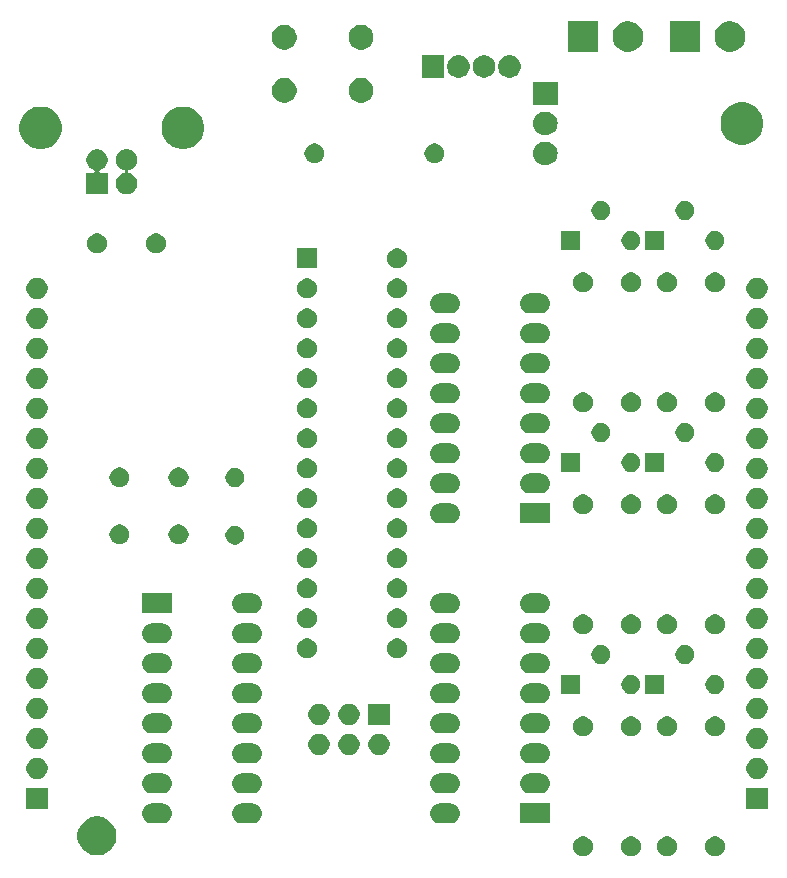
<source format=gbr>
G04 #@! TF.GenerationSoftware,KiCad,Pcbnew,5.1.6+dfsg1-1*
G04 #@! TF.CreationDate,2020-07-01T02:54:36-04:00*
G04 #@! TF.ProjectId,PCB,5043422e-6b69-4636-9164-5f7063625858,rev?*
G04 #@! TF.SameCoordinates,Original*
G04 #@! TF.FileFunction,Soldermask,Top*
G04 #@! TF.FilePolarity,Negative*
%FSLAX46Y46*%
G04 Gerber Fmt 4.6, Leading zero omitted, Abs format (unit mm)*
G04 Created by KiCad (PCBNEW 5.1.6+dfsg1-1) date 2020-07-01 02:54:36*
%MOMM*%
%LPD*%
G01*
G04 APERTURE LIST*
%ADD10C,0.100000*%
G04 APERTURE END LIST*
D10*
G36*
X161792228Y-148025703D02*
G01*
X161947100Y-148089853D01*
X162086481Y-148182985D01*
X162205015Y-148301519D01*
X162298147Y-148440900D01*
X162362297Y-148595772D01*
X162395000Y-148760184D01*
X162395000Y-148927816D01*
X162362297Y-149092228D01*
X162298147Y-149247100D01*
X162205015Y-149386481D01*
X162086481Y-149505015D01*
X161947100Y-149598147D01*
X161792228Y-149662297D01*
X161627816Y-149695000D01*
X161460184Y-149695000D01*
X161295772Y-149662297D01*
X161140900Y-149598147D01*
X161001519Y-149505015D01*
X160882985Y-149386481D01*
X160789853Y-149247100D01*
X160725703Y-149092228D01*
X160693000Y-148927816D01*
X160693000Y-148760184D01*
X160725703Y-148595772D01*
X160789853Y-148440900D01*
X160882985Y-148301519D01*
X161001519Y-148182985D01*
X161140900Y-148089853D01*
X161295772Y-148025703D01*
X161460184Y-147993000D01*
X161627816Y-147993000D01*
X161792228Y-148025703D01*
G37*
G36*
X157728228Y-148025703D02*
G01*
X157883100Y-148089853D01*
X158022481Y-148182985D01*
X158141015Y-148301519D01*
X158234147Y-148440900D01*
X158298297Y-148595772D01*
X158331000Y-148760184D01*
X158331000Y-148927816D01*
X158298297Y-149092228D01*
X158234147Y-149247100D01*
X158141015Y-149386481D01*
X158022481Y-149505015D01*
X157883100Y-149598147D01*
X157728228Y-149662297D01*
X157563816Y-149695000D01*
X157396184Y-149695000D01*
X157231772Y-149662297D01*
X157076900Y-149598147D01*
X156937519Y-149505015D01*
X156818985Y-149386481D01*
X156725853Y-149247100D01*
X156661703Y-149092228D01*
X156629000Y-148927816D01*
X156629000Y-148760184D01*
X156661703Y-148595772D01*
X156725853Y-148440900D01*
X156818985Y-148301519D01*
X156937519Y-148182985D01*
X157076900Y-148089853D01*
X157231772Y-148025703D01*
X157396184Y-147993000D01*
X157563816Y-147993000D01*
X157728228Y-148025703D01*
G37*
G36*
X154680228Y-148025703D02*
G01*
X154835100Y-148089853D01*
X154974481Y-148182985D01*
X155093015Y-148301519D01*
X155186147Y-148440900D01*
X155250297Y-148595772D01*
X155283000Y-148760184D01*
X155283000Y-148927816D01*
X155250297Y-149092228D01*
X155186147Y-149247100D01*
X155093015Y-149386481D01*
X154974481Y-149505015D01*
X154835100Y-149598147D01*
X154680228Y-149662297D01*
X154515816Y-149695000D01*
X154348184Y-149695000D01*
X154183772Y-149662297D01*
X154028900Y-149598147D01*
X153889519Y-149505015D01*
X153770985Y-149386481D01*
X153677853Y-149247100D01*
X153613703Y-149092228D01*
X153581000Y-148927816D01*
X153581000Y-148760184D01*
X153613703Y-148595772D01*
X153677853Y-148440900D01*
X153770985Y-148301519D01*
X153889519Y-148182985D01*
X154028900Y-148089853D01*
X154183772Y-148025703D01*
X154348184Y-147993000D01*
X154515816Y-147993000D01*
X154680228Y-148025703D01*
G37*
G36*
X150616228Y-148025703D02*
G01*
X150771100Y-148089853D01*
X150910481Y-148182985D01*
X151029015Y-148301519D01*
X151122147Y-148440900D01*
X151186297Y-148595772D01*
X151219000Y-148760184D01*
X151219000Y-148927816D01*
X151186297Y-149092228D01*
X151122147Y-149247100D01*
X151029015Y-149386481D01*
X150910481Y-149505015D01*
X150771100Y-149598147D01*
X150616228Y-149662297D01*
X150451816Y-149695000D01*
X150284184Y-149695000D01*
X150119772Y-149662297D01*
X149964900Y-149598147D01*
X149825519Y-149505015D01*
X149706985Y-149386481D01*
X149613853Y-149247100D01*
X149549703Y-149092228D01*
X149517000Y-148927816D01*
X149517000Y-148760184D01*
X149549703Y-148595772D01*
X149613853Y-148440900D01*
X149706985Y-148301519D01*
X149825519Y-148182985D01*
X149964900Y-148089853D01*
X150119772Y-148025703D01*
X150284184Y-147993000D01*
X150451816Y-147993000D01*
X150616228Y-148025703D01*
G37*
G36*
X109595256Y-146346298D02*
G01*
X109701579Y-146367447D01*
X110002042Y-146491903D01*
X110272451Y-146672585D01*
X110502415Y-146902549D01*
X110683097Y-147172958D01*
X110807553Y-147473421D01*
X110871000Y-147792391D01*
X110871000Y-148117609D01*
X110807553Y-148436579D01*
X110683097Y-148737042D01*
X110502415Y-149007451D01*
X110272451Y-149237415D01*
X110002042Y-149418097D01*
X109701579Y-149542553D01*
X109595256Y-149563702D01*
X109382611Y-149606000D01*
X109057389Y-149606000D01*
X108844744Y-149563702D01*
X108738421Y-149542553D01*
X108437958Y-149418097D01*
X108167549Y-149237415D01*
X107937585Y-149007451D01*
X107756903Y-148737042D01*
X107632447Y-148436579D01*
X107569000Y-148117609D01*
X107569000Y-147792391D01*
X107632447Y-147473421D01*
X107756903Y-147172958D01*
X107937585Y-146902549D01*
X108167549Y-146672585D01*
X108437958Y-146491903D01*
X108738421Y-146367447D01*
X108844744Y-146346298D01*
X109057389Y-146304000D01*
X109382611Y-146304000D01*
X109595256Y-146346298D01*
G37*
G36*
X139250823Y-145211313D02*
G01*
X139411242Y-145259976D01*
X139543906Y-145330886D01*
X139559078Y-145338996D01*
X139688659Y-145445341D01*
X139795004Y-145574922D01*
X139795005Y-145574924D01*
X139874024Y-145722758D01*
X139922687Y-145883177D01*
X139939117Y-146050000D01*
X139922687Y-146216823D01*
X139874024Y-146377242D01*
X139812737Y-146491902D01*
X139795004Y-146525078D01*
X139688659Y-146654659D01*
X139559078Y-146761004D01*
X139559076Y-146761005D01*
X139411242Y-146840024D01*
X139250823Y-146888687D01*
X139125804Y-146901000D01*
X138242196Y-146901000D01*
X138117177Y-146888687D01*
X137956758Y-146840024D01*
X137808924Y-146761005D01*
X137808922Y-146761004D01*
X137679341Y-146654659D01*
X137572996Y-146525078D01*
X137555263Y-146491902D01*
X137493976Y-146377242D01*
X137445313Y-146216823D01*
X137428883Y-146050000D01*
X137445313Y-145883177D01*
X137493976Y-145722758D01*
X137572995Y-145574924D01*
X137572996Y-145574922D01*
X137679341Y-145445341D01*
X137808922Y-145338996D01*
X137824094Y-145330886D01*
X137956758Y-145259976D01*
X138117177Y-145211313D01*
X138242196Y-145199000D01*
X139125804Y-145199000D01*
X139250823Y-145211313D01*
G37*
G36*
X147555000Y-146901000D02*
G01*
X145053000Y-146901000D01*
X145053000Y-145199000D01*
X147555000Y-145199000D01*
X147555000Y-146901000D01*
G37*
G36*
X114866823Y-145211313D02*
G01*
X115027242Y-145259976D01*
X115159906Y-145330886D01*
X115175078Y-145338996D01*
X115304659Y-145445341D01*
X115411004Y-145574922D01*
X115411005Y-145574924D01*
X115490024Y-145722758D01*
X115538687Y-145883177D01*
X115555117Y-146050000D01*
X115538687Y-146216823D01*
X115490024Y-146377242D01*
X115428737Y-146491902D01*
X115411004Y-146525078D01*
X115304659Y-146654659D01*
X115175078Y-146761004D01*
X115175076Y-146761005D01*
X115027242Y-146840024D01*
X114866823Y-146888687D01*
X114741804Y-146901000D01*
X113858196Y-146901000D01*
X113733177Y-146888687D01*
X113572758Y-146840024D01*
X113424924Y-146761005D01*
X113424922Y-146761004D01*
X113295341Y-146654659D01*
X113188996Y-146525078D01*
X113171263Y-146491902D01*
X113109976Y-146377242D01*
X113061313Y-146216823D01*
X113044883Y-146050000D01*
X113061313Y-145883177D01*
X113109976Y-145722758D01*
X113188995Y-145574924D01*
X113188996Y-145574922D01*
X113295341Y-145445341D01*
X113424922Y-145338996D01*
X113440094Y-145330886D01*
X113572758Y-145259976D01*
X113733177Y-145211313D01*
X113858196Y-145199000D01*
X114741804Y-145199000D01*
X114866823Y-145211313D01*
G37*
G36*
X122486823Y-145211313D02*
G01*
X122647242Y-145259976D01*
X122779906Y-145330886D01*
X122795078Y-145338996D01*
X122924659Y-145445341D01*
X123031004Y-145574922D01*
X123031005Y-145574924D01*
X123110024Y-145722758D01*
X123158687Y-145883177D01*
X123175117Y-146050000D01*
X123158687Y-146216823D01*
X123110024Y-146377242D01*
X123048737Y-146491902D01*
X123031004Y-146525078D01*
X122924659Y-146654659D01*
X122795078Y-146761004D01*
X122795076Y-146761005D01*
X122647242Y-146840024D01*
X122486823Y-146888687D01*
X122361804Y-146901000D01*
X121478196Y-146901000D01*
X121353177Y-146888687D01*
X121192758Y-146840024D01*
X121044924Y-146761005D01*
X121044922Y-146761004D01*
X120915341Y-146654659D01*
X120808996Y-146525078D01*
X120791263Y-146491902D01*
X120729976Y-146377242D01*
X120681313Y-146216823D01*
X120664883Y-146050000D01*
X120681313Y-145883177D01*
X120729976Y-145722758D01*
X120808995Y-145574924D01*
X120808996Y-145574922D01*
X120915341Y-145445341D01*
X121044922Y-145338996D01*
X121060094Y-145330886D01*
X121192758Y-145259976D01*
X121353177Y-145211313D01*
X121478196Y-145199000D01*
X122361804Y-145199000D01*
X122486823Y-145211313D01*
G37*
G36*
X105041000Y-145681000D02*
G01*
X103239000Y-145681000D01*
X103239000Y-143879000D01*
X105041000Y-143879000D01*
X105041000Y-145681000D01*
G37*
G36*
X166001000Y-145681000D02*
G01*
X164199000Y-145681000D01*
X164199000Y-143879000D01*
X166001000Y-143879000D01*
X166001000Y-145681000D01*
G37*
G36*
X114866823Y-142671313D02*
G01*
X115027242Y-142719976D01*
X115159906Y-142790886D01*
X115175078Y-142798996D01*
X115304659Y-142905341D01*
X115411004Y-143034922D01*
X115411005Y-143034924D01*
X115490024Y-143182758D01*
X115538687Y-143343177D01*
X115555117Y-143510000D01*
X115538687Y-143676823D01*
X115490024Y-143837242D01*
X115419114Y-143969906D01*
X115411004Y-143985078D01*
X115304659Y-144114659D01*
X115175078Y-144221004D01*
X115175076Y-144221005D01*
X115027242Y-144300024D01*
X114866823Y-144348687D01*
X114741804Y-144361000D01*
X113858196Y-144361000D01*
X113733177Y-144348687D01*
X113572758Y-144300024D01*
X113424924Y-144221005D01*
X113424922Y-144221004D01*
X113295341Y-144114659D01*
X113188996Y-143985078D01*
X113180886Y-143969906D01*
X113109976Y-143837242D01*
X113061313Y-143676823D01*
X113044883Y-143510000D01*
X113061313Y-143343177D01*
X113109976Y-143182758D01*
X113188995Y-143034924D01*
X113188996Y-143034922D01*
X113295341Y-142905341D01*
X113424922Y-142798996D01*
X113440094Y-142790886D01*
X113572758Y-142719976D01*
X113733177Y-142671313D01*
X113858196Y-142659000D01*
X114741804Y-142659000D01*
X114866823Y-142671313D01*
G37*
G36*
X122486823Y-142671313D02*
G01*
X122647242Y-142719976D01*
X122779906Y-142790886D01*
X122795078Y-142798996D01*
X122924659Y-142905341D01*
X123031004Y-143034922D01*
X123031005Y-143034924D01*
X123110024Y-143182758D01*
X123158687Y-143343177D01*
X123175117Y-143510000D01*
X123158687Y-143676823D01*
X123110024Y-143837242D01*
X123039114Y-143969906D01*
X123031004Y-143985078D01*
X122924659Y-144114659D01*
X122795078Y-144221004D01*
X122795076Y-144221005D01*
X122647242Y-144300024D01*
X122486823Y-144348687D01*
X122361804Y-144361000D01*
X121478196Y-144361000D01*
X121353177Y-144348687D01*
X121192758Y-144300024D01*
X121044924Y-144221005D01*
X121044922Y-144221004D01*
X120915341Y-144114659D01*
X120808996Y-143985078D01*
X120800886Y-143969906D01*
X120729976Y-143837242D01*
X120681313Y-143676823D01*
X120664883Y-143510000D01*
X120681313Y-143343177D01*
X120729976Y-143182758D01*
X120808995Y-143034924D01*
X120808996Y-143034922D01*
X120915341Y-142905341D01*
X121044922Y-142798996D01*
X121060094Y-142790886D01*
X121192758Y-142719976D01*
X121353177Y-142671313D01*
X121478196Y-142659000D01*
X122361804Y-142659000D01*
X122486823Y-142671313D01*
G37*
G36*
X139250823Y-142671313D02*
G01*
X139411242Y-142719976D01*
X139543906Y-142790886D01*
X139559078Y-142798996D01*
X139688659Y-142905341D01*
X139795004Y-143034922D01*
X139795005Y-143034924D01*
X139874024Y-143182758D01*
X139922687Y-143343177D01*
X139939117Y-143510000D01*
X139922687Y-143676823D01*
X139874024Y-143837242D01*
X139803114Y-143969906D01*
X139795004Y-143985078D01*
X139688659Y-144114659D01*
X139559078Y-144221004D01*
X139559076Y-144221005D01*
X139411242Y-144300024D01*
X139250823Y-144348687D01*
X139125804Y-144361000D01*
X138242196Y-144361000D01*
X138117177Y-144348687D01*
X137956758Y-144300024D01*
X137808924Y-144221005D01*
X137808922Y-144221004D01*
X137679341Y-144114659D01*
X137572996Y-143985078D01*
X137564886Y-143969906D01*
X137493976Y-143837242D01*
X137445313Y-143676823D01*
X137428883Y-143510000D01*
X137445313Y-143343177D01*
X137493976Y-143182758D01*
X137572995Y-143034924D01*
X137572996Y-143034922D01*
X137679341Y-142905341D01*
X137808922Y-142798996D01*
X137824094Y-142790886D01*
X137956758Y-142719976D01*
X138117177Y-142671313D01*
X138242196Y-142659000D01*
X139125804Y-142659000D01*
X139250823Y-142671313D01*
G37*
G36*
X146870823Y-142671313D02*
G01*
X147031242Y-142719976D01*
X147163906Y-142790886D01*
X147179078Y-142798996D01*
X147308659Y-142905341D01*
X147415004Y-143034922D01*
X147415005Y-143034924D01*
X147494024Y-143182758D01*
X147542687Y-143343177D01*
X147559117Y-143510000D01*
X147542687Y-143676823D01*
X147494024Y-143837242D01*
X147423114Y-143969906D01*
X147415004Y-143985078D01*
X147308659Y-144114659D01*
X147179078Y-144221004D01*
X147179076Y-144221005D01*
X147031242Y-144300024D01*
X146870823Y-144348687D01*
X146745804Y-144361000D01*
X145862196Y-144361000D01*
X145737177Y-144348687D01*
X145576758Y-144300024D01*
X145428924Y-144221005D01*
X145428922Y-144221004D01*
X145299341Y-144114659D01*
X145192996Y-143985078D01*
X145184886Y-143969906D01*
X145113976Y-143837242D01*
X145065313Y-143676823D01*
X145048883Y-143510000D01*
X145065313Y-143343177D01*
X145113976Y-143182758D01*
X145192995Y-143034924D01*
X145192996Y-143034922D01*
X145299341Y-142905341D01*
X145428922Y-142798996D01*
X145444094Y-142790886D01*
X145576758Y-142719976D01*
X145737177Y-142671313D01*
X145862196Y-142659000D01*
X146745804Y-142659000D01*
X146870823Y-142671313D01*
G37*
G36*
X104253512Y-141343927D02*
G01*
X104402812Y-141373624D01*
X104566784Y-141441544D01*
X104714354Y-141540147D01*
X104839853Y-141665646D01*
X104938456Y-141813216D01*
X105006376Y-141977188D01*
X105041000Y-142151259D01*
X105041000Y-142328741D01*
X105006376Y-142502812D01*
X104938456Y-142666784D01*
X104839853Y-142814354D01*
X104714354Y-142939853D01*
X104566784Y-143038456D01*
X104402812Y-143106376D01*
X104253512Y-143136073D01*
X104228742Y-143141000D01*
X104051258Y-143141000D01*
X104026488Y-143136073D01*
X103877188Y-143106376D01*
X103713216Y-143038456D01*
X103565646Y-142939853D01*
X103440147Y-142814354D01*
X103341544Y-142666784D01*
X103273624Y-142502812D01*
X103239000Y-142328741D01*
X103239000Y-142151259D01*
X103273624Y-141977188D01*
X103341544Y-141813216D01*
X103440147Y-141665646D01*
X103565646Y-141540147D01*
X103713216Y-141441544D01*
X103877188Y-141373624D01*
X104026488Y-141343927D01*
X104051258Y-141339000D01*
X104228742Y-141339000D01*
X104253512Y-141343927D01*
G37*
G36*
X165213512Y-141343927D02*
G01*
X165362812Y-141373624D01*
X165526784Y-141441544D01*
X165674354Y-141540147D01*
X165799853Y-141665646D01*
X165898456Y-141813216D01*
X165966376Y-141977188D01*
X166001000Y-142151259D01*
X166001000Y-142328741D01*
X165966376Y-142502812D01*
X165898456Y-142666784D01*
X165799853Y-142814354D01*
X165674354Y-142939853D01*
X165526784Y-143038456D01*
X165362812Y-143106376D01*
X165213512Y-143136073D01*
X165188742Y-143141000D01*
X165011258Y-143141000D01*
X164986488Y-143136073D01*
X164837188Y-143106376D01*
X164673216Y-143038456D01*
X164525646Y-142939853D01*
X164400147Y-142814354D01*
X164301544Y-142666784D01*
X164233624Y-142502812D01*
X164199000Y-142328741D01*
X164199000Y-142151259D01*
X164233624Y-141977188D01*
X164301544Y-141813216D01*
X164400147Y-141665646D01*
X164525646Y-141540147D01*
X164673216Y-141441544D01*
X164837188Y-141373624D01*
X164986488Y-141343927D01*
X165011258Y-141339000D01*
X165188742Y-141339000D01*
X165213512Y-141343927D01*
G37*
G36*
X139250823Y-140131313D02*
G01*
X139411242Y-140179976D01*
X139543906Y-140250886D01*
X139559078Y-140258996D01*
X139688659Y-140365341D01*
X139795004Y-140494922D01*
X139795005Y-140494924D01*
X139874024Y-140642758D01*
X139922687Y-140803177D01*
X139939117Y-140970000D01*
X139922687Y-141136823D01*
X139874024Y-141297242D01*
X139833197Y-141373624D01*
X139795004Y-141445078D01*
X139688659Y-141574659D01*
X139559078Y-141681004D01*
X139559076Y-141681005D01*
X139411242Y-141760024D01*
X139250823Y-141808687D01*
X139125804Y-141821000D01*
X138242196Y-141821000D01*
X138117177Y-141808687D01*
X137956758Y-141760024D01*
X137808924Y-141681005D01*
X137808922Y-141681004D01*
X137679341Y-141574659D01*
X137572996Y-141445078D01*
X137534803Y-141373624D01*
X137493976Y-141297242D01*
X137445313Y-141136823D01*
X137428883Y-140970000D01*
X137445313Y-140803177D01*
X137493976Y-140642758D01*
X137572995Y-140494924D01*
X137572996Y-140494922D01*
X137679341Y-140365341D01*
X137808922Y-140258996D01*
X137824094Y-140250886D01*
X137956758Y-140179976D01*
X138117177Y-140131313D01*
X138242196Y-140119000D01*
X139125804Y-140119000D01*
X139250823Y-140131313D01*
G37*
G36*
X146870823Y-140131313D02*
G01*
X147031242Y-140179976D01*
X147163906Y-140250886D01*
X147179078Y-140258996D01*
X147308659Y-140365341D01*
X147415004Y-140494922D01*
X147415005Y-140494924D01*
X147494024Y-140642758D01*
X147542687Y-140803177D01*
X147559117Y-140970000D01*
X147542687Y-141136823D01*
X147494024Y-141297242D01*
X147453197Y-141373624D01*
X147415004Y-141445078D01*
X147308659Y-141574659D01*
X147179078Y-141681004D01*
X147179076Y-141681005D01*
X147031242Y-141760024D01*
X146870823Y-141808687D01*
X146745804Y-141821000D01*
X145862196Y-141821000D01*
X145737177Y-141808687D01*
X145576758Y-141760024D01*
X145428924Y-141681005D01*
X145428922Y-141681004D01*
X145299341Y-141574659D01*
X145192996Y-141445078D01*
X145154803Y-141373624D01*
X145113976Y-141297242D01*
X145065313Y-141136823D01*
X145048883Y-140970000D01*
X145065313Y-140803177D01*
X145113976Y-140642758D01*
X145192995Y-140494924D01*
X145192996Y-140494922D01*
X145299341Y-140365341D01*
X145428922Y-140258996D01*
X145444094Y-140250886D01*
X145576758Y-140179976D01*
X145737177Y-140131313D01*
X145862196Y-140119000D01*
X146745804Y-140119000D01*
X146870823Y-140131313D01*
G37*
G36*
X114866823Y-140131313D02*
G01*
X115027242Y-140179976D01*
X115159906Y-140250886D01*
X115175078Y-140258996D01*
X115304659Y-140365341D01*
X115411004Y-140494922D01*
X115411005Y-140494924D01*
X115490024Y-140642758D01*
X115538687Y-140803177D01*
X115555117Y-140970000D01*
X115538687Y-141136823D01*
X115490024Y-141297242D01*
X115449197Y-141373624D01*
X115411004Y-141445078D01*
X115304659Y-141574659D01*
X115175078Y-141681004D01*
X115175076Y-141681005D01*
X115027242Y-141760024D01*
X114866823Y-141808687D01*
X114741804Y-141821000D01*
X113858196Y-141821000D01*
X113733177Y-141808687D01*
X113572758Y-141760024D01*
X113424924Y-141681005D01*
X113424922Y-141681004D01*
X113295341Y-141574659D01*
X113188996Y-141445078D01*
X113150803Y-141373624D01*
X113109976Y-141297242D01*
X113061313Y-141136823D01*
X113044883Y-140970000D01*
X113061313Y-140803177D01*
X113109976Y-140642758D01*
X113188995Y-140494924D01*
X113188996Y-140494922D01*
X113295341Y-140365341D01*
X113424922Y-140258996D01*
X113440094Y-140250886D01*
X113572758Y-140179976D01*
X113733177Y-140131313D01*
X113858196Y-140119000D01*
X114741804Y-140119000D01*
X114866823Y-140131313D01*
G37*
G36*
X122486823Y-140131313D02*
G01*
X122647242Y-140179976D01*
X122779906Y-140250886D01*
X122795078Y-140258996D01*
X122924659Y-140365341D01*
X123031004Y-140494922D01*
X123031005Y-140494924D01*
X123110024Y-140642758D01*
X123158687Y-140803177D01*
X123175117Y-140970000D01*
X123158687Y-141136823D01*
X123110024Y-141297242D01*
X123069197Y-141373624D01*
X123031004Y-141445078D01*
X122924659Y-141574659D01*
X122795078Y-141681004D01*
X122795076Y-141681005D01*
X122647242Y-141760024D01*
X122486823Y-141808687D01*
X122361804Y-141821000D01*
X121478196Y-141821000D01*
X121353177Y-141808687D01*
X121192758Y-141760024D01*
X121044924Y-141681005D01*
X121044922Y-141681004D01*
X120915341Y-141574659D01*
X120808996Y-141445078D01*
X120770803Y-141373624D01*
X120729976Y-141297242D01*
X120681313Y-141136823D01*
X120664883Y-140970000D01*
X120681313Y-140803177D01*
X120729976Y-140642758D01*
X120808995Y-140494924D01*
X120808996Y-140494922D01*
X120915341Y-140365341D01*
X121044922Y-140258996D01*
X121060094Y-140250886D01*
X121192758Y-140179976D01*
X121353177Y-140131313D01*
X121478196Y-140119000D01*
X122361804Y-140119000D01*
X122486823Y-140131313D01*
G37*
G36*
X130669512Y-139311927D02*
G01*
X130818812Y-139341624D01*
X130982784Y-139409544D01*
X131130354Y-139508147D01*
X131255853Y-139633646D01*
X131354456Y-139781216D01*
X131422376Y-139945188D01*
X131452073Y-140094488D01*
X131456949Y-140119000D01*
X131457000Y-140119259D01*
X131457000Y-140296741D01*
X131422376Y-140470812D01*
X131354456Y-140634784D01*
X131255853Y-140782354D01*
X131130354Y-140907853D01*
X130982784Y-141006456D01*
X130818812Y-141074376D01*
X130669512Y-141104073D01*
X130644742Y-141109000D01*
X130467258Y-141109000D01*
X130442488Y-141104073D01*
X130293188Y-141074376D01*
X130129216Y-141006456D01*
X129981646Y-140907853D01*
X129856147Y-140782354D01*
X129757544Y-140634784D01*
X129689624Y-140470812D01*
X129655000Y-140296741D01*
X129655000Y-140119259D01*
X129655052Y-140119000D01*
X129659927Y-140094488D01*
X129689624Y-139945188D01*
X129757544Y-139781216D01*
X129856147Y-139633646D01*
X129981646Y-139508147D01*
X130129216Y-139409544D01*
X130293188Y-139341624D01*
X130442488Y-139311927D01*
X130467258Y-139307000D01*
X130644742Y-139307000D01*
X130669512Y-139311927D01*
G37*
G36*
X128129512Y-139311927D02*
G01*
X128278812Y-139341624D01*
X128442784Y-139409544D01*
X128590354Y-139508147D01*
X128715853Y-139633646D01*
X128814456Y-139781216D01*
X128882376Y-139945188D01*
X128912073Y-140094488D01*
X128916949Y-140119000D01*
X128917000Y-140119259D01*
X128917000Y-140296741D01*
X128882376Y-140470812D01*
X128814456Y-140634784D01*
X128715853Y-140782354D01*
X128590354Y-140907853D01*
X128442784Y-141006456D01*
X128278812Y-141074376D01*
X128129512Y-141104073D01*
X128104742Y-141109000D01*
X127927258Y-141109000D01*
X127902488Y-141104073D01*
X127753188Y-141074376D01*
X127589216Y-141006456D01*
X127441646Y-140907853D01*
X127316147Y-140782354D01*
X127217544Y-140634784D01*
X127149624Y-140470812D01*
X127115000Y-140296741D01*
X127115000Y-140119259D01*
X127115052Y-140119000D01*
X127119927Y-140094488D01*
X127149624Y-139945188D01*
X127217544Y-139781216D01*
X127316147Y-139633646D01*
X127441646Y-139508147D01*
X127589216Y-139409544D01*
X127753188Y-139341624D01*
X127902488Y-139311927D01*
X127927258Y-139307000D01*
X128104742Y-139307000D01*
X128129512Y-139311927D01*
G37*
G36*
X133209512Y-139311927D02*
G01*
X133358812Y-139341624D01*
X133522784Y-139409544D01*
X133670354Y-139508147D01*
X133795853Y-139633646D01*
X133894456Y-139781216D01*
X133962376Y-139945188D01*
X133992073Y-140094488D01*
X133996949Y-140119000D01*
X133997000Y-140119259D01*
X133997000Y-140296741D01*
X133962376Y-140470812D01*
X133894456Y-140634784D01*
X133795853Y-140782354D01*
X133670354Y-140907853D01*
X133522784Y-141006456D01*
X133358812Y-141074376D01*
X133209512Y-141104073D01*
X133184742Y-141109000D01*
X133007258Y-141109000D01*
X132982488Y-141104073D01*
X132833188Y-141074376D01*
X132669216Y-141006456D01*
X132521646Y-140907853D01*
X132396147Y-140782354D01*
X132297544Y-140634784D01*
X132229624Y-140470812D01*
X132195000Y-140296741D01*
X132195000Y-140119259D01*
X132195052Y-140119000D01*
X132199927Y-140094488D01*
X132229624Y-139945188D01*
X132297544Y-139781216D01*
X132396147Y-139633646D01*
X132521646Y-139508147D01*
X132669216Y-139409544D01*
X132833188Y-139341624D01*
X132982488Y-139311927D01*
X133007258Y-139307000D01*
X133184742Y-139307000D01*
X133209512Y-139311927D01*
G37*
G36*
X104253512Y-138803927D02*
G01*
X104402812Y-138833624D01*
X104566784Y-138901544D01*
X104714354Y-139000147D01*
X104839853Y-139125646D01*
X104938456Y-139273216D01*
X105006376Y-139437188D01*
X105041000Y-139611259D01*
X105041000Y-139788741D01*
X105006376Y-139962812D01*
X104938456Y-140126784D01*
X104839853Y-140274354D01*
X104714354Y-140399853D01*
X104566784Y-140498456D01*
X104402812Y-140566376D01*
X104253512Y-140596073D01*
X104228742Y-140601000D01*
X104051258Y-140601000D01*
X104026488Y-140596073D01*
X103877188Y-140566376D01*
X103713216Y-140498456D01*
X103565646Y-140399853D01*
X103440147Y-140274354D01*
X103341544Y-140126784D01*
X103273624Y-139962812D01*
X103239000Y-139788741D01*
X103239000Y-139611259D01*
X103273624Y-139437188D01*
X103341544Y-139273216D01*
X103440147Y-139125646D01*
X103565646Y-139000147D01*
X103713216Y-138901544D01*
X103877188Y-138833624D01*
X104026488Y-138803927D01*
X104051258Y-138799000D01*
X104228742Y-138799000D01*
X104253512Y-138803927D01*
G37*
G36*
X165213512Y-138803927D02*
G01*
X165362812Y-138833624D01*
X165526784Y-138901544D01*
X165674354Y-139000147D01*
X165799853Y-139125646D01*
X165898456Y-139273216D01*
X165966376Y-139437188D01*
X166001000Y-139611259D01*
X166001000Y-139788741D01*
X165966376Y-139962812D01*
X165898456Y-140126784D01*
X165799853Y-140274354D01*
X165674354Y-140399853D01*
X165526784Y-140498456D01*
X165362812Y-140566376D01*
X165213512Y-140596073D01*
X165188742Y-140601000D01*
X165011258Y-140601000D01*
X164986488Y-140596073D01*
X164837188Y-140566376D01*
X164673216Y-140498456D01*
X164525646Y-140399853D01*
X164400147Y-140274354D01*
X164301544Y-140126784D01*
X164233624Y-139962812D01*
X164199000Y-139788741D01*
X164199000Y-139611259D01*
X164233624Y-139437188D01*
X164301544Y-139273216D01*
X164400147Y-139125646D01*
X164525646Y-139000147D01*
X164673216Y-138901544D01*
X164837188Y-138833624D01*
X164986488Y-138803927D01*
X165011258Y-138799000D01*
X165188742Y-138799000D01*
X165213512Y-138803927D01*
G37*
G36*
X161792228Y-137865703D02*
G01*
X161947100Y-137929853D01*
X162086481Y-138022985D01*
X162205015Y-138141519D01*
X162298147Y-138280900D01*
X162362297Y-138435772D01*
X162395000Y-138600184D01*
X162395000Y-138767816D01*
X162362297Y-138932228D01*
X162298147Y-139087100D01*
X162205015Y-139226481D01*
X162086481Y-139345015D01*
X161947100Y-139438147D01*
X161792228Y-139502297D01*
X161627816Y-139535000D01*
X161460184Y-139535000D01*
X161295772Y-139502297D01*
X161140900Y-139438147D01*
X161001519Y-139345015D01*
X160882985Y-139226481D01*
X160789853Y-139087100D01*
X160725703Y-138932228D01*
X160693000Y-138767816D01*
X160693000Y-138600184D01*
X160725703Y-138435772D01*
X160789853Y-138280900D01*
X160882985Y-138141519D01*
X161001519Y-138022985D01*
X161140900Y-137929853D01*
X161295772Y-137865703D01*
X161460184Y-137833000D01*
X161627816Y-137833000D01*
X161792228Y-137865703D01*
G37*
G36*
X157728228Y-137865703D02*
G01*
X157883100Y-137929853D01*
X158022481Y-138022985D01*
X158141015Y-138141519D01*
X158234147Y-138280900D01*
X158298297Y-138435772D01*
X158331000Y-138600184D01*
X158331000Y-138767816D01*
X158298297Y-138932228D01*
X158234147Y-139087100D01*
X158141015Y-139226481D01*
X158022481Y-139345015D01*
X157883100Y-139438147D01*
X157728228Y-139502297D01*
X157563816Y-139535000D01*
X157396184Y-139535000D01*
X157231772Y-139502297D01*
X157076900Y-139438147D01*
X156937519Y-139345015D01*
X156818985Y-139226481D01*
X156725853Y-139087100D01*
X156661703Y-138932228D01*
X156629000Y-138767816D01*
X156629000Y-138600184D01*
X156661703Y-138435772D01*
X156725853Y-138280900D01*
X156818985Y-138141519D01*
X156937519Y-138022985D01*
X157076900Y-137929853D01*
X157231772Y-137865703D01*
X157396184Y-137833000D01*
X157563816Y-137833000D01*
X157728228Y-137865703D01*
G37*
G36*
X150616228Y-137865703D02*
G01*
X150771100Y-137929853D01*
X150910481Y-138022985D01*
X151029015Y-138141519D01*
X151122147Y-138280900D01*
X151186297Y-138435772D01*
X151219000Y-138600184D01*
X151219000Y-138767816D01*
X151186297Y-138932228D01*
X151122147Y-139087100D01*
X151029015Y-139226481D01*
X150910481Y-139345015D01*
X150771100Y-139438147D01*
X150616228Y-139502297D01*
X150451816Y-139535000D01*
X150284184Y-139535000D01*
X150119772Y-139502297D01*
X149964900Y-139438147D01*
X149825519Y-139345015D01*
X149706985Y-139226481D01*
X149613853Y-139087100D01*
X149549703Y-138932228D01*
X149517000Y-138767816D01*
X149517000Y-138600184D01*
X149549703Y-138435772D01*
X149613853Y-138280900D01*
X149706985Y-138141519D01*
X149825519Y-138022985D01*
X149964900Y-137929853D01*
X150119772Y-137865703D01*
X150284184Y-137833000D01*
X150451816Y-137833000D01*
X150616228Y-137865703D01*
G37*
G36*
X154680228Y-137865703D02*
G01*
X154835100Y-137929853D01*
X154974481Y-138022985D01*
X155093015Y-138141519D01*
X155186147Y-138280900D01*
X155250297Y-138435772D01*
X155283000Y-138600184D01*
X155283000Y-138767816D01*
X155250297Y-138932228D01*
X155186147Y-139087100D01*
X155093015Y-139226481D01*
X154974481Y-139345015D01*
X154835100Y-139438147D01*
X154680228Y-139502297D01*
X154515816Y-139535000D01*
X154348184Y-139535000D01*
X154183772Y-139502297D01*
X154028900Y-139438147D01*
X153889519Y-139345015D01*
X153770985Y-139226481D01*
X153677853Y-139087100D01*
X153613703Y-138932228D01*
X153581000Y-138767816D01*
X153581000Y-138600184D01*
X153613703Y-138435772D01*
X153677853Y-138280900D01*
X153770985Y-138141519D01*
X153889519Y-138022985D01*
X154028900Y-137929853D01*
X154183772Y-137865703D01*
X154348184Y-137833000D01*
X154515816Y-137833000D01*
X154680228Y-137865703D01*
G37*
G36*
X146870823Y-137591313D02*
G01*
X147031242Y-137639976D01*
X147163906Y-137710886D01*
X147179078Y-137718996D01*
X147308659Y-137825341D01*
X147415004Y-137954922D01*
X147415005Y-137954924D01*
X147494024Y-138102758D01*
X147542687Y-138263177D01*
X147559117Y-138430000D01*
X147542687Y-138596823D01*
X147494024Y-138757242D01*
X147453197Y-138833624D01*
X147415004Y-138905078D01*
X147308659Y-139034659D01*
X147179078Y-139141004D01*
X147179076Y-139141005D01*
X147031242Y-139220024D01*
X146870823Y-139268687D01*
X146745804Y-139281000D01*
X145862196Y-139281000D01*
X145737177Y-139268687D01*
X145576758Y-139220024D01*
X145428924Y-139141005D01*
X145428922Y-139141004D01*
X145299341Y-139034659D01*
X145192996Y-138905078D01*
X145154803Y-138833624D01*
X145113976Y-138757242D01*
X145065313Y-138596823D01*
X145048883Y-138430000D01*
X145065313Y-138263177D01*
X145113976Y-138102758D01*
X145192995Y-137954924D01*
X145192996Y-137954922D01*
X145299341Y-137825341D01*
X145428922Y-137718996D01*
X145444094Y-137710886D01*
X145576758Y-137639976D01*
X145737177Y-137591313D01*
X145862196Y-137579000D01*
X146745804Y-137579000D01*
X146870823Y-137591313D01*
G37*
G36*
X139250823Y-137591313D02*
G01*
X139411242Y-137639976D01*
X139543906Y-137710886D01*
X139559078Y-137718996D01*
X139688659Y-137825341D01*
X139795004Y-137954922D01*
X139795005Y-137954924D01*
X139874024Y-138102758D01*
X139922687Y-138263177D01*
X139939117Y-138430000D01*
X139922687Y-138596823D01*
X139874024Y-138757242D01*
X139833197Y-138833624D01*
X139795004Y-138905078D01*
X139688659Y-139034659D01*
X139559078Y-139141004D01*
X139559076Y-139141005D01*
X139411242Y-139220024D01*
X139250823Y-139268687D01*
X139125804Y-139281000D01*
X138242196Y-139281000D01*
X138117177Y-139268687D01*
X137956758Y-139220024D01*
X137808924Y-139141005D01*
X137808922Y-139141004D01*
X137679341Y-139034659D01*
X137572996Y-138905078D01*
X137534803Y-138833624D01*
X137493976Y-138757242D01*
X137445313Y-138596823D01*
X137428883Y-138430000D01*
X137445313Y-138263177D01*
X137493976Y-138102758D01*
X137572995Y-137954924D01*
X137572996Y-137954922D01*
X137679341Y-137825341D01*
X137808922Y-137718996D01*
X137824094Y-137710886D01*
X137956758Y-137639976D01*
X138117177Y-137591313D01*
X138242196Y-137579000D01*
X139125804Y-137579000D01*
X139250823Y-137591313D01*
G37*
G36*
X114866823Y-137591313D02*
G01*
X115027242Y-137639976D01*
X115159906Y-137710886D01*
X115175078Y-137718996D01*
X115304659Y-137825341D01*
X115411004Y-137954922D01*
X115411005Y-137954924D01*
X115490024Y-138102758D01*
X115538687Y-138263177D01*
X115555117Y-138430000D01*
X115538687Y-138596823D01*
X115490024Y-138757242D01*
X115449197Y-138833624D01*
X115411004Y-138905078D01*
X115304659Y-139034659D01*
X115175078Y-139141004D01*
X115175076Y-139141005D01*
X115027242Y-139220024D01*
X114866823Y-139268687D01*
X114741804Y-139281000D01*
X113858196Y-139281000D01*
X113733177Y-139268687D01*
X113572758Y-139220024D01*
X113424924Y-139141005D01*
X113424922Y-139141004D01*
X113295341Y-139034659D01*
X113188996Y-138905078D01*
X113150803Y-138833624D01*
X113109976Y-138757242D01*
X113061313Y-138596823D01*
X113044883Y-138430000D01*
X113061313Y-138263177D01*
X113109976Y-138102758D01*
X113188995Y-137954924D01*
X113188996Y-137954922D01*
X113295341Y-137825341D01*
X113424922Y-137718996D01*
X113440094Y-137710886D01*
X113572758Y-137639976D01*
X113733177Y-137591313D01*
X113858196Y-137579000D01*
X114741804Y-137579000D01*
X114866823Y-137591313D01*
G37*
G36*
X122486823Y-137591313D02*
G01*
X122647242Y-137639976D01*
X122779906Y-137710886D01*
X122795078Y-137718996D01*
X122924659Y-137825341D01*
X123031004Y-137954922D01*
X123031005Y-137954924D01*
X123110024Y-138102758D01*
X123158687Y-138263177D01*
X123175117Y-138430000D01*
X123158687Y-138596823D01*
X123110024Y-138757242D01*
X123069197Y-138833624D01*
X123031004Y-138905078D01*
X122924659Y-139034659D01*
X122795078Y-139141004D01*
X122795076Y-139141005D01*
X122647242Y-139220024D01*
X122486823Y-139268687D01*
X122361804Y-139281000D01*
X121478196Y-139281000D01*
X121353177Y-139268687D01*
X121192758Y-139220024D01*
X121044924Y-139141005D01*
X121044922Y-139141004D01*
X120915341Y-139034659D01*
X120808996Y-138905078D01*
X120770803Y-138833624D01*
X120729976Y-138757242D01*
X120681313Y-138596823D01*
X120664883Y-138430000D01*
X120681313Y-138263177D01*
X120729976Y-138102758D01*
X120808995Y-137954924D01*
X120808996Y-137954922D01*
X120915341Y-137825341D01*
X121044922Y-137718996D01*
X121060094Y-137710886D01*
X121192758Y-137639976D01*
X121353177Y-137591313D01*
X121478196Y-137579000D01*
X122361804Y-137579000D01*
X122486823Y-137591313D01*
G37*
G36*
X133997000Y-138569000D02*
G01*
X132195000Y-138569000D01*
X132195000Y-136767000D01*
X133997000Y-136767000D01*
X133997000Y-138569000D01*
G37*
G36*
X128129512Y-136771927D02*
G01*
X128278812Y-136801624D01*
X128442784Y-136869544D01*
X128590354Y-136968147D01*
X128715853Y-137093646D01*
X128814456Y-137241216D01*
X128882376Y-137405188D01*
X128912073Y-137554488D01*
X128916949Y-137579000D01*
X128917000Y-137579259D01*
X128917000Y-137756741D01*
X128882376Y-137930812D01*
X128814456Y-138094784D01*
X128715853Y-138242354D01*
X128590354Y-138367853D01*
X128442784Y-138466456D01*
X128278812Y-138534376D01*
X128129512Y-138564073D01*
X128104742Y-138569000D01*
X127927258Y-138569000D01*
X127902488Y-138564073D01*
X127753188Y-138534376D01*
X127589216Y-138466456D01*
X127441646Y-138367853D01*
X127316147Y-138242354D01*
X127217544Y-138094784D01*
X127149624Y-137930812D01*
X127115000Y-137756741D01*
X127115000Y-137579259D01*
X127115052Y-137579000D01*
X127119927Y-137554488D01*
X127149624Y-137405188D01*
X127217544Y-137241216D01*
X127316147Y-137093646D01*
X127441646Y-136968147D01*
X127589216Y-136869544D01*
X127753188Y-136801624D01*
X127902488Y-136771927D01*
X127927258Y-136767000D01*
X128104742Y-136767000D01*
X128129512Y-136771927D01*
G37*
G36*
X130669512Y-136771927D02*
G01*
X130818812Y-136801624D01*
X130982784Y-136869544D01*
X131130354Y-136968147D01*
X131255853Y-137093646D01*
X131354456Y-137241216D01*
X131422376Y-137405188D01*
X131452073Y-137554488D01*
X131456949Y-137579000D01*
X131457000Y-137579259D01*
X131457000Y-137756741D01*
X131422376Y-137930812D01*
X131354456Y-138094784D01*
X131255853Y-138242354D01*
X131130354Y-138367853D01*
X130982784Y-138466456D01*
X130818812Y-138534376D01*
X130669512Y-138564073D01*
X130644742Y-138569000D01*
X130467258Y-138569000D01*
X130442488Y-138564073D01*
X130293188Y-138534376D01*
X130129216Y-138466456D01*
X129981646Y-138367853D01*
X129856147Y-138242354D01*
X129757544Y-138094784D01*
X129689624Y-137930812D01*
X129655000Y-137756741D01*
X129655000Y-137579259D01*
X129655052Y-137579000D01*
X129659927Y-137554488D01*
X129689624Y-137405188D01*
X129757544Y-137241216D01*
X129856147Y-137093646D01*
X129981646Y-136968147D01*
X130129216Y-136869544D01*
X130293188Y-136801624D01*
X130442488Y-136771927D01*
X130467258Y-136767000D01*
X130644742Y-136767000D01*
X130669512Y-136771927D01*
G37*
G36*
X165213512Y-136263927D02*
G01*
X165362812Y-136293624D01*
X165526784Y-136361544D01*
X165674354Y-136460147D01*
X165799853Y-136585646D01*
X165898456Y-136733216D01*
X165966376Y-136897188D01*
X166001000Y-137071259D01*
X166001000Y-137248741D01*
X165966376Y-137422812D01*
X165898456Y-137586784D01*
X165799853Y-137734354D01*
X165674354Y-137859853D01*
X165526784Y-137958456D01*
X165362812Y-138026376D01*
X165213512Y-138056073D01*
X165188742Y-138061000D01*
X165011258Y-138061000D01*
X164986488Y-138056073D01*
X164837188Y-138026376D01*
X164673216Y-137958456D01*
X164525646Y-137859853D01*
X164400147Y-137734354D01*
X164301544Y-137586784D01*
X164233624Y-137422812D01*
X164199000Y-137248741D01*
X164199000Y-137071259D01*
X164233624Y-136897188D01*
X164301544Y-136733216D01*
X164400147Y-136585646D01*
X164525646Y-136460147D01*
X164673216Y-136361544D01*
X164837188Y-136293624D01*
X164986488Y-136263927D01*
X165011258Y-136259000D01*
X165188742Y-136259000D01*
X165213512Y-136263927D01*
G37*
G36*
X104253512Y-136263927D02*
G01*
X104402812Y-136293624D01*
X104566784Y-136361544D01*
X104714354Y-136460147D01*
X104839853Y-136585646D01*
X104938456Y-136733216D01*
X105006376Y-136897188D01*
X105041000Y-137071259D01*
X105041000Y-137248741D01*
X105006376Y-137422812D01*
X104938456Y-137586784D01*
X104839853Y-137734354D01*
X104714354Y-137859853D01*
X104566784Y-137958456D01*
X104402812Y-138026376D01*
X104253512Y-138056073D01*
X104228742Y-138061000D01*
X104051258Y-138061000D01*
X104026488Y-138056073D01*
X103877188Y-138026376D01*
X103713216Y-137958456D01*
X103565646Y-137859853D01*
X103440147Y-137734354D01*
X103341544Y-137586784D01*
X103273624Y-137422812D01*
X103239000Y-137248741D01*
X103239000Y-137071259D01*
X103273624Y-136897188D01*
X103341544Y-136733216D01*
X103440147Y-136585646D01*
X103565646Y-136460147D01*
X103713216Y-136361544D01*
X103877188Y-136293624D01*
X104026488Y-136263927D01*
X104051258Y-136259000D01*
X104228742Y-136259000D01*
X104253512Y-136263927D01*
G37*
G36*
X146870823Y-135051313D02*
G01*
X147031242Y-135099976D01*
X147163906Y-135170886D01*
X147179078Y-135178996D01*
X147308659Y-135285341D01*
X147415004Y-135414922D01*
X147415005Y-135414924D01*
X147494024Y-135562758D01*
X147542687Y-135723177D01*
X147559117Y-135890000D01*
X147542687Y-136056823D01*
X147494024Y-136217242D01*
X147453197Y-136293624D01*
X147415004Y-136365078D01*
X147308659Y-136494659D01*
X147179078Y-136601004D01*
X147179076Y-136601005D01*
X147031242Y-136680024D01*
X146870823Y-136728687D01*
X146745804Y-136741000D01*
X145862196Y-136741000D01*
X145737177Y-136728687D01*
X145576758Y-136680024D01*
X145428924Y-136601005D01*
X145428922Y-136601004D01*
X145299341Y-136494659D01*
X145192996Y-136365078D01*
X145154803Y-136293624D01*
X145113976Y-136217242D01*
X145065313Y-136056823D01*
X145048883Y-135890000D01*
X145065313Y-135723177D01*
X145113976Y-135562758D01*
X145192995Y-135414924D01*
X145192996Y-135414922D01*
X145299341Y-135285341D01*
X145428922Y-135178996D01*
X145444094Y-135170886D01*
X145576758Y-135099976D01*
X145737177Y-135051313D01*
X145862196Y-135039000D01*
X146745804Y-135039000D01*
X146870823Y-135051313D01*
G37*
G36*
X139250823Y-135051313D02*
G01*
X139411242Y-135099976D01*
X139543906Y-135170886D01*
X139559078Y-135178996D01*
X139688659Y-135285341D01*
X139795004Y-135414922D01*
X139795005Y-135414924D01*
X139874024Y-135562758D01*
X139922687Y-135723177D01*
X139939117Y-135890000D01*
X139922687Y-136056823D01*
X139874024Y-136217242D01*
X139833197Y-136293624D01*
X139795004Y-136365078D01*
X139688659Y-136494659D01*
X139559078Y-136601004D01*
X139559076Y-136601005D01*
X139411242Y-136680024D01*
X139250823Y-136728687D01*
X139125804Y-136741000D01*
X138242196Y-136741000D01*
X138117177Y-136728687D01*
X137956758Y-136680024D01*
X137808924Y-136601005D01*
X137808922Y-136601004D01*
X137679341Y-136494659D01*
X137572996Y-136365078D01*
X137534803Y-136293624D01*
X137493976Y-136217242D01*
X137445313Y-136056823D01*
X137428883Y-135890000D01*
X137445313Y-135723177D01*
X137493976Y-135562758D01*
X137572995Y-135414924D01*
X137572996Y-135414922D01*
X137679341Y-135285341D01*
X137808922Y-135178996D01*
X137824094Y-135170886D01*
X137956758Y-135099976D01*
X138117177Y-135051313D01*
X138242196Y-135039000D01*
X139125804Y-135039000D01*
X139250823Y-135051313D01*
G37*
G36*
X122486823Y-135051313D02*
G01*
X122647242Y-135099976D01*
X122779906Y-135170886D01*
X122795078Y-135178996D01*
X122924659Y-135285341D01*
X123031004Y-135414922D01*
X123031005Y-135414924D01*
X123110024Y-135562758D01*
X123158687Y-135723177D01*
X123175117Y-135890000D01*
X123158687Y-136056823D01*
X123110024Y-136217242D01*
X123069197Y-136293624D01*
X123031004Y-136365078D01*
X122924659Y-136494659D01*
X122795078Y-136601004D01*
X122795076Y-136601005D01*
X122647242Y-136680024D01*
X122486823Y-136728687D01*
X122361804Y-136741000D01*
X121478196Y-136741000D01*
X121353177Y-136728687D01*
X121192758Y-136680024D01*
X121044924Y-136601005D01*
X121044922Y-136601004D01*
X120915341Y-136494659D01*
X120808996Y-136365078D01*
X120770803Y-136293624D01*
X120729976Y-136217242D01*
X120681313Y-136056823D01*
X120664883Y-135890000D01*
X120681313Y-135723177D01*
X120729976Y-135562758D01*
X120808995Y-135414924D01*
X120808996Y-135414922D01*
X120915341Y-135285341D01*
X121044922Y-135178996D01*
X121060094Y-135170886D01*
X121192758Y-135099976D01*
X121353177Y-135051313D01*
X121478196Y-135039000D01*
X122361804Y-135039000D01*
X122486823Y-135051313D01*
G37*
G36*
X114866823Y-135051313D02*
G01*
X115027242Y-135099976D01*
X115159906Y-135170886D01*
X115175078Y-135178996D01*
X115304659Y-135285341D01*
X115411004Y-135414922D01*
X115411005Y-135414924D01*
X115490024Y-135562758D01*
X115538687Y-135723177D01*
X115555117Y-135890000D01*
X115538687Y-136056823D01*
X115490024Y-136217242D01*
X115449197Y-136293624D01*
X115411004Y-136365078D01*
X115304659Y-136494659D01*
X115175078Y-136601004D01*
X115175076Y-136601005D01*
X115027242Y-136680024D01*
X114866823Y-136728687D01*
X114741804Y-136741000D01*
X113858196Y-136741000D01*
X113733177Y-136728687D01*
X113572758Y-136680024D01*
X113424924Y-136601005D01*
X113424922Y-136601004D01*
X113295341Y-136494659D01*
X113188996Y-136365078D01*
X113150803Y-136293624D01*
X113109976Y-136217242D01*
X113061313Y-136056823D01*
X113044883Y-135890000D01*
X113061313Y-135723177D01*
X113109976Y-135562758D01*
X113188995Y-135414924D01*
X113188996Y-135414922D01*
X113295341Y-135285341D01*
X113424922Y-135178996D01*
X113440094Y-135170886D01*
X113572758Y-135099976D01*
X113733177Y-135051313D01*
X113858196Y-135039000D01*
X114741804Y-135039000D01*
X114866823Y-135051313D01*
G37*
G36*
X157265000Y-135929000D02*
G01*
X155663000Y-135929000D01*
X155663000Y-134327000D01*
X157265000Y-134327000D01*
X157265000Y-135929000D01*
G37*
G36*
X161777642Y-134357781D02*
G01*
X161923414Y-134418162D01*
X161923416Y-134418163D01*
X162054608Y-134505822D01*
X162166178Y-134617392D01*
X162253837Y-134748584D01*
X162253838Y-134748586D01*
X162314219Y-134894358D01*
X162345000Y-135049107D01*
X162345000Y-135206893D01*
X162314219Y-135361642D01*
X162262552Y-135486376D01*
X162253837Y-135507416D01*
X162166178Y-135638608D01*
X162054608Y-135750178D01*
X161923416Y-135837837D01*
X161923415Y-135837838D01*
X161923414Y-135837838D01*
X161777642Y-135898219D01*
X161622893Y-135929000D01*
X161465107Y-135929000D01*
X161310358Y-135898219D01*
X161164586Y-135837838D01*
X161164585Y-135837838D01*
X161164584Y-135837837D01*
X161033392Y-135750178D01*
X160921822Y-135638608D01*
X160834163Y-135507416D01*
X160825448Y-135486376D01*
X160773781Y-135361642D01*
X160743000Y-135206893D01*
X160743000Y-135049107D01*
X160773781Y-134894358D01*
X160834162Y-134748586D01*
X160834163Y-134748584D01*
X160921822Y-134617392D01*
X161033392Y-134505822D01*
X161164584Y-134418163D01*
X161164586Y-134418162D01*
X161310358Y-134357781D01*
X161465107Y-134327000D01*
X161622893Y-134327000D01*
X161777642Y-134357781D01*
G37*
G36*
X150153000Y-135929000D02*
G01*
X148551000Y-135929000D01*
X148551000Y-134327000D01*
X150153000Y-134327000D01*
X150153000Y-135929000D01*
G37*
G36*
X154665642Y-134357781D02*
G01*
X154811414Y-134418162D01*
X154811416Y-134418163D01*
X154942608Y-134505822D01*
X155054178Y-134617392D01*
X155141837Y-134748584D01*
X155141838Y-134748586D01*
X155202219Y-134894358D01*
X155233000Y-135049107D01*
X155233000Y-135206893D01*
X155202219Y-135361642D01*
X155150552Y-135486376D01*
X155141837Y-135507416D01*
X155054178Y-135638608D01*
X154942608Y-135750178D01*
X154811416Y-135837837D01*
X154811415Y-135837838D01*
X154811414Y-135837838D01*
X154665642Y-135898219D01*
X154510893Y-135929000D01*
X154353107Y-135929000D01*
X154198358Y-135898219D01*
X154052586Y-135837838D01*
X154052585Y-135837838D01*
X154052584Y-135837837D01*
X153921392Y-135750178D01*
X153809822Y-135638608D01*
X153722163Y-135507416D01*
X153713448Y-135486376D01*
X153661781Y-135361642D01*
X153631000Y-135206893D01*
X153631000Y-135049107D01*
X153661781Y-134894358D01*
X153722162Y-134748586D01*
X153722163Y-134748584D01*
X153809822Y-134617392D01*
X153921392Y-134505822D01*
X154052584Y-134418163D01*
X154052586Y-134418162D01*
X154198358Y-134357781D01*
X154353107Y-134327000D01*
X154510893Y-134327000D01*
X154665642Y-134357781D01*
G37*
G36*
X165213512Y-133723927D02*
G01*
X165362812Y-133753624D01*
X165526784Y-133821544D01*
X165674354Y-133920147D01*
X165799853Y-134045646D01*
X165898456Y-134193216D01*
X165966376Y-134357188D01*
X166001000Y-134531259D01*
X166001000Y-134708741D01*
X165966376Y-134882812D01*
X165898456Y-135046784D01*
X165799853Y-135194354D01*
X165674354Y-135319853D01*
X165526784Y-135418456D01*
X165362812Y-135486376D01*
X165213512Y-135516073D01*
X165188742Y-135521000D01*
X165011258Y-135521000D01*
X164986488Y-135516073D01*
X164837188Y-135486376D01*
X164673216Y-135418456D01*
X164525646Y-135319853D01*
X164400147Y-135194354D01*
X164301544Y-135046784D01*
X164233624Y-134882812D01*
X164199000Y-134708741D01*
X164199000Y-134531259D01*
X164233624Y-134357188D01*
X164301544Y-134193216D01*
X164400147Y-134045646D01*
X164525646Y-133920147D01*
X164673216Y-133821544D01*
X164837188Y-133753624D01*
X164986488Y-133723927D01*
X165011258Y-133719000D01*
X165188742Y-133719000D01*
X165213512Y-133723927D01*
G37*
G36*
X104253512Y-133723927D02*
G01*
X104402812Y-133753624D01*
X104566784Y-133821544D01*
X104714354Y-133920147D01*
X104839853Y-134045646D01*
X104938456Y-134193216D01*
X105006376Y-134357188D01*
X105041000Y-134531259D01*
X105041000Y-134708741D01*
X105006376Y-134882812D01*
X104938456Y-135046784D01*
X104839853Y-135194354D01*
X104714354Y-135319853D01*
X104566784Y-135418456D01*
X104402812Y-135486376D01*
X104253512Y-135516073D01*
X104228742Y-135521000D01*
X104051258Y-135521000D01*
X104026488Y-135516073D01*
X103877188Y-135486376D01*
X103713216Y-135418456D01*
X103565646Y-135319853D01*
X103440147Y-135194354D01*
X103341544Y-135046784D01*
X103273624Y-134882812D01*
X103239000Y-134708741D01*
X103239000Y-134531259D01*
X103273624Y-134357188D01*
X103341544Y-134193216D01*
X103440147Y-134045646D01*
X103565646Y-133920147D01*
X103713216Y-133821544D01*
X103877188Y-133753624D01*
X104026488Y-133723927D01*
X104051258Y-133719000D01*
X104228742Y-133719000D01*
X104253512Y-133723927D01*
G37*
G36*
X114866823Y-132511313D02*
G01*
X115027242Y-132559976D01*
X115159906Y-132630886D01*
X115175078Y-132638996D01*
X115304659Y-132745341D01*
X115411004Y-132874922D01*
X115411005Y-132874924D01*
X115490024Y-133022758D01*
X115538687Y-133183177D01*
X115555117Y-133350000D01*
X115538687Y-133516823D01*
X115490024Y-133677242D01*
X115449197Y-133753624D01*
X115411004Y-133825078D01*
X115304659Y-133954659D01*
X115175078Y-134061004D01*
X115175076Y-134061005D01*
X115027242Y-134140024D01*
X114866823Y-134188687D01*
X114741804Y-134201000D01*
X113858196Y-134201000D01*
X113733177Y-134188687D01*
X113572758Y-134140024D01*
X113424924Y-134061005D01*
X113424922Y-134061004D01*
X113295341Y-133954659D01*
X113188996Y-133825078D01*
X113150803Y-133753624D01*
X113109976Y-133677242D01*
X113061313Y-133516823D01*
X113044883Y-133350000D01*
X113061313Y-133183177D01*
X113109976Y-133022758D01*
X113188995Y-132874924D01*
X113188996Y-132874922D01*
X113295341Y-132745341D01*
X113424922Y-132638996D01*
X113440094Y-132630886D01*
X113572758Y-132559976D01*
X113733177Y-132511313D01*
X113858196Y-132499000D01*
X114741804Y-132499000D01*
X114866823Y-132511313D01*
G37*
G36*
X146870823Y-132511313D02*
G01*
X147031242Y-132559976D01*
X147163906Y-132630886D01*
X147179078Y-132638996D01*
X147308659Y-132745341D01*
X147415004Y-132874922D01*
X147415005Y-132874924D01*
X147494024Y-133022758D01*
X147542687Y-133183177D01*
X147559117Y-133350000D01*
X147542687Y-133516823D01*
X147494024Y-133677242D01*
X147453197Y-133753624D01*
X147415004Y-133825078D01*
X147308659Y-133954659D01*
X147179078Y-134061004D01*
X147179076Y-134061005D01*
X147031242Y-134140024D01*
X146870823Y-134188687D01*
X146745804Y-134201000D01*
X145862196Y-134201000D01*
X145737177Y-134188687D01*
X145576758Y-134140024D01*
X145428924Y-134061005D01*
X145428922Y-134061004D01*
X145299341Y-133954659D01*
X145192996Y-133825078D01*
X145154803Y-133753624D01*
X145113976Y-133677242D01*
X145065313Y-133516823D01*
X145048883Y-133350000D01*
X145065313Y-133183177D01*
X145113976Y-133022758D01*
X145192995Y-132874924D01*
X145192996Y-132874922D01*
X145299341Y-132745341D01*
X145428922Y-132638996D01*
X145444094Y-132630886D01*
X145576758Y-132559976D01*
X145737177Y-132511313D01*
X145862196Y-132499000D01*
X146745804Y-132499000D01*
X146870823Y-132511313D01*
G37*
G36*
X122486823Y-132511313D02*
G01*
X122647242Y-132559976D01*
X122779906Y-132630886D01*
X122795078Y-132638996D01*
X122924659Y-132745341D01*
X123031004Y-132874922D01*
X123031005Y-132874924D01*
X123110024Y-133022758D01*
X123158687Y-133183177D01*
X123175117Y-133350000D01*
X123158687Y-133516823D01*
X123110024Y-133677242D01*
X123069197Y-133753624D01*
X123031004Y-133825078D01*
X122924659Y-133954659D01*
X122795078Y-134061004D01*
X122795076Y-134061005D01*
X122647242Y-134140024D01*
X122486823Y-134188687D01*
X122361804Y-134201000D01*
X121478196Y-134201000D01*
X121353177Y-134188687D01*
X121192758Y-134140024D01*
X121044924Y-134061005D01*
X121044922Y-134061004D01*
X120915341Y-133954659D01*
X120808996Y-133825078D01*
X120770803Y-133753624D01*
X120729976Y-133677242D01*
X120681313Y-133516823D01*
X120664883Y-133350000D01*
X120681313Y-133183177D01*
X120729976Y-133022758D01*
X120808995Y-132874924D01*
X120808996Y-132874922D01*
X120915341Y-132745341D01*
X121044922Y-132638996D01*
X121060094Y-132630886D01*
X121192758Y-132559976D01*
X121353177Y-132511313D01*
X121478196Y-132499000D01*
X122361804Y-132499000D01*
X122486823Y-132511313D01*
G37*
G36*
X139250823Y-132511313D02*
G01*
X139411242Y-132559976D01*
X139543906Y-132630886D01*
X139559078Y-132638996D01*
X139688659Y-132745341D01*
X139795004Y-132874922D01*
X139795005Y-132874924D01*
X139874024Y-133022758D01*
X139922687Y-133183177D01*
X139939117Y-133350000D01*
X139922687Y-133516823D01*
X139874024Y-133677242D01*
X139833197Y-133753624D01*
X139795004Y-133825078D01*
X139688659Y-133954659D01*
X139559078Y-134061004D01*
X139559076Y-134061005D01*
X139411242Y-134140024D01*
X139250823Y-134188687D01*
X139125804Y-134201000D01*
X138242196Y-134201000D01*
X138117177Y-134188687D01*
X137956758Y-134140024D01*
X137808924Y-134061005D01*
X137808922Y-134061004D01*
X137679341Y-133954659D01*
X137572996Y-133825078D01*
X137534803Y-133753624D01*
X137493976Y-133677242D01*
X137445313Y-133516823D01*
X137428883Y-133350000D01*
X137445313Y-133183177D01*
X137493976Y-133022758D01*
X137572995Y-132874924D01*
X137572996Y-132874922D01*
X137679341Y-132745341D01*
X137808922Y-132638996D01*
X137824094Y-132630886D01*
X137956758Y-132559976D01*
X138117177Y-132511313D01*
X138242196Y-132499000D01*
X139125804Y-132499000D01*
X139250823Y-132511313D01*
G37*
G36*
X152125642Y-131817781D02*
G01*
X152271414Y-131878162D01*
X152271416Y-131878163D01*
X152402608Y-131965822D01*
X152514178Y-132077392D01*
X152601837Y-132208584D01*
X152601838Y-132208586D01*
X152662219Y-132354358D01*
X152693000Y-132509107D01*
X152693000Y-132666893D01*
X152662219Y-132821642D01*
X152610552Y-132946376D01*
X152601837Y-132967416D01*
X152514178Y-133098608D01*
X152402608Y-133210178D01*
X152271416Y-133297837D01*
X152271415Y-133297838D01*
X152271414Y-133297838D01*
X152125642Y-133358219D01*
X151970893Y-133389000D01*
X151813107Y-133389000D01*
X151658358Y-133358219D01*
X151512586Y-133297838D01*
X151512585Y-133297838D01*
X151512584Y-133297837D01*
X151381392Y-133210178D01*
X151269822Y-133098608D01*
X151182163Y-132967416D01*
X151173448Y-132946376D01*
X151121781Y-132821642D01*
X151091000Y-132666893D01*
X151091000Y-132509107D01*
X151121781Y-132354358D01*
X151182162Y-132208586D01*
X151182163Y-132208584D01*
X151269822Y-132077392D01*
X151381392Y-131965822D01*
X151512584Y-131878163D01*
X151512586Y-131878162D01*
X151658358Y-131817781D01*
X151813107Y-131787000D01*
X151970893Y-131787000D01*
X152125642Y-131817781D01*
G37*
G36*
X159237642Y-131817781D02*
G01*
X159383414Y-131878162D01*
X159383416Y-131878163D01*
X159514608Y-131965822D01*
X159626178Y-132077392D01*
X159713837Y-132208584D01*
X159713838Y-132208586D01*
X159774219Y-132354358D01*
X159805000Y-132509107D01*
X159805000Y-132666893D01*
X159774219Y-132821642D01*
X159722552Y-132946376D01*
X159713837Y-132967416D01*
X159626178Y-133098608D01*
X159514608Y-133210178D01*
X159383416Y-133297837D01*
X159383415Y-133297838D01*
X159383414Y-133297838D01*
X159237642Y-133358219D01*
X159082893Y-133389000D01*
X158925107Y-133389000D01*
X158770358Y-133358219D01*
X158624586Y-133297838D01*
X158624585Y-133297838D01*
X158624584Y-133297837D01*
X158493392Y-133210178D01*
X158381822Y-133098608D01*
X158294163Y-132967416D01*
X158285448Y-132946376D01*
X158233781Y-132821642D01*
X158203000Y-132666893D01*
X158203000Y-132509107D01*
X158233781Y-132354358D01*
X158294162Y-132208586D01*
X158294163Y-132208584D01*
X158381822Y-132077392D01*
X158493392Y-131965822D01*
X158624584Y-131878163D01*
X158624586Y-131878162D01*
X158770358Y-131817781D01*
X158925107Y-131787000D01*
X159082893Y-131787000D01*
X159237642Y-131817781D01*
G37*
G36*
X165213512Y-131183927D02*
G01*
X165362812Y-131213624D01*
X165526784Y-131281544D01*
X165674354Y-131380147D01*
X165799853Y-131505646D01*
X165898456Y-131653216D01*
X165966376Y-131817188D01*
X166001000Y-131991259D01*
X166001000Y-132168741D01*
X165966376Y-132342812D01*
X165898456Y-132506784D01*
X165799853Y-132654354D01*
X165674354Y-132779853D01*
X165526784Y-132878456D01*
X165362812Y-132946376D01*
X165213512Y-132976073D01*
X165188742Y-132981000D01*
X165011258Y-132981000D01*
X164986488Y-132976073D01*
X164837188Y-132946376D01*
X164673216Y-132878456D01*
X164525646Y-132779853D01*
X164400147Y-132654354D01*
X164301544Y-132506784D01*
X164233624Y-132342812D01*
X164199000Y-132168741D01*
X164199000Y-131991259D01*
X164233624Y-131817188D01*
X164301544Y-131653216D01*
X164400147Y-131505646D01*
X164525646Y-131380147D01*
X164673216Y-131281544D01*
X164837188Y-131213624D01*
X164986488Y-131183927D01*
X165011258Y-131179000D01*
X165188742Y-131179000D01*
X165213512Y-131183927D01*
G37*
G36*
X104253512Y-131183927D02*
G01*
X104402812Y-131213624D01*
X104566784Y-131281544D01*
X104714354Y-131380147D01*
X104839853Y-131505646D01*
X104938456Y-131653216D01*
X105006376Y-131817188D01*
X105041000Y-131991259D01*
X105041000Y-132168741D01*
X105006376Y-132342812D01*
X104938456Y-132506784D01*
X104839853Y-132654354D01*
X104714354Y-132779853D01*
X104566784Y-132878456D01*
X104402812Y-132946376D01*
X104253512Y-132976073D01*
X104228742Y-132981000D01*
X104051258Y-132981000D01*
X104026488Y-132976073D01*
X103877188Y-132946376D01*
X103713216Y-132878456D01*
X103565646Y-132779853D01*
X103440147Y-132654354D01*
X103341544Y-132506784D01*
X103273624Y-132342812D01*
X103239000Y-132168741D01*
X103239000Y-131991259D01*
X103273624Y-131817188D01*
X103341544Y-131653216D01*
X103440147Y-131505646D01*
X103565646Y-131380147D01*
X103713216Y-131281544D01*
X103877188Y-131213624D01*
X104026488Y-131183927D01*
X104051258Y-131179000D01*
X104228742Y-131179000D01*
X104253512Y-131183927D01*
G37*
G36*
X127248228Y-131261703D02*
G01*
X127403100Y-131325853D01*
X127542481Y-131418985D01*
X127661015Y-131537519D01*
X127754147Y-131676900D01*
X127818297Y-131831772D01*
X127851000Y-131996184D01*
X127851000Y-132163816D01*
X127818297Y-132328228D01*
X127754147Y-132483100D01*
X127661015Y-132622481D01*
X127542481Y-132741015D01*
X127403100Y-132834147D01*
X127248228Y-132898297D01*
X127083816Y-132931000D01*
X126916184Y-132931000D01*
X126751772Y-132898297D01*
X126596900Y-132834147D01*
X126457519Y-132741015D01*
X126338985Y-132622481D01*
X126245853Y-132483100D01*
X126181703Y-132328228D01*
X126149000Y-132163816D01*
X126149000Y-131996184D01*
X126181703Y-131831772D01*
X126245853Y-131676900D01*
X126338985Y-131537519D01*
X126457519Y-131418985D01*
X126596900Y-131325853D01*
X126751772Y-131261703D01*
X126916184Y-131229000D01*
X127083816Y-131229000D01*
X127248228Y-131261703D01*
G37*
G36*
X134868228Y-131261703D02*
G01*
X135023100Y-131325853D01*
X135162481Y-131418985D01*
X135281015Y-131537519D01*
X135374147Y-131676900D01*
X135438297Y-131831772D01*
X135471000Y-131996184D01*
X135471000Y-132163816D01*
X135438297Y-132328228D01*
X135374147Y-132483100D01*
X135281015Y-132622481D01*
X135162481Y-132741015D01*
X135023100Y-132834147D01*
X134868228Y-132898297D01*
X134703816Y-132931000D01*
X134536184Y-132931000D01*
X134371772Y-132898297D01*
X134216900Y-132834147D01*
X134077519Y-132741015D01*
X133958985Y-132622481D01*
X133865853Y-132483100D01*
X133801703Y-132328228D01*
X133769000Y-132163816D01*
X133769000Y-131996184D01*
X133801703Y-131831772D01*
X133865853Y-131676900D01*
X133958985Y-131537519D01*
X134077519Y-131418985D01*
X134216900Y-131325853D01*
X134371772Y-131261703D01*
X134536184Y-131229000D01*
X134703816Y-131229000D01*
X134868228Y-131261703D01*
G37*
G36*
X122486823Y-129971313D02*
G01*
X122647242Y-130019976D01*
X122779906Y-130090886D01*
X122795078Y-130098996D01*
X122924659Y-130205341D01*
X123031004Y-130334922D01*
X123031005Y-130334924D01*
X123110024Y-130482758D01*
X123158687Y-130643177D01*
X123175117Y-130810000D01*
X123158687Y-130976823D01*
X123110024Y-131137242D01*
X123069197Y-131213624D01*
X123031004Y-131285078D01*
X122924659Y-131414659D01*
X122795078Y-131521004D01*
X122795076Y-131521005D01*
X122647242Y-131600024D01*
X122486823Y-131648687D01*
X122361804Y-131661000D01*
X121478196Y-131661000D01*
X121353177Y-131648687D01*
X121192758Y-131600024D01*
X121044924Y-131521005D01*
X121044922Y-131521004D01*
X120915341Y-131414659D01*
X120808996Y-131285078D01*
X120770803Y-131213624D01*
X120729976Y-131137242D01*
X120681313Y-130976823D01*
X120664883Y-130810000D01*
X120681313Y-130643177D01*
X120729976Y-130482758D01*
X120808995Y-130334924D01*
X120808996Y-130334922D01*
X120915341Y-130205341D01*
X121044922Y-130098996D01*
X121060094Y-130090886D01*
X121192758Y-130019976D01*
X121353177Y-129971313D01*
X121478196Y-129959000D01*
X122361804Y-129959000D01*
X122486823Y-129971313D01*
G37*
G36*
X146870823Y-129971313D02*
G01*
X147031242Y-130019976D01*
X147163906Y-130090886D01*
X147179078Y-130098996D01*
X147308659Y-130205341D01*
X147415004Y-130334922D01*
X147415005Y-130334924D01*
X147494024Y-130482758D01*
X147542687Y-130643177D01*
X147559117Y-130810000D01*
X147542687Y-130976823D01*
X147494024Y-131137242D01*
X147453197Y-131213624D01*
X147415004Y-131285078D01*
X147308659Y-131414659D01*
X147179078Y-131521004D01*
X147179076Y-131521005D01*
X147031242Y-131600024D01*
X146870823Y-131648687D01*
X146745804Y-131661000D01*
X145862196Y-131661000D01*
X145737177Y-131648687D01*
X145576758Y-131600024D01*
X145428924Y-131521005D01*
X145428922Y-131521004D01*
X145299341Y-131414659D01*
X145192996Y-131285078D01*
X145154803Y-131213624D01*
X145113976Y-131137242D01*
X145065313Y-130976823D01*
X145048883Y-130810000D01*
X145065313Y-130643177D01*
X145113976Y-130482758D01*
X145192995Y-130334924D01*
X145192996Y-130334922D01*
X145299341Y-130205341D01*
X145428922Y-130098996D01*
X145444094Y-130090886D01*
X145576758Y-130019976D01*
X145737177Y-129971313D01*
X145862196Y-129959000D01*
X146745804Y-129959000D01*
X146870823Y-129971313D01*
G37*
G36*
X139250823Y-129971313D02*
G01*
X139411242Y-130019976D01*
X139543906Y-130090886D01*
X139559078Y-130098996D01*
X139688659Y-130205341D01*
X139795004Y-130334922D01*
X139795005Y-130334924D01*
X139874024Y-130482758D01*
X139922687Y-130643177D01*
X139939117Y-130810000D01*
X139922687Y-130976823D01*
X139874024Y-131137242D01*
X139833197Y-131213624D01*
X139795004Y-131285078D01*
X139688659Y-131414659D01*
X139559078Y-131521004D01*
X139559076Y-131521005D01*
X139411242Y-131600024D01*
X139250823Y-131648687D01*
X139125804Y-131661000D01*
X138242196Y-131661000D01*
X138117177Y-131648687D01*
X137956758Y-131600024D01*
X137808924Y-131521005D01*
X137808922Y-131521004D01*
X137679341Y-131414659D01*
X137572996Y-131285078D01*
X137534803Y-131213624D01*
X137493976Y-131137242D01*
X137445313Y-130976823D01*
X137428883Y-130810000D01*
X137445313Y-130643177D01*
X137493976Y-130482758D01*
X137572995Y-130334924D01*
X137572996Y-130334922D01*
X137679341Y-130205341D01*
X137808922Y-130098996D01*
X137824094Y-130090886D01*
X137956758Y-130019976D01*
X138117177Y-129971313D01*
X138242196Y-129959000D01*
X139125804Y-129959000D01*
X139250823Y-129971313D01*
G37*
G36*
X114866823Y-129971313D02*
G01*
X115027242Y-130019976D01*
X115159906Y-130090886D01*
X115175078Y-130098996D01*
X115304659Y-130205341D01*
X115411004Y-130334922D01*
X115411005Y-130334924D01*
X115490024Y-130482758D01*
X115538687Y-130643177D01*
X115555117Y-130810000D01*
X115538687Y-130976823D01*
X115490024Y-131137242D01*
X115449197Y-131213624D01*
X115411004Y-131285078D01*
X115304659Y-131414659D01*
X115175078Y-131521004D01*
X115175076Y-131521005D01*
X115027242Y-131600024D01*
X114866823Y-131648687D01*
X114741804Y-131661000D01*
X113858196Y-131661000D01*
X113733177Y-131648687D01*
X113572758Y-131600024D01*
X113424924Y-131521005D01*
X113424922Y-131521004D01*
X113295341Y-131414659D01*
X113188996Y-131285078D01*
X113150803Y-131213624D01*
X113109976Y-131137242D01*
X113061313Y-130976823D01*
X113044883Y-130810000D01*
X113061313Y-130643177D01*
X113109976Y-130482758D01*
X113188995Y-130334924D01*
X113188996Y-130334922D01*
X113295341Y-130205341D01*
X113424922Y-130098996D01*
X113440094Y-130090886D01*
X113572758Y-130019976D01*
X113733177Y-129971313D01*
X113858196Y-129959000D01*
X114741804Y-129959000D01*
X114866823Y-129971313D01*
G37*
G36*
X161792228Y-129229703D02*
G01*
X161947100Y-129293853D01*
X162086481Y-129386985D01*
X162205015Y-129505519D01*
X162298147Y-129644900D01*
X162362297Y-129799772D01*
X162395000Y-129964184D01*
X162395000Y-130131816D01*
X162362297Y-130296228D01*
X162298147Y-130451100D01*
X162205015Y-130590481D01*
X162086481Y-130709015D01*
X161947100Y-130802147D01*
X161792228Y-130866297D01*
X161627816Y-130899000D01*
X161460184Y-130899000D01*
X161295772Y-130866297D01*
X161140900Y-130802147D01*
X161001519Y-130709015D01*
X160882985Y-130590481D01*
X160789853Y-130451100D01*
X160725703Y-130296228D01*
X160693000Y-130131816D01*
X160693000Y-129964184D01*
X160725703Y-129799772D01*
X160789853Y-129644900D01*
X160882985Y-129505519D01*
X161001519Y-129386985D01*
X161140900Y-129293853D01*
X161295772Y-129229703D01*
X161460184Y-129197000D01*
X161627816Y-129197000D01*
X161792228Y-129229703D01*
G37*
G36*
X154680228Y-129229703D02*
G01*
X154835100Y-129293853D01*
X154974481Y-129386985D01*
X155093015Y-129505519D01*
X155186147Y-129644900D01*
X155250297Y-129799772D01*
X155283000Y-129964184D01*
X155283000Y-130131816D01*
X155250297Y-130296228D01*
X155186147Y-130451100D01*
X155093015Y-130590481D01*
X154974481Y-130709015D01*
X154835100Y-130802147D01*
X154680228Y-130866297D01*
X154515816Y-130899000D01*
X154348184Y-130899000D01*
X154183772Y-130866297D01*
X154028900Y-130802147D01*
X153889519Y-130709015D01*
X153770985Y-130590481D01*
X153677853Y-130451100D01*
X153613703Y-130296228D01*
X153581000Y-130131816D01*
X153581000Y-129964184D01*
X153613703Y-129799772D01*
X153677853Y-129644900D01*
X153770985Y-129505519D01*
X153889519Y-129386985D01*
X154028900Y-129293853D01*
X154183772Y-129229703D01*
X154348184Y-129197000D01*
X154515816Y-129197000D01*
X154680228Y-129229703D01*
G37*
G36*
X150616228Y-129229703D02*
G01*
X150771100Y-129293853D01*
X150910481Y-129386985D01*
X151029015Y-129505519D01*
X151122147Y-129644900D01*
X151186297Y-129799772D01*
X151219000Y-129964184D01*
X151219000Y-130131816D01*
X151186297Y-130296228D01*
X151122147Y-130451100D01*
X151029015Y-130590481D01*
X150910481Y-130709015D01*
X150771100Y-130802147D01*
X150616228Y-130866297D01*
X150451816Y-130899000D01*
X150284184Y-130899000D01*
X150119772Y-130866297D01*
X149964900Y-130802147D01*
X149825519Y-130709015D01*
X149706985Y-130590481D01*
X149613853Y-130451100D01*
X149549703Y-130296228D01*
X149517000Y-130131816D01*
X149517000Y-129964184D01*
X149549703Y-129799772D01*
X149613853Y-129644900D01*
X149706985Y-129505519D01*
X149825519Y-129386985D01*
X149964900Y-129293853D01*
X150119772Y-129229703D01*
X150284184Y-129197000D01*
X150451816Y-129197000D01*
X150616228Y-129229703D01*
G37*
G36*
X157728228Y-129229703D02*
G01*
X157883100Y-129293853D01*
X158022481Y-129386985D01*
X158141015Y-129505519D01*
X158234147Y-129644900D01*
X158298297Y-129799772D01*
X158331000Y-129964184D01*
X158331000Y-130131816D01*
X158298297Y-130296228D01*
X158234147Y-130451100D01*
X158141015Y-130590481D01*
X158022481Y-130709015D01*
X157883100Y-130802147D01*
X157728228Y-130866297D01*
X157563816Y-130899000D01*
X157396184Y-130899000D01*
X157231772Y-130866297D01*
X157076900Y-130802147D01*
X156937519Y-130709015D01*
X156818985Y-130590481D01*
X156725853Y-130451100D01*
X156661703Y-130296228D01*
X156629000Y-130131816D01*
X156629000Y-129964184D01*
X156661703Y-129799772D01*
X156725853Y-129644900D01*
X156818985Y-129505519D01*
X156937519Y-129386985D01*
X157076900Y-129293853D01*
X157231772Y-129229703D01*
X157396184Y-129197000D01*
X157563816Y-129197000D01*
X157728228Y-129229703D01*
G37*
G36*
X165213512Y-128643927D02*
G01*
X165362812Y-128673624D01*
X165526784Y-128741544D01*
X165674354Y-128840147D01*
X165799853Y-128965646D01*
X165898456Y-129113216D01*
X165966376Y-129277188D01*
X166001000Y-129451259D01*
X166001000Y-129628741D01*
X165966376Y-129802812D01*
X165898456Y-129966784D01*
X165799853Y-130114354D01*
X165674354Y-130239853D01*
X165526784Y-130338456D01*
X165362812Y-130406376D01*
X165213512Y-130436073D01*
X165188742Y-130441000D01*
X165011258Y-130441000D01*
X164986488Y-130436073D01*
X164837188Y-130406376D01*
X164673216Y-130338456D01*
X164525646Y-130239853D01*
X164400147Y-130114354D01*
X164301544Y-129966784D01*
X164233624Y-129802812D01*
X164199000Y-129628741D01*
X164199000Y-129451259D01*
X164233624Y-129277188D01*
X164301544Y-129113216D01*
X164400147Y-128965646D01*
X164525646Y-128840147D01*
X164673216Y-128741544D01*
X164837188Y-128673624D01*
X164986488Y-128643927D01*
X165011258Y-128639000D01*
X165188742Y-128639000D01*
X165213512Y-128643927D01*
G37*
G36*
X104253512Y-128643927D02*
G01*
X104402812Y-128673624D01*
X104566784Y-128741544D01*
X104714354Y-128840147D01*
X104839853Y-128965646D01*
X104938456Y-129113216D01*
X105006376Y-129277188D01*
X105041000Y-129451259D01*
X105041000Y-129628741D01*
X105006376Y-129802812D01*
X104938456Y-129966784D01*
X104839853Y-130114354D01*
X104714354Y-130239853D01*
X104566784Y-130338456D01*
X104402812Y-130406376D01*
X104253512Y-130436073D01*
X104228742Y-130441000D01*
X104051258Y-130441000D01*
X104026488Y-130436073D01*
X103877188Y-130406376D01*
X103713216Y-130338456D01*
X103565646Y-130239853D01*
X103440147Y-130114354D01*
X103341544Y-129966784D01*
X103273624Y-129802812D01*
X103239000Y-129628741D01*
X103239000Y-129451259D01*
X103273624Y-129277188D01*
X103341544Y-129113216D01*
X103440147Y-128965646D01*
X103565646Y-128840147D01*
X103713216Y-128741544D01*
X103877188Y-128673624D01*
X104026488Y-128643927D01*
X104051258Y-128639000D01*
X104228742Y-128639000D01*
X104253512Y-128643927D01*
G37*
G36*
X127248228Y-128721703D02*
G01*
X127403100Y-128785853D01*
X127542481Y-128878985D01*
X127661015Y-128997519D01*
X127754147Y-129136900D01*
X127818297Y-129291772D01*
X127851000Y-129456184D01*
X127851000Y-129623816D01*
X127818297Y-129788228D01*
X127754147Y-129943100D01*
X127661015Y-130082481D01*
X127542481Y-130201015D01*
X127403100Y-130294147D01*
X127248228Y-130358297D01*
X127083816Y-130391000D01*
X126916184Y-130391000D01*
X126751772Y-130358297D01*
X126596900Y-130294147D01*
X126457519Y-130201015D01*
X126338985Y-130082481D01*
X126245853Y-129943100D01*
X126181703Y-129788228D01*
X126149000Y-129623816D01*
X126149000Y-129456184D01*
X126181703Y-129291772D01*
X126245853Y-129136900D01*
X126338985Y-128997519D01*
X126457519Y-128878985D01*
X126596900Y-128785853D01*
X126751772Y-128721703D01*
X126916184Y-128689000D01*
X127083816Y-128689000D01*
X127248228Y-128721703D01*
G37*
G36*
X134868228Y-128721703D02*
G01*
X135023100Y-128785853D01*
X135162481Y-128878985D01*
X135281015Y-128997519D01*
X135374147Y-129136900D01*
X135438297Y-129291772D01*
X135471000Y-129456184D01*
X135471000Y-129623816D01*
X135438297Y-129788228D01*
X135374147Y-129943100D01*
X135281015Y-130082481D01*
X135162481Y-130201015D01*
X135023100Y-130294147D01*
X134868228Y-130358297D01*
X134703816Y-130391000D01*
X134536184Y-130391000D01*
X134371772Y-130358297D01*
X134216900Y-130294147D01*
X134077519Y-130201015D01*
X133958985Y-130082481D01*
X133865853Y-129943100D01*
X133801703Y-129788228D01*
X133769000Y-129623816D01*
X133769000Y-129456184D01*
X133801703Y-129291772D01*
X133865853Y-129136900D01*
X133958985Y-128997519D01*
X134077519Y-128878985D01*
X134216900Y-128785853D01*
X134371772Y-128721703D01*
X134536184Y-128689000D01*
X134703816Y-128689000D01*
X134868228Y-128721703D01*
G37*
G36*
X146870823Y-127431313D02*
G01*
X147031242Y-127479976D01*
X147163906Y-127550886D01*
X147179078Y-127558996D01*
X147308659Y-127665341D01*
X147415004Y-127794922D01*
X147415005Y-127794924D01*
X147494024Y-127942758D01*
X147542687Y-128103177D01*
X147559117Y-128270000D01*
X147542687Y-128436823D01*
X147494024Y-128597242D01*
X147453197Y-128673624D01*
X147415004Y-128745078D01*
X147308659Y-128874659D01*
X147179078Y-128981004D01*
X147179076Y-128981005D01*
X147031242Y-129060024D01*
X146870823Y-129108687D01*
X146745804Y-129121000D01*
X145862196Y-129121000D01*
X145737177Y-129108687D01*
X145576758Y-129060024D01*
X145428924Y-128981005D01*
X145428922Y-128981004D01*
X145299341Y-128874659D01*
X145192996Y-128745078D01*
X145154803Y-128673624D01*
X145113976Y-128597242D01*
X145065313Y-128436823D01*
X145048883Y-128270000D01*
X145065313Y-128103177D01*
X145113976Y-127942758D01*
X145192995Y-127794924D01*
X145192996Y-127794922D01*
X145299341Y-127665341D01*
X145428922Y-127558996D01*
X145444094Y-127550886D01*
X145576758Y-127479976D01*
X145737177Y-127431313D01*
X145862196Y-127419000D01*
X146745804Y-127419000D01*
X146870823Y-127431313D01*
G37*
G36*
X139250823Y-127431313D02*
G01*
X139411242Y-127479976D01*
X139543906Y-127550886D01*
X139559078Y-127558996D01*
X139688659Y-127665341D01*
X139795004Y-127794922D01*
X139795005Y-127794924D01*
X139874024Y-127942758D01*
X139922687Y-128103177D01*
X139939117Y-128270000D01*
X139922687Y-128436823D01*
X139874024Y-128597242D01*
X139833197Y-128673624D01*
X139795004Y-128745078D01*
X139688659Y-128874659D01*
X139559078Y-128981004D01*
X139559076Y-128981005D01*
X139411242Y-129060024D01*
X139250823Y-129108687D01*
X139125804Y-129121000D01*
X138242196Y-129121000D01*
X138117177Y-129108687D01*
X137956758Y-129060024D01*
X137808924Y-128981005D01*
X137808922Y-128981004D01*
X137679341Y-128874659D01*
X137572996Y-128745078D01*
X137534803Y-128673624D01*
X137493976Y-128597242D01*
X137445313Y-128436823D01*
X137428883Y-128270000D01*
X137445313Y-128103177D01*
X137493976Y-127942758D01*
X137572995Y-127794924D01*
X137572996Y-127794922D01*
X137679341Y-127665341D01*
X137808922Y-127558996D01*
X137824094Y-127550886D01*
X137956758Y-127479976D01*
X138117177Y-127431313D01*
X138242196Y-127419000D01*
X139125804Y-127419000D01*
X139250823Y-127431313D01*
G37*
G36*
X122486823Y-127431313D02*
G01*
X122647242Y-127479976D01*
X122779906Y-127550886D01*
X122795078Y-127558996D01*
X122924659Y-127665341D01*
X123031004Y-127794922D01*
X123031005Y-127794924D01*
X123110024Y-127942758D01*
X123158687Y-128103177D01*
X123175117Y-128270000D01*
X123158687Y-128436823D01*
X123110024Y-128597242D01*
X123069197Y-128673624D01*
X123031004Y-128745078D01*
X122924659Y-128874659D01*
X122795078Y-128981004D01*
X122795076Y-128981005D01*
X122647242Y-129060024D01*
X122486823Y-129108687D01*
X122361804Y-129121000D01*
X121478196Y-129121000D01*
X121353177Y-129108687D01*
X121192758Y-129060024D01*
X121044924Y-128981005D01*
X121044922Y-128981004D01*
X120915341Y-128874659D01*
X120808996Y-128745078D01*
X120770803Y-128673624D01*
X120729976Y-128597242D01*
X120681313Y-128436823D01*
X120664883Y-128270000D01*
X120681313Y-128103177D01*
X120729976Y-127942758D01*
X120808995Y-127794924D01*
X120808996Y-127794922D01*
X120915341Y-127665341D01*
X121044922Y-127558996D01*
X121060094Y-127550886D01*
X121192758Y-127479976D01*
X121353177Y-127431313D01*
X121478196Y-127419000D01*
X122361804Y-127419000D01*
X122486823Y-127431313D01*
G37*
G36*
X115551000Y-129121000D02*
G01*
X113049000Y-129121000D01*
X113049000Y-127419000D01*
X115551000Y-127419000D01*
X115551000Y-129121000D01*
G37*
G36*
X165213512Y-126103927D02*
G01*
X165362812Y-126133624D01*
X165526784Y-126201544D01*
X165674354Y-126300147D01*
X165799853Y-126425646D01*
X165898456Y-126573216D01*
X165966376Y-126737188D01*
X166001000Y-126911259D01*
X166001000Y-127088741D01*
X165966376Y-127262812D01*
X165898456Y-127426784D01*
X165799853Y-127574354D01*
X165674354Y-127699853D01*
X165526784Y-127798456D01*
X165362812Y-127866376D01*
X165213512Y-127896073D01*
X165188742Y-127901000D01*
X165011258Y-127901000D01*
X164986488Y-127896073D01*
X164837188Y-127866376D01*
X164673216Y-127798456D01*
X164525646Y-127699853D01*
X164400147Y-127574354D01*
X164301544Y-127426784D01*
X164233624Y-127262812D01*
X164199000Y-127088741D01*
X164199000Y-126911259D01*
X164233624Y-126737188D01*
X164301544Y-126573216D01*
X164400147Y-126425646D01*
X164525646Y-126300147D01*
X164673216Y-126201544D01*
X164837188Y-126133624D01*
X164986488Y-126103927D01*
X165011258Y-126099000D01*
X165188742Y-126099000D01*
X165213512Y-126103927D01*
G37*
G36*
X104253512Y-126103927D02*
G01*
X104402812Y-126133624D01*
X104566784Y-126201544D01*
X104714354Y-126300147D01*
X104839853Y-126425646D01*
X104938456Y-126573216D01*
X105006376Y-126737188D01*
X105041000Y-126911259D01*
X105041000Y-127088741D01*
X105006376Y-127262812D01*
X104938456Y-127426784D01*
X104839853Y-127574354D01*
X104714354Y-127699853D01*
X104566784Y-127798456D01*
X104402812Y-127866376D01*
X104253512Y-127896073D01*
X104228742Y-127901000D01*
X104051258Y-127901000D01*
X104026488Y-127896073D01*
X103877188Y-127866376D01*
X103713216Y-127798456D01*
X103565646Y-127699853D01*
X103440147Y-127574354D01*
X103341544Y-127426784D01*
X103273624Y-127262812D01*
X103239000Y-127088741D01*
X103239000Y-126911259D01*
X103273624Y-126737188D01*
X103341544Y-126573216D01*
X103440147Y-126425646D01*
X103565646Y-126300147D01*
X103713216Y-126201544D01*
X103877188Y-126133624D01*
X104026488Y-126103927D01*
X104051258Y-126099000D01*
X104228742Y-126099000D01*
X104253512Y-126103927D01*
G37*
G36*
X134868228Y-126181703D02*
G01*
X135023100Y-126245853D01*
X135162481Y-126338985D01*
X135281015Y-126457519D01*
X135374147Y-126596900D01*
X135438297Y-126751772D01*
X135471000Y-126916184D01*
X135471000Y-127083816D01*
X135438297Y-127248228D01*
X135374147Y-127403100D01*
X135281015Y-127542481D01*
X135162481Y-127661015D01*
X135023100Y-127754147D01*
X134868228Y-127818297D01*
X134703816Y-127851000D01*
X134536184Y-127851000D01*
X134371772Y-127818297D01*
X134216900Y-127754147D01*
X134077519Y-127661015D01*
X133958985Y-127542481D01*
X133865853Y-127403100D01*
X133801703Y-127248228D01*
X133769000Y-127083816D01*
X133769000Y-126916184D01*
X133801703Y-126751772D01*
X133865853Y-126596900D01*
X133958985Y-126457519D01*
X134077519Y-126338985D01*
X134216900Y-126245853D01*
X134371772Y-126181703D01*
X134536184Y-126149000D01*
X134703816Y-126149000D01*
X134868228Y-126181703D01*
G37*
G36*
X127248228Y-126181703D02*
G01*
X127403100Y-126245853D01*
X127542481Y-126338985D01*
X127661015Y-126457519D01*
X127754147Y-126596900D01*
X127818297Y-126751772D01*
X127851000Y-126916184D01*
X127851000Y-127083816D01*
X127818297Y-127248228D01*
X127754147Y-127403100D01*
X127661015Y-127542481D01*
X127542481Y-127661015D01*
X127403100Y-127754147D01*
X127248228Y-127818297D01*
X127083816Y-127851000D01*
X126916184Y-127851000D01*
X126751772Y-127818297D01*
X126596900Y-127754147D01*
X126457519Y-127661015D01*
X126338985Y-127542481D01*
X126245853Y-127403100D01*
X126181703Y-127248228D01*
X126149000Y-127083816D01*
X126149000Y-126916184D01*
X126181703Y-126751772D01*
X126245853Y-126596900D01*
X126338985Y-126457519D01*
X126457519Y-126338985D01*
X126596900Y-126245853D01*
X126751772Y-126181703D01*
X126916184Y-126149000D01*
X127083816Y-126149000D01*
X127248228Y-126181703D01*
G37*
G36*
X165213512Y-123563927D02*
G01*
X165362812Y-123593624D01*
X165526784Y-123661544D01*
X165674354Y-123760147D01*
X165799853Y-123885646D01*
X165898456Y-124033216D01*
X165966376Y-124197188D01*
X166001000Y-124371259D01*
X166001000Y-124548741D01*
X165966376Y-124722812D01*
X165898456Y-124886784D01*
X165799853Y-125034354D01*
X165674354Y-125159853D01*
X165526784Y-125258456D01*
X165362812Y-125326376D01*
X165213512Y-125356073D01*
X165188742Y-125361000D01*
X165011258Y-125361000D01*
X164986488Y-125356073D01*
X164837188Y-125326376D01*
X164673216Y-125258456D01*
X164525646Y-125159853D01*
X164400147Y-125034354D01*
X164301544Y-124886784D01*
X164233624Y-124722812D01*
X164199000Y-124548741D01*
X164199000Y-124371259D01*
X164233624Y-124197188D01*
X164301544Y-124033216D01*
X164400147Y-123885646D01*
X164525646Y-123760147D01*
X164673216Y-123661544D01*
X164837188Y-123593624D01*
X164986488Y-123563927D01*
X165011258Y-123559000D01*
X165188742Y-123559000D01*
X165213512Y-123563927D01*
G37*
G36*
X104253512Y-123563927D02*
G01*
X104402812Y-123593624D01*
X104566784Y-123661544D01*
X104714354Y-123760147D01*
X104839853Y-123885646D01*
X104938456Y-124033216D01*
X105006376Y-124197188D01*
X105041000Y-124371259D01*
X105041000Y-124548741D01*
X105006376Y-124722812D01*
X104938456Y-124886784D01*
X104839853Y-125034354D01*
X104714354Y-125159853D01*
X104566784Y-125258456D01*
X104402812Y-125326376D01*
X104253512Y-125356073D01*
X104228742Y-125361000D01*
X104051258Y-125361000D01*
X104026488Y-125356073D01*
X103877188Y-125326376D01*
X103713216Y-125258456D01*
X103565646Y-125159853D01*
X103440147Y-125034354D01*
X103341544Y-124886784D01*
X103273624Y-124722812D01*
X103239000Y-124548741D01*
X103239000Y-124371259D01*
X103273624Y-124197188D01*
X103341544Y-124033216D01*
X103440147Y-123885646D01*
X103565646Y-123760147D01*
X103713216Y-123661544D01*
X103877188Y-123593624D01*
X104026488Y-123563927D01*
X104051258Y-123559000D01*
X104228742Y-123559000D01*
X104253512Y-123563927D01*
G37*
G36*
X134868228Y-123641703D02*
G01*
X135023100Y-123705853D01*
X135162481Y-123798985D01*
X135281015Y-123917519D01*
X135374147Y-124056900D01*
X135438297Y-124211772D01*
X135471000Y-124376184D01*
X135471000Y-124543816D01*
X135438297Y-124708228D01*
X135374147Y-124863100D01*
X135281015Y-125002481D01*
X135162481Y-125121015D01*
X135023100Y-125214147D01*
X134868228Y-125278297D01*
X134703816Y-125311000D01*
X134536184Y-125311000D01*
X134371772Y-125278297D01*
X134216900Y-125214147D01*
X134077519Y-125121015D01*
X133958985Y-125002481D01*
X133865853Y-124863100D01*
X133801703Y-124708228D01*
X133769000Y-124543816D01*
X133769000Y-124376184D01*
X133801703Y-124211772D01*
X133865853Y-124056900D01*
X133958985Y-123917519D01*
X134077519Y-123798985D01*
X134216900Y-123705853D01*
X134371772Y-123641703D01*
X134536184Y-123609000D01*
X134703816Y-123609000D01*
X134868228Y-123641703D01*
G37*
G36*
X127248228Y-123641703D02*
G01*
X127403100Y-123705853D01*
X127542481Y-123798985D01*
X127661015Y-123917519D01*
X127754147Y-124056900D01*
X127818297Y-124211772D01*
X127851000Y-124376184D01*
X127851000Y-124543816D01*
X127818297Y-124708228D01*
X127754147Y-124863100D01*
X127661015Y-125002481D01*
X127542481Y-125121015D01*
X127403100Y-125214147D01*
X127248228Y-125278297D01*
X127083816Y-125311000D01*
X126916184Y-125311000D01*
X126751772Y-125278297D01*
X126596900Y-125214147D01*
X126457519Y-125121015D01*
X126338985Y-125002481D01*
X126245853Y-124863100D01*
X126181703Y-124708228D01*
X126149000Y-124543816D01*
X126149000Y-124376184D01*
X126181703Y-124211772D01*
X126245853Y-124056900D01*
X126338985Y-123917519D01*
X126457519Y-123798985D01*
X126596900Y-123705853D01*
X126751772Y-123641703D01*
X126916184Y-123609000D01*
X127083816Y-123609000D01*
X127248228Y-123641703D01*
G37*
G36*
X121137642Y-121711781D02*
G01*
X121283414Y-121772162D01*
X121283416Y-121772163D01*
X121414608Y-121859822D01*
X121526178Y-121971392D01*
X121613837Y-122102584D01*
X121613838Y-122102586D01*
X121674219Y-122248358D01*
X121705000Y-122403107D01*
X121705000Y-122560893D01*
X121674219Y-122715642D01*
X121613838Y-122861414D01*
X121613837Y-122861416D01*
X121526178Y-122992608D01*
X121414608Y-123104178D01*
X121283416Y-123191837D01*
X121283415Y-123191838D01*
X121283414Y-123191838D01*
X121137642Y-123252219D01*
X120982893Y-123283000D01*
X120825107Y-123283000D01*
X120670358Y-123252219D01*
X120524586Y-123191838D01*
X120524585Y-123191838D01*
X120524584Y-123191837D01*
X120393392Y-123104178D01*
X120281822Y-122992608D01*
X120194163Y-122861416D01*
X120194162Y-122861414D01*
X120133781Y-122715642D01*
X120103000Y-122560893D01*
X120103000Y-122403107D01*
X120133781Y-122248358D01*
X120194162Y-122102586D01*
X120194163Y-122102584D01*
X120281822Y-121971392D01*
X120393392Y-121859822D01*
X120524584Y-121772163D01*
X120524586Y-121772162D01*
X120670358Y-121711781D01*
X120825107Y-121681000D01*
X120982893Y-121681000D01*
X121137642Y-121711781D01*
G37*
G36*
X116373228Y-121609703D02*
G01*
X116528100Y-121673853D01*
X116667481Y-121766985D01*
X116786015Y-121885519D01*
X116879147Y-122024900D01*
X116943297Y-122179772D01*
X116976000Y-122344184D01*
X116976000Y-122511816D01*
X116943297Y-122676228D01*
X116879147Y-122831100D01*
X116786015Y-122970481D01*
X116667481Y-123089015D01*
X116528100Y-123182147D01*
X116373228Y-123246297D01*
X116208816Y-123279000D01*
X116041184Y-123279000D01*
X115876772Y-123246297D01*
X115721900Y-123182147D01*
X115582519Y-123089015D01*
X115463985Y-122970481D01*
X115370853Y-122831100D01*
X115306703Y-122676228D01*
X115274000Y-122511816D01*
X115274000Y-122344184D01*
X115306703Y-122179772D01*
X115370853Y-122024900D01*
X115463985Y-121885519D01*
X115582519Y-121766985D01*
X115721900Y-121673853D01*
X115876772Y-121609703D01*
X116041184Y-121577000D01*
X116208816Y-121577000D01*
X116373228Y-121609703D01*
G37*
G36*
X111373228Y-121609703D02*
G01*
X111528100Y-121673853D01*
X111667481Y-121766985D01*
X111786015Y-121885519D01*
X111879147Y-122024900D01*
X111943297Y-122179772D01*
X111976000Y-122344184D01*
X111976000Y-122511816D01*
X111943297Y-122676228D01*
X111879147Y-122831100D01*
X111786015Y-122970481D01*
X111667481Y-123089015D01*
X111528100Y-123182147D01*
X111373228Y-123246297D01*
X111208816Y-123279000D01*
X111041184Y-123279000D01*
X110876772Y-123246297D01*
X110721900Y-123182147D01*
X110582519Y-123089015D01*
X110463985Y-122970481D01*
X110370853Y-122831100D01*
X110306703Y-122676228D01*
X110274000Y-122511816D01*
X110274000Y-122344184D01*
X110306703Y-122179772D01*
X110370853Y-122024900D01*
X110463985Y-121885519D01*
X110582519Y-121766985D01*
X110721900Y-121673853D01*
X110876772Y-121609703D01*
X111041184Y-121577000D01*
X111208816Y-121577000D01*
X111373228Y-121609703D01*
G37*
G36*
X104253512Y-121023927D02*
G01*
X104402812Y-121053624D01*
X104566784Y-121121544D01*
X104714354Y-121220147D01*
X104839853Y-121345646D01*
X104938456Y-121493216D01*
X105006376Y-121657188D01*
X105041000Y-121831259D01*
X105041000Y-122008741D01*
X105006376Y-122182812D01*
X104938456Y-122346784D01*
X104839853Y-122494354D01*
X104714354Y-122619853D01*
X104566784Y-122718456D01*
X104402812Y-122786376D01*
X104253512Y-122816073D01*
X104228742Y-122821000D01*
X104051258Y-122821000D01*
X104026488Y-122816073D01*
X103877188Y-122786376D01*
X103713216Y-122718456D01*
X103565646Y-122619853D01*
X103440147Y-122494354D01*
X103341544Y-122346784D01*
X103273624Y-122182812D01*
X103239000Y-122008741D01*
X103239000Y-121831259D01*
X103273624Y-121657188D01*
X103341544Y-121493216D01*
X103440147Y-121345646D01*
X103565646Y-121220147D01*
X103713216Y-121121544D01*
X103877188Y-121053624D01*
X104026488Y-121023927D01*
X104051258Y-121019000D01*
X104228742Y-121019000D01*
X104253512Y-121023927D01*
G37*
G36*
X165213512Y-121023927D02*
G01*
X165362812Y-121053624D01*
X165526784Y-121121544D01*
X165674354Y-121220147D01*
X165799853Y-121345646D01*
X165898456Y-121493216D01*
X165966376Y-121657188D01*
X166001000Y-121831259D01*
X166001000Y-122008741D01*
X165966376Y-122182812D01*
X165898456Y-122346784D01*
X165799853Y-122494354D01*
X165674354Y-122619853D01*
X165526784Y-122718456D01*
X165362812Y-122786376D01*
X165213512Y-122816073D01*
X165188742Y-122821000D01*
X165011258Y-122821000D01*
X164986488Y-122816073D01*
X164837188Y-122786376D01*
X164673216Y-122718456D01*
X164525646Y-122619853D01*
X164400147Y-122494354D01*
X164301544Y-122346784D01*
X164233624Y-122182812D01*
X164199000Y-122008741D01*
X164199000Y-121831259D01*
X164233624Y-121657188D01*
X164301544Y-121493216D01*
X164400147Y-121345646D01*
X164525646Y-121220147D01*
X164673216Y-121121544D01*
X164837188Y-121053624D01*
X164986488Y-121023927D01*
X165011258Y-121019000D01*
X165188742Y-121019000D01*
X165213512Y-121023927D01*
G37*
G36*
X127248228Y-121101703D02*
G01*
X127403100Y-121165853D01*
X127542481Y-121258985D01*
X127661015Y-121377519D01*
X127754147Y-121516900D01*
X127818297Y-121671772D01*
X127851000Y-121836184D01*
X127851000Y-122003816D01*
X127818297Y-122168228D01*
X127754147Y-122323100D01*
X127661015Y-122462481D01*
X127542481Y-122581015D01*
X127403100Y-122674147D01*
X127248228Y-122738297D01*
X127083816Y-122771000D01*
X126916184Y-122771000D01*
X126751772Y-122738297D01*
X126596900Y-122674147D01*
X126457519Y-122581015D01*
X126338985Y-122462481D01*
X126245853Y-122323100D01*
X126181703Y-122168228D01*
X126149000Y-122003816D01*
X126149000Y-121836184D01*
X126181703Y-121671772D01*
X126245853Y-121516900D01*
X126338985Y-121377519D01*
X126457519Y-121258985D01*
X126596900Y-121165853D01*
X126751772Y-121101703D01*
X126916184Y-121069000D01*
X127083816Y-121069000D01*
X127248228Y-121101703D01*
G37*
G36*
X134868228Y-121101703D02*
G01*
X135023100Y-121165853D01*
X135162481Y-121258985D01*
X135281015Y-121377519D01*
X135374147Y-121516900D01*
X135438297Y-121671772D01*
X135471000Y-121836184D01*
X135471000Y-122003816D01*
X135438297Y-122168228D01*
X135374147Y-122323100D01*
X135281015Y-122462481D01*
X135162481Y-122581015D01*
X135023100Y-122674147D01*
X134868228Y-122738297D01*
X134703816Y-122771000D01*
X134536184Y-122771000D01*
X134371772Y-122738297D01*
X134216900Y-122674147D01*
X134077519Y-122581015D01*
X133958985Y-122462481D01*
X133865853Y-122323100D01*
X133801703Y-122168228D01*
X133769000Y-122003816D01*
X133769000Y-121836184D01*
X133801703Y-121671772D01*
X133865853Y-121516900D01*
X133958985Y-121377519D01*
X134077519Y-121258985D01*
X134216900Y-121165853D01*
X134371772Y-121101703D01*
X134536184Y-121069000D01*
X134703816Y-121069000D01*
X134868228Y-121101703D01*
G37*
G36*
X147555000Y-121501000D02*
G01*
X145053000Y-121501000D01*
X145053000Y-119799000D01*
X147555000Y-119799000D01*
X147555000Y-121501000D01*
G37*
G36*
X139250823Y-119811313D02*
G01*
X139411242Y-119859976D01*
X139543906Y-119930886D01*
X139559078Y-119938996D01*
X139688659Y-120045341D01*
X139795004Y-120174922D01*
X139795005Y-120174924D01*
X139874024Y-120322758D01*
X139922687Y-120483177D01*
X139939117Y-120650000D01*
X139922687Y-120816823D01*
X139874024Y-120977242D01*
X139833197Y-121053624D01*
X139795004Y-121125078D01*
X139688659Y-121254659D01*
X139559078Y-121361004D01*
X139559076Y-121361005D01*
X139411242Y-121440024D01*
X139250823Y-121488687D01*
X139125804Y-121501000D01*
X138242196Y-121501000D01*
X138117177Y-121488687D01*
X137956758Y-121440024D01*
X137808924Y-121361005D01*
X137808922Y-121361004D01*
X137679341Y-121254659D01*
X137572996Y-121125078D01*
X137534803Y-121053624D01*
X137493976Y-120977242D01*
X137445313Y-120816823D01*
X137428883Y-120650000D01*
X137445313Y-120483177D01*
X137493976Y-120322758D01*
X137572995Y-120174924D01*
X137572996Y-120174922D01*
X137679341Y-120045341D01*
X137808922Y-119938996D01*
X137824094Y-119930886D01*
X137956758Y-119859976D01*
X138117177Y-119811313D01*
X138242196Y-119799000D01*
X139125804Y-119799000D01*
X139250823Y-119811313D01*
G37*
G36*
X157728228Y-119069703D02*
G01*
X157883100Y-119133853D01*
X158022481Y-119226985D01*
X158141015Y-119345519D01*
X158234147Y-119484900D01*
X158298297Y-119639772D01*
X158331000Y-119804184D01*
X158331000Y-119971816D01*
X158298297Y-120136228D01*
X158234147Y-120291100D01*
X158141015Y-120430481D01*
X158022481Y-120549015D01*
X157883100Y-120642147D01*
X157728228Y-120706297D01*
X157563816Y-120739000D01*
X157396184Y-120739000D01*
X157231772Y-120706297D01*
X157076900Y-120642147D01*
X156937519Y-120549015D01*
X156818985Y-120430481D01*
X156725853Y-120291100D01*
X156661703Y-120136228D01*
X156629000Y-119971816D01*
X156629000Y-119804184D01*
X156661703Y-119639772D01*
X156725853Y-119484900D01*
X156818985Y-119345519D01*
X156937519Y-119226985D01*
X157076900Y-119133853D01*
X157231772Y-119069703D01*
X157396184Y-119037000D01*
X157563816Y-119037000D01*
X157728228Y-119069703D01*
G37*
G36*
X161792228Y-119069703D02*
G01*
X161947100Y-119133853D01*
X162086481Y-119226985D01*
X162205015Y-119345519D01*
X162298147Y-119484900D01*
X162362297Y-119639772D01*
X162395000Y-119804184D01*
X162395000Y-119971816D01*
X162362297Y-120136228D01*
X162298147Y-120291100D01*
X162205015Y-120430481D01*
X162086481Y-120549015D01*
X161947100Y-120642147D01*
X161792228Y-120706297D01*
X161627816Y-120739000D01*
X161460184Y-120739000D01*
X161295772Y-120706297D01*
X161140900Y-120642147D01*
X161001519Y-120549015D01*
X160882985Y-120430481D01*
X160789853Y-120291100D01*
X160725703Y-120136228D01*
X160693000Y-119971816D01*
X160693000Y-119804184D01*
X160725703Y-119639772D01*
X160789853Y-119484900D01*
X160882985Y-119345519D01*
X161001519Y-119226985D01*
X161140900Y-119133853D01*
X161295772Y-119069703D01*
X161460184Y-119037000D01*
X161627816Y-119037000D01*
X161792228Y-119069703D01*
G37*
G36*
X150616228Y-119069703D02*
G01*
X150771100Y-119133853D01*
X150910481Y-119226985D01*
X151029015Y-119345519D01*
X151122147Y-119484900D01*
X151186297Y-119639772D01*
X151219000Y-119804184D01*
X151219000Y-119971816D01*
X151186297Y-120136228D01*
X151122147Y-120291100D01*
X151029015Y-120430481D01*
X150910481Y-120549015D01*
X150771100Y-120642147D01*
X150616228Y-120706297D01*
X150451816Y-120739000D01*
X150284184Y-120739000D01*
X150119772Y-120706297D01*
X149964900Y-120642147D01*
X149825519Y-120549015D01*
X149706985Y-120430481D01*
X149613853Y-120291100D01*
X149549703Y-120136228D01*
X149517000Y-119971816D01*
X149517000Y-119804184D01*
X149549703Y-119639772D01*
X149613853Y-119484900D01*
X149706985Y-119345519D01*
X149825519Y-119226985D01*
X149964900Y-119133853D01*
X150119772Y-119069703D01*
X150284184Y-119037000D01*
X150451816Y-119037000D01*
X150616228Y-119069703D01*
G37*
G36*
X154680228Y-119069703D02*
G01*
X154835100Y-119133853D01*
X154974481Y-119226985D01*
X155093015Y-119345519D01*
X155186147Y-119484900D01*
X155250297Y-119639772D01*
X155283000Y-119804184D01*
X155283000Y-119971816D01*
X155250297Y-120136228D01*
X155186147Y-120291100D01*
X155093015Y-120430481D01*
X154974481Y-120549015D01*
X154835100Y-120642147D01*
X154680228Y-120706297D01*
X154515816Y-120739000D01*
X154348184Y-120739000D01*
X154183772Y-120706297D01*
X154028900Y-120642147D01*
X153889519Y-120549015D01*
X153770985Y-120430481D01*
X153677853Y-120291100D01*
X153613703Y-120136228D01*
X153581000Y-119971816D01*
X153581000Y-119804184D01*
X153613703Y-119639772D01*
X153677853Y-119484900D01*
X153770985Y-119345519D01*
X153889519Y-119226985D01*
X154028900Y-119133853D01*
X154183772Y-119069703D01*
X154348184Y-119037000D01*
X154515816Y-119037000D01*
X154680228Y-119069703D01*
G37*
G36*
X165213512Y-118483927D02*
G01*
X165362812Y-118513624D01*
X165526784Y-118581544D01*
X165674354Y-118680147D01*
X165799853Y-118805646D01*
X165898456Y-118953216D01*
X165966376Y-119117188D01*
X166001000Y-119291259D01*
X166001000Y-119468741D01*
X165966376Y-119642812D01*
X165898456Y-119806784D01*
X165799853Y-119954354D01*
X165674354Y-120079853D01*
X165526784Y-120178456D01*
X165362812Y-120246376D01*
X165213512Y-120276073D01*
X165188742Y-120281000D01*
X165011258Y-120281000D01*
X164986488Y-120276073D01*
X164837188Y-120246376D01*
X164673216Y-120178456D01*
X164525646Y-120079853D01*
X164400147Y-119954354D01*
X164301544Y-119806784D01*
X164233624Y-119642812D01*
X164199000Y-119468741D01*
X164199000Y-119291259D01*
X164233624Y-119117188D01*
X164301544Y-118953216D01*
X164400147Y-118805646D01*
X164525646Y-118680147D01*
X164673216Y-118581544D01*
X164837188Y-118513624D01*
X164986488Y-118483927D01*
X165011258Y-118479000D01*
X165188742Y-118479000D01*
X165213512Y-118483927D01*
G37*
G36*
X104253512Y-118483927D02*
G01*
X104402812Y-118513624D01*
X104566784Y-118581544D01*
X104714354Y-118680147D01*
X104839853Y-118805646D01*
X104938456Y-118953216D01*
X105006376Y-119117188D01*
X105041000Y-119291259D01*
X105041000Y-119468741D01*
X105006376Y-119642812D01*
X104938456Y-119806784D01*
X104839853Y-119954354D01*
X104714354Y-120079853D01*
X104566784Y-120178456D01*
X104402812Y-120246376D01*
X104253512Y-120276073D01*
X104228742Y-120281000D01*
X104051258Y-120281000D01*
X104026488Y-120276073D01*
X103877188Y-120246376D01*
X103713216Y-120178456D01*
X103565646Y-120079853D01*
X103440147Y-119954354D01*
X103341544Y-119806784D01*
X103273624Y-119642812D01*
X103239000Y-119468741D01*
X103239000Y-119291259D01*
X103273624Y-119117188D01*
X103341544Y-118953216D01*
X103440147Y-118805646D01*
X103565646Y-118680147D01*
X103713216Y-118581544D01*
X103877188Y-118513624D01*
X104026488Y-118483927D01*
X104051258Y-118479000D01*
X104228742Y-118479000D01*
X104253512Y-118483927D01*
G37*
G36*
X127248228Y-118561703D02*
G01*
X127403100Y-118625853D01*
X127542481Y-118718985D01*
X127661015Y-118837519D01*
X127754147Y-118976900D01*
X127818297Y-119131772D01*
X127851000Y-119296184D01*
X127851000Y-119463816D01*
X127818297Y-119628228D01*
X127754147Y-119783100D01*
X127661015Y-119922481D01*
X127542481Y-120041015D01*
X127403100Y-120134147D01*
X127248228Y-120198297D01*
X127083816Y-120231000D01*
X126916184Y-120231000D01*
X126751772Y-120198297D01*
X126596900Y-120134147D01*
X126457519Y-120041015D01*
X126338985Y-119922481D01*
X126245853Y-119783100D01*
X126181703Y-119628228D01*
X126149000Y-119463816D01*
X126149000Y-119296184D01*
X126181703Y-119131772D01*
X126245853Y-118976900D01*
X126338985Y-118837519D01*
X126457519Y-118718985D01*
X126596900Y-118625853D01*
X126751772Y-118561703D01*
X126916184Y-118529000D01*
X127083816Y-118529000D01*
X127248228Y-118561703D01*
G37*
G36*
X134868228Y-118561703D02*
G01*
X135023100Y-118625853D01*
X135162481Y-118718985D01*
X135281015Y-118837519D01*
X135374147Y-118976900D01*
X135438297Y-119131772D01*
X135471000Y-119296184D01*
X135471000Y-119463816D01*
X135438297Y-119628228D01*
X135374147Y-119783100D01*
X135281015Y-119922481D01*
X135162481Y-120041015D01*
X135023100Y-120134147D01*
X134868228Y-120198297D01*
X134703816Y-120231000D01*
X134536184Y-120231000D01*
X134371772Y-120198297D01*
X134216900Y-120134147D01*
X134077519Y-120041015D01*
X133958985Y-119922481D01*
X133865853Y-119783100D01*
X133801703Y-119628228D01*
X133769000Y-119463816D01*
X133769000Y-119296184D01*
X133801703Y-119131772D01*
X133865853Y-118976900D01*
X133958985Y-118837519D01*
X134077519Y-118718985D01*
X134216900Y-118625853D01*
X134371772Y-118561703D01*
X134536184Y-118529000D01*
X134703816Y-118529000D01*
X134868228Y-118561703D01*
G37*
G36*
X139250823Y-117271313D02*
G01*
X139411242Y-117319976D01*
X139543906Y-117390886D01*
X139559078Y-117398996D01*
X139688659Y-117505341D01*
X139795004Y-117634922D01*
X139795005Y-117634924D01*
X139874024Y-117782758D01*
X139922687Y-117943177D01*
X139939117Y-118110000D01*
X139922687Y-118276823D01*
X139874024Y-118437242D01*
X139833197Y-118513624D01*
X139795004Y-118585078D01*
X139688659Y-118714659D01*
X139559078Y-118821004D01*
X139559076Y-118821005D01*
X139411242Y-118900024D01*
X139250823Y-118948687D01*
X139125804Y-118961000D01*
X138242196Y-118961000D01*
X138117177Y-118948687D01*
X137956758Y-118900024D01*
X137808924Y-118821005D01*
X137808922Y-118821004D01*
X137679341Y-118714659D01*
X137572996Y-118585078D01*
X137534803Y-118513624D01*
X137493976Y-118437242D01*
X137445313Y-118276823D01*
X137428883Y-118110000D01*
X137445313Y-117943177D01*
X137493976Y-117782758D01*
X137572995Y-117634924D01*
X137572996Y-117634922D01*
X137679341Y-117505341D01*
X137808922Y-117398996D01*
X137824094Y-117390886D01*
X137956758Y-117319976D01*
X138117177Y-117271313D01*
X138242196Y-117259000D01*
X139125804Y-117259000D01*
X139250823Y-117271313D01*
G37*
G36*
X146870823Y-117271313D02*
G01*
X147031242Y-117319976D01*
X147163906Y-117390886D01*
X147179078Y-117398996D01*
X147308659Y-117505341D01*
X147415004Y-117634922D01*
X147415005Y-117634924D01*
X147494024Y-117782758D01*
X147542687Y-117943177D01*
X147559117Y-118110000D01*
X147542687Y-118276823D01*
X147494024Y-118437242D01*
X147453197Y-118513624D01*
X147415004Y-118585078D01*
X147308659Y-118714659D01*
X147179078Y-118821004D01*
X147179076Y-118821005D01*
X147031242Y-118900024D01*
X146870823Y-118948687D01*
X146745804Y-118961000D01*
X145862196Y-118961000D01*
X145737177Y-118948687D01*
X145576758Y-118900024D01*
X145428924Y-118821005D01*
X145428922Y-118821004D01*
X145299341Y-118714659D01*
X145192996Y-118585078D01*
X145154803Y-118513624D01*
X145113976Y-118437242D01*
X145065313Y-118276823D01*
X145048883Y-118110000D01*
X145065313Y-117943177D01*
X145113976Y-117782758D01*
X145192995Y-117634924D01*
X145192996Y-117634922D01*
X145299341Y-117505341D01*
X145428922Y-117398996D01*
X145444094Y-117390886D01*
X145576758Y-117319976D01*
X145737177Y-117271313D01*
X145862196Y-117259000D01*
X146745804Y-117259000D01*
X146870823Y-117271313D01*
G37*
G36*
X116373228Y-116783703D02*
G01*
X116528100Y-116847853D01*
X116667481Y-116940985D01*
X116786015Y-117059519D01*
X116879147Y-117198900D01*
X116943297Y-117353772D01*
X116976000Y-117518184D01*
X116976000Y-117685816D01*
X116943297Y-117850228D01*
X116879147Y-118005100D01*
X116786015Y-118144481D01*
X116667481Y-118263015D01*
X116528100Y-118356147D01*
X116373228Y-118420297D01*
X116208816Y-118453000D01*
X116041184Y-118453000D01*
X115876772Y-118420297D01*
X115721900Y-118356147D01*
X115582519Y-118263015D01*
X115463985Y-118144481D01*
X115370853Y-118005100D01*
X115306703Y-117850228D01*
X115274000Y-117685816D01*
X115274000Y-117518184D01*
X115306703Y-117353772D01*
X115370853Y-117198900D01*
X115463985Y-117059519D01*
X115582519Y-116940985D01*
X115721900Y-116847853D01*
X115876772Y-116783703D01*
X116041184Y-116751000D01*
X116208816Y-116751000D01*
X116373228Y-116783703D01*
G37*
G36*
X111373228Y-116783703D02*
G01*
X111528100Y-116847853D01*
X111667481Y-116940985D01*
X111786015Y-117059519D01*
X111879147Y-117198900D01*
X111943297Y-117353772D01*
X111976000Y-117518184D01*
X111976000Y-117685816D01*
X111943297Y-117850228D01*
X111879147Y-118005100D01*
X111786015Y-118144481D01*
X111667481Y-118263015D01*
X111528100Y-118356147D01*
X111373228Y-118420297D01*
X111208816Y-118453000D01*
X111041184Y-118453000D01*
X110876772Y-118420297D01*
X110721900Y-118356147D01*
X110582519Y-118263015D01*
X110463985Y-118144481D01*
X110370853Y-118005100D01*
X110306703Y-117850228D01*
X110274000Y-117685816D01*
X110274000Y-117518184D01*
X110306703Y-117353772D01*
X110370853Y-117198900D01*
X110463985Y-117059519D01*
X110582519Y-116940985D01*
X110721900Y-116847853D01*
X110876772Y-116783703D01*
X111041184Y-116751000D01*
X111208816Y-116751000D01*
X111373228Y-116783703D01*
G37*
G36*
X121137642Y-116831781D02*
G01*
X121283414Y-116892162D01*
X121283416Y-116892163D01*
X121414608Y-116979822D01*
X121526178Y-117091392D01*
X121553979Y-117133000D01*
X121613838Y-117222586D01*
X121674219Y-117368358D01*
X121705000Y-117523107D01*
X121705000Y-117680893D01*
X121674219Y-117835642D01*
X121629677Y-117943175D01*
X121613837Y-117981416D01*
X121526178Y-118112608D01*
X121414608Y-118224178D01*
X121283416Y-118311837D01*
X121283415Y-118311838D01*
X121283414Y-118311838D01*
X121137642Y-118372219D01*
X120982893Y-118403000D01*
X120825107Y-118403000D01*
X120670358Y-118372219D01*
X120524586Y-118311838D01*
X120524585Y-118311838D01*
X120524584Y-118311837D01*
X120393392Y-118224178D01*
X120281822Y-118112608D01*
X120194163Y-117981416D01*
X120178323Y-117943175D01*
X120133781Y-117835642D01*
X120103000Y-117680893D01*
X120103000Y-117523107D01*
X120133781Y-117368358D01*
X120194162Y-117222586D01*
X120254021Y-117133000D01*
X120281822Y-117091392D01*
X120393392Y-116979822D01*
X120524584Y-116892163D01*
X120524586Y-116892162D01*
X120670358Y-116831781D01*
X120825107Y-116801000D01*
X120982893Y-116801000D01*
X121137642Y-116831781D01*
G37*
G36*
X165213512Y-115943927D02*
G01*
X165362812Y-115973624D01*
X165526784Y-116041544D01*
X165674354Y-116140147D01*
X165799853Y-116265646D01*
X165898456Y-116413216D01*
X165966376Y-116577188D01*
X165993075Y-116711416D01*
X166000949Y-116751000D01*
X166001000Y-116751259D01*
X166001000Y-116928741D01*
X165966376Y-117102812D01*
X165898456Y-117266784D01*
X165799853Y-117414354D01*
X165674354Y-117539853D01*
X165526784Y-117638456D01*
X165362812Y-117706376D01*
X165213512Y-117736073D01*
X165188742Y-117741000D01*
X165011258Y-117741000D01*
X164986488Y-117736073D01*
X164837188Y-117706376D01*
X164673216Y-117638456D01*
X164525646Y-117539853D01*
X164400147Y-117414354D01*
X164301544Y-117266784D01*
X164233624Y-117102812D01*
X164199000Y-116928741D01*
X164199000Y-116751259D01*
X164199052Y-116751000D01*
X164206925Y-116711416D01*
X164233624Y-116577188D01*
X164301544Y-116413216D01*
X164400147Y-116265646D01*
X164525646Y-116140147D01*
X164673216Y-116041544D01*
X164837188Y-115973624D01*
X164986488Y-115943927D01*
X165011258Y-115939000D01*
X165188742Y-115939000D01*
X165213512Y-115943927D01*
G37*
G36*
X104253512Y-115943927D02*
G01*
X104402812Y-115973624D01*
X104566784Y-116041544D01*
X104714354Y-116140147D01*
X104839853Y-116265646D01*
X104938456Y-116413216D01*
X105006376Y-116577188D01*
X105033075Y-116711416D01*
X105040949Y-116751000D01*
X105041000Y-116751259D01*
X105041000Y-116928741D01*
X105006376Y-117102812D01*
X104938456Y-117266784D01*
X104839853Y-117414354D01*
X104714354Y-117539853D01*
X104566784Y-117638456D01*
X104402812Y-117706376D01*
X104253512Y-117736073D01*
X104228742Y-117741000D01*
X104051258Y-117741000D01*
X104026488Y-117736073D01*
X103877188Y-117706376D01*
X103713216Y-117638456D01*
X103565646Y-117539853D01*
X103440147Y-117414354D01*
X103341544Y-117266784D01*
X103273624Y-117102812D01*
X103239000Y-116928741D01*
X103239000Y-116751259D01*
X103239052Y-116751000D01*
X103246925Y-116711416D01*
X103273624Y-116577188D01*
X103341544Y-116413216D01*
X103440147Y-116265646D01*
X103565646Y-116140147D01*
X103713216Y-116041544D01*
X103877188Y-115973624D01*
X104026488Y-115943927D01*
X104051258Y-115939000D01*
X104228742Y-115939000D01*
X104253512Y-115943927D01*
G37*
G36*
X134868228Y-116021703D02*
G01*
X135023100Y-116085853D01*
X135162481Y-116178985D01*
X135281015Y-116297519D01*
X135374147Y-116436900D01*
X135438297Y-116591772D01*
X135471000Y-116756184D01*
X135471000Y-116923816D01*
X135438297Y-117088228D01*
X135374147Y-117243100D01*
X135281015Y-117382481D01*
X135162481Y-117501015D01*
X135023100Y-117594147D01*
X134868228Y-117658297D01*
X134703816Y-117691000D01*
X134536184Y-117691000D01*
X134371772Y-117658297D01*
X134216900Y-117594147D01*
X134077519Y-117501015D01*
X133958985Y-117382481D01*
X133865853Y-117243100D01*
X133801703Y-117088228D01*
X133769000Y-116923816D01*
X133769000Y-116756184D01*
X133801703Y-116591772D01*
X133865853Y-116436900D01*
X133958985Y-116297519D01*
X134077519Y-116178985D01*
X134216900Y-116085853D01*
X134371772Y-116021703D01*
X134536184Y-115989000D01*
X134703816Y-115989000D01*
X134868228Y-116021703D01*
G37*
G36*
X127248228Y-116021703D02*
G01*
X127403100Y-116085853D01*
X127542481Y-116178985D01*
X127661015Y-116297519D01*
X127754147Y-116436900D01*
X127818297Y-116591772D01*
X127851000Y-116756184D01*
X127851000Y-116923816D01*
X127818297Y-117088228D01*
X127754147Y-117243100D01*
X127661015Y-117382481D01*
X127542481Y-117501015D01*
X127403100Y-117594147D01*
X127248228Y-117658297D01*
X127083816Y-117691000D01*
X126916184Y-117691000D01*
X126751772Y-117658297D01*
X126596900Y-117594147D01*
X126457519Y-117501015D01*
X126338985Y-117382481D01*
X126245853Y-117243100D01*
X126181703Y-117088228D01*
X126149000Y-116923816D01*
X126149000Y-116756184D01*
X126181703Y-116591772D01*
X126245853Y-116436900D01*
X126338985Y-116297519D01*
X126457519Y-116178985D01*
X126596900Y-116085853D01*
X126751772Y-116021703D01*
X126916184Y-115989000D01*
X127083816Y-115989000D01*
X127248228Y-116021703D01*
G37*
G36*
X150153000Y-117133000D02*
G01*
X148551000Y-117133000D01*
X148551000Y-115531000D01*
X150153000Y-115531000D01*
X150153000Y-117133000D01*
G37*
G36*
X161777642Y-115561781D02*
G01*
X161923414Y-115622162D01*
X161923416Y-115622163D01*
X162054608Y-115709822D01*
X162166178Y-115821392D01*
X162253837Y-115952584D01*
X162253838Y-115952586D01*
X162314219Y-116098358D01*
X162345000Y-116253107D01*
X162345000Y-116410893D01*
X162314219Y-116565642D01*
X162253838Y-116711414D01*
X162253837Y-116711416D01*
X162166178Y-116842608D01*
X162054608Y-116954178D01*
X161923416Y-117041837D01*
X161923415Y-117041838D01*
X161923414Y-117041838D01*
X161777642Y-117102219D01*
X161622893Y-117133000D01*
X161465107Y-117133000D01*
X161310358Y-117102219D01*
X161164586Y-117041838D01*
X161164585Y-117041838D01*
X161164584Y-117041837D01*
X161033392Y-116954178D01*
X160921822Y-116842608D01*
X160834163Y-116711416D01*
X160834162Y-116711414D01*
X160773781Y-116565642D01*
X160743000Y-116410893D01*
X160743000Y-116253107D01*
X160773781Y-116098358D01*
X160834162Y-115952586D01*
X160834163Y-115952584D01*
X160921822Y-115821392D01*
X161033392Y-115709822D01*
X161164584Y-115622163D01*
X161164586Y-115622162D01*
X161310358Y-115561781D01*
X161465107Y-115531000D01*
X161622893Y-115531000D01*
X161777642Y-115561781D01*
G37*
G36*
X154665642Y-115561781D02*
G01*
X154811414Y-115622162D01*
X154811416Y-115622163D01*
X154942608Y-115709822D01*
X155054178Y-115821392D01*
X155141837Y-115952584D01*
X155141838Y-115952586D01*
X155202219Y-116098358D01*
X155233000Y-116253107D01*
X155233000Y-116410893D01*
X155202219Y-116565642D01*
X155141838Y-116711414D01*
X155141837Y-116711416D01*
X155054178Y-116842608D01*
X154942608Y-116954178D01*
X154811416Y-117041837D01*
X154811415Y-117041838D01*
X154811414Y-117041838D01*
X154665642Y-117102219D01*
X154510893Y-117133000D01*
X154353107Y-117133000D01*
X154198358Y-117102219D01*
X154052586Y-117041838D01*
X154052585Y-117041838D01*
X154052584Y-117041837D01*
X153921392Y-116954178D01*
X153809822Y-116842608D01*
X153722163Y-116711416D01*
X153722162Y-116711414D01*
X153661781Y-116565642D01*
X153631000Y-116410893D01*
X153631000Y-116253107D01*
X153661781Y-116098358D01*
X153722162Y-115952586D01*
X153722163Y-115952584D01*
X153809822Y-115821392D01*
X153921392Y-115709822D01*
X154052584Y-115622163D01*
X154052586Y-115622162D01*
X154198358Y-115561781D01*
X154353107Y-115531000D01*
X154510893Y-115531000D01*
X154665642Y-115561781D01*
G37*
G36*
X157265000Y-117133000D02*
G01*
X155663000Y-117133000D01*
X155663000Y-115531000D01*
X157265000Y-115531000D01*
X157265000Y-117133000D01*
G37*
G36*
X146870823Y-114731313D02*
G01*
X147031242Y-114779976D01*
X147163906Y-114850886D01*
X147179078Y-114858996D01*
X147308659Y-114965341D01*
X147415004Y-115094922D01*
X147415005Y-115094924D01*
X147494024Y-115242758D01*
X147542687Y-115403177D01*
X147559117Y-115570000D01*
X147542687Y-115736823D01*
X147494024Y-115897242D01*
X147464443Y-115952584D01*
X147415004Y-116045078D01*
X147308659Y-116174659D01*
X147179078Y-116281004D01*
X147179076Y-116281005D01*
X147031242Y-116360024D01*
X146870823Y-116408687D01*
X146745804Y-116421000D01*
X145862196Y-116421000D01*
X145737177Y-116408687D01*
X145576758Y-116360024D01*
X145428924Y-116281005D01*
X145428922Y-116281004D01*
X145299341Y-116174659D01*
X145192996Y-116045078D01*
X145143557Y-115952584D01*
X145113976Y-115897242D01*
X145065313Y-115736823D01*
X145048883Y-115570000D01*
X145065313Y-115403177D01*
X145113976Y-115242758D01*
X145192995Y-115094924D01*
X145192996Y-115094922D01*
X145299341Y-114965341D01*
X145428922Y-114858996D01*
X145444094Y-114850886D01*
X145576758Y-114779976D01*
X145737177Y-114731313D01*
X145862196Y-114719000D01*
X146745804Y-114719000D01*
X146870823Y-114731313D01*
G37*
G36*
X139250823Y-114731313D02*
G01*
X139411242Y-114779976D01*
X139543906Y-114850886D01*
X139559078Y-114858996D01*
X139688659Y-114965341D01*
X139795004Y-115094922D01*
X139795005Y-115094924D01*
X139874024Y-115242758D01*
X139922687Y-115403177D01*
X139939117Y-115570000D01*
X139922687Y-115736823D01*
X139874024Y-115897242D01*
X139844443Y-115952584D01*
X139795004Y-116045078D01*
X139688659Y-116174659D01*
X139559078Y-116281004D01*
X139559076Y-116281005D01*
X139411242Y-116360024D01*
X139250823Y-116408687D01*
X139125804Y-116421000D01*
X138242196Y-116421000D01*
X138117177Y-116408687D01*
X137956758Y-116360024D01*
X137808924Y-116281005D01*
X137808922Y-116281004D01*
X137679341Y-116174659D01*
X137572996Y-116045078D01*
X137523557Y-115952584D01*
X137493976Y-115897242D01*
X137445313Y-115736823D01*
X137428883Y-115570000D01*
X137445313Y-115403177D01*
X137493976Y-115242758D01*
X137572995Y-115094924D01*
X137572996Y-115094922D01*
X137679341Y-114965341D01*
X137808922Y-114858996D01*
X137824094Y-114850886D01*
X137956758Y-114779976D01*
X138117177Y-114731313D01*
X138242196Y-114719000D01*
X139125804Y-114719000D01*
X139250823Y-114731313D01*
G37*
G36*
X165213512Y-113403927D02*
G01*
X165362812Y-113433624D01*
X165526784Y-113501544D01*
X165674354Y-113600147D01*
X165799853Y-113725646D01*
X165898456Y-113873216D01*
X165966376Y-114037188D01*
X166001000Y-114211259D01*
X166001000Y-114388741D01*
X165966376Y-114562812D01*
X165898456Y-114726784D01*
X165799853Y-114874354D01*
X165674354Y-114999853D01*
X165526784Y-115098456D01*
X165362812Y-115166376D01*
X165213512Y-115196073D01*
X165188742Y-115201000D01*
X165011258Y-115201000D01*
X164986488Y-115196073D01*
X164837188Y-115166376D01*
X164673216Y-115098456D01*
X164525646Y-114999853D01*
X164400147Y-114874354D01*
X164301544Y-114726784D01*
X164233624Y-114562812D01*
X164199000Y-114388741D01*
X164199000Y-114211259D01*
X164233624Y-114037188D01*
X164301544Y-113873216D01*
X164400147Y-113725646D01*
X164525646Y-113600147D01*
X164673216Y-113501544D01*
X164837188Y-113433624D01*
X164986488Y-113403927D01*
X165011258Y-113399000D01*
X165188742Y-113399000D01*
X165213512Y-113403927D01*
G37*
G36*
X104253512Y-113403927D02*
G01*
X104402812Y-113433624D01*
X104566784Y-113501544D01*
X104714354Y-113600147D01*
X104839853Y-113725646D01*
X104938456Y-113873216D01*
X105006376Y-114037188D01*
X105041000Y-114211259D01*
X105041000Y-114388741D01*
X105006376Y-114562812D01*
X104938456Y-114726784D01*
X104839853Y-114874354D01*
X104714354Y-114999853D01*
X104566784Y-115098456D01*
X104402812Y-115166376D01*
X104253512Y-115196073D01*
X104228742Y-115201000D01*
X104051258Y-115201000D01*
X104026488Y-115196073D01*
X103877188Y-115166376D01*
X103713216Y-115098456D01*
X103565646Y-114999853D01*
X103440147Y-114874354D01*
X103341544Y-114726784D01*
X103273624Y-114562812D01*
X103239000Y-114388741D01*
X103239000Y-114211259D01*
X103273624Y-114037188D01*
X103341544Y-113873216D01*
X103440147Y-113725646D01*
X103565646Y-113600147D01*
X103713216Y-113501544D01*
X103877188Y-113433624D01*
X104026488Y-113403927D01*
X104051258Y-113399000D01*
X104228742Y-113399000D01*
X104253512Y-113403927D01*
G37*
G36*
X134868228Y-113481703D02*
G01*
X135023100Y-113545853D01*
X135162481Y-113638985D01*
X135281015Y-113757519D01*
X135374147Y-113896900D01*
X135438297Y-114051772D01*
X135471000Y-114216184D01*
X135471000Y-114383816D01*
X135438297Y-114548228D01*
X135374147Y-114703100D01*
X135281015Y-114842481D01*
X135162481Y-114961015D01*
X135023100Y-115054147D01*
X134868228Y-115118297D01*
X134703816Y-115151000D01*
X134536184Y-115151000D01*
X134371772Y-115118297D01*
X134216900Y-115054147D01*
X134077519Y-114961015D01*
X133958985Y-114842481D01*
X133865853Y-114703100D01*
X133801703Y-114548228D01*
X133769000Y-114383816D01*
X133769000Y-114216184D01*
X133801703Y-114051772D01*
X133865853Y-113896900D01*
X133958985Y-113757519D01*
X134077519Y-113638985D01*
X134216900Y-113545853D01*
X134371772Y-113481703D01*
X134536184Y-113449000D01*
X134703816Y-113449000D01*
X134868228Y-113481703D01*
G37*
G36*
X127248228Y-113481703D02*
G01*
X127403100Y-113545853D01*
X127542481Y-113638985D01*
X127661015Y-113757519D01*
X127754147Y-113896900D01*
X127818297Y-114051772D01*
X127851000Y-114216184D01*
X127851000Y-114383816D01*
X127818297Y-114548228D01*
X127754147Y-114703100D01*
X127661015Y-114842481D01*
X127542481Y-114961015D01*
X127403100Y-115054147D01*
X127248228Y-115118297D01*
X127083816Y-115151000D01*
X126916184Y-115151000D01*
X126751772Y-115118297D01*
X126596900Y-115054147D01*
X126457519Y-114961015D01*
X126338985Y-114842481D01*
X126245853Y-114703100D01*
X126181703Y-114548228D01*
X126149000Y-114383816D01*
X126149000Y-114216184D01*
X126181703Y-114051772D01*
X126245853Y-113896900D01*
X126338985Y-113757519D01*
X126457519Y-113638985D01*
X126596900Y-113545853D01*
X126751772Y-113481703D01*
X126916184Y-113449000D01*
X127083816Y-113449000D01*
X127248228Y-113481703D01*
G37*
G36*
X152125642Y-113021781D02*
G01*
X152271414Y-113082162D01*
X152271416Y-113082163D01*
X152402608Y-113169822D01*
X152514178Y-113281392D01*
X152601837Y-113412584D01*
X152601838Y-113412586D01*
X152662219Y-113558358D01*
X152693000Y-113713107D01*
X152693000Y-113870893D01*
X152662219Y-114025642D01*
X152601838Y-114171414D01*
X152601837Y-114171416D01*
X152514178Y-114302608D01*
X152402608Y-114414178D01*
X152271416Y-114501837D01*
X152271415Y-114501838D01*
X152271414Y-114501838D01*
X152125642Y-114562219D01*
X151970893Y-114593000D01*
X151813107Y-114593000D01*
X151658358Y-114562219D01*
X151512586Y-114501838D01*
X151512585Y-114501838D01*
X151512584Y-114501837D01*
X151381392Y-114414178D01*
X151269822Y-114302608D01*
X151182163Y-114171416D01*
X151182162Y-114171414D01*
X151121781Y-114025642D01*
X151091000Y-113870893D01*
X151091000Y-113713107D01*
X151121781Y-113558358D01*
X151182162Y-113412586D01*
X151182163Y-113412584D01*
X151269822Y-113281392D01*
X151381392Y-113169822D01*
X151512584Y-113082163D01*
X151512586Y-113082162D01*
X151658358Y-113021781D01*
X151813107Y-112991000D01*
X151970893Y-112991000D01*
X152125642Y-113021781D01*
G37*
G36*
X159237642Y-113021781D02*
G01*
X159383414Y-113082162D01*
X159383416Y-113082163D01*
X159514608Y-113169822D01*
X159626178Y-113281392D01*
X159713837Y-113412584D01*
X159713838Y-113412586D01*
X159774219Y-113558358D01*
X159805000Y-113713107D01*
X159805000Y-113870893D01*
X159774219Y-114025642D01*
X159713838Y-114171414D01*
X159713837Y-114171416D01*
X159626178Y-114302608D01*
X159514608Y-114414178D01*
X159383416Y-114501837D01*
X159383415Y-114501838D01*
X159383414Y-114501838D01*
X159237642Y-114562219D01*
X159082893Y-114593000D01*
X158925107Y-114593000D01*
X158770358Y-114562219D01*
X158624586Y-114501838D01*
X158624585Y-114501838D01*
X158624584Y-114501837D01*
X158493392Y-114414178D01*
X158381822Y-114302608D01*
X158294163Y-114171416D01*
X158294162Y-114171414D01*
X158233781Y-114025642D01*
X158203000Y-113870893D01*
X158203000Y-113713107D01*
X158233781Y-113558358D01*
X158294162Y-113412586D01*
X158294163Y-113412584D01*
X158381822Y-113281392D01*
X158493392Y-113169822D01*
X158624584Y-113082163D01*
X158624586Y-113082162D01*
X158770358Y-113021781D01*
X158925107Y-112991000D01*
X159082893Y-112991000D01*
X159237642Y-113021781D01*
G37*
G36*
X146870823Y-112191313D02*
G01*
X147031242Y-112239976D01*
X147163906Y-112310886D01*
X147179078Y-112318996D01*
X147308659Y-112425341D01*
X147415004Y-112554922D01*
X147415005Y-112554924D01*
X147494024Y-112702758D01*
X147542687Y-112863177D01*
X147559117Y-113030000D01*
X147542687Y-113196823D01*
X147494024Y-113357242D01*
X147464443Y-113412584D01*
X147415004Y-113505078D01*
X147308659Y-113634659D01*
X147179078Y-113741004D01*
X147179076Y-113741005D01*
X147031242Y-113820024D01*
X146870823Y-113868687D01*
X146745804Y-113881000D01*
X145862196Y-113881000D01*
X145737177Y-113868687D01*
X145576758Y-113820024D01*
X145428924Y-113741005D01*
X145428922Y-113741004D01*
X145299341Y-113634659D01*
X145192996Y-113505078D01*
X145143557Y-113412584D01*
X145113976Y-113357242D01*
X145065313Y-113196823D01*
X145048883Y-113030000D01*
X145065313Y-112863177D01*
X145113976Y-112702758D01*
X145192995Y-112554924D01*
X145192996Y-112554922D01*
X145299341Y-112425341D01*
X145428922Y-112318996D01*
X145444094Y-112310886D01*
X145576758Y-112239976D01*
X145737177Y-112191313D01*
X145862196Y-112179000D01*
X146745804Y-112179000D01*
X146870823Y-112191313D01*
G37*
G36*
X139250823Y-112191313D02*
G01*
X139411242Y-112239976D01*
X139543906Y-112310886D01*
X139559078Y-112318996D01*
X139688659Y-112425341D01*
X139795004Y-112554922D01*
X139795005Y-112554924D01*
X139874024Y-112702758D01*
X139922687Y-112863177D01*
X139939117Y-113030000D01*
X139922687Y-113196823D01*
X139874024Y-113357242D01*
X139844443Y-113412584D01*
X139795004Y-113505078D01*
X139688659Y-113634659D01*
X139559078Y-113741004D01*
X139559076Y-113741005D01*
X139411242Y-113820024D01*
X139250823Y-113868687D01*
X139125804Y-113881000D01*
X138242196Y-113881000D01*
X138117177Y-113868687D01*
X137956758Y-113820024D01*
X137808924Y-113741005D01*
X137808922Y-113741004D01*
X137679341Y-113634659D01*
X137572996Y-113505078D01*
X137523557Y-113412584D01*
X137493976Y-113357242D01*
X137445313Y-113196823D01*
X137428883Y-113030000D01*
X137445313Y-112863177D01*
X137493976Y-112702758D01*
X137572995Y-112554924D01*
X137572996Y-112554922D01*
X137679341Y-112425341D01*
X137808922Y-112318996D01*
X137824094Y-112310886D01*
X137956758Y-112239976D01*
X138117177Y-112191313D01*
X138242196Y-112179000D01*
X139125804Y-112179000D01*
X139250823Y-112191313D01*
G37*
G36*
X165213512Y-110863927D02*
G01*
X165362812Y-110893624D01*
X165526784Y-110961544D01*
X165674354Y-111060147D01*
X165799853Y-111185646D01*
X165898456Y-111333216D01*
X165966376Y-111497188D01*
X166001000Y-111671259D01*
X166001000Y-111848741D01*
X165966376Y-112022812D01*
X165898456Y-112186784D01*
X165799853Y-112334354D01*
X165674354Y-112459853D01*
X165526784Y-112558456D01*
X165362812Y-112626376D01*
X165213512Y-112656073D01*
X165188742Y-112661000D01*
X165011258Y-112661000D01*
X164986488Y-112656073D01*
X164837188Y-112626376D01*
X164673216Y-112558456D01*
X164525646Y-112459853D01*
X164400147Y-112334354D01*
X164301544Y-112186784D01*
X164233624Y-112022812D01*
X164199000Y-111848741D01*
X164199000Y-111671259D01*
X164233624Y-111497188D01*
X164301544Y-111333216D01*
X164400147Y-111185646D01*
X164525646Y-111060147D01*
X164673216Y-110961544D01*
X164837188Y-110893624D01*
X164986488Y-110863927D01*
X165011258Y-110859000D01*
X165188742Y-110859000D01*
X165213512Y-110863927D01*
G37*
G36*
X104253512Y-110863927D02*
G01*
X104402812Y-110893624D01*
X104566784Y-110961544D01*
X104714354Y-111060147D01*
X104839853Y-111185646D01*
X104938456Y-111333216D01*
X105006376Y-111497188D01*
X105041000Y-111671259D01*
X105041000Y-111848741D01*
X105006376Y-112022812D01*
X104938456Y-112186784D01*
X104839853Y-112334354D01*
X104714354Y-112459853D01*
X104566784Y-112558456D01*
X104402812Y-112626376D01*
X104253512Y-112656073D01*
X104228742Y-112661000D01*
X104051258Y-112661000D01*
X104026488Y-112656073D01*
X103877188Y-112626376D01*
X103713216Y-112558456D01*
X103565646Y-112459853D01*
X103440147Y-112334354D01*
X103341544Y-112186784D01*
X103273624Y-112022812D01*
X103239000Y-111848741D01*
X103239000Y-111671259D01*
X103273624Y-111497188D01*
X103341544Y-111333216D01*
X103440147Y-111185646D01*
X103565646Y-111060147D01*
X103713216Y-110961544D01*
X103877188Y-110893624D01*
X104026488Y-110863927D01*
X104051258Y-110859000D01*
X104228742Y-110859000D01*
X104253512Y-110863927D01*
G37*
G36*
X134868228Y-110941703D02*
G01*
X135023100Y-111005853D01*
X135162481Y-111098985D01*
X135281015Y-111217519D01*
X135374147Y-111356900D01*
X135438297Y-111511772D01*
X135471000Y-111676184D01*
X135471000Y-111843816D01*
X135438297Y-112008228D01*
X135374147Y-112163100D01*
X135281015Y-112302481D01*
X135162481Y-112421015D01*
X135023100Y-112514147D01*
X134868228Y-112578297D01*
X134703816Y-112611000D01*
X134536184Y-112611000D01*
X134371772Y-112578297D01*
X134216900Y-112514147D01*
X134077519Y-112421015D01*
X133958985Y-112302481D01*
X133865853Y-112163100D01*
X133801703Y-112008228D01*
X133769000Y-111843816D01*
X133769000Y-111676184D01*
X133801703Y-111511772D01*
X133865853Y-111356900D01*
X133958985Y-111217519D01*
X134077519Y-111098985D01*
X134216900Y-111005853D01*
X134371772Y-110941703D01*
X134536184Y-110909000D01*
X134703816Y-110909000D01*
X134868228Y-110941703D01*
G37*
G36*
X127248228Y-110941703D02*
G01*
X127403100Y-111005853D01*
X127542481Y-111098985D01*
X127661015Y-111217519D01*
X127754147Y-111356900D01*
X127818297Y-111511772D01*
X127851000Y-111676184D01*
X127851000Y-111843816D01*
X127818297Y-112008228D01*
X127754147Y-112163100D01*
X127661015Y-112302481D01*
X127542481Y-112421015D01*
X127403100Y-112514147D01*
X127248228Y-112578297D01*
X127083816Y-112611000D01*
X126916184Y-112611000D01*
X126751772Y-112578297D01*
X126596900Y-112514147D01*
X126457519Y-112421015D01*
X126338985Y-112302481D01*
X126245853Y-112163100D01*
X126181703Y-112008228D01*
X126149000Y-111843816D01*
X126149000Y-111676184D01*
X126181703Y-111511772D01*
X126245853Y-111356900D01*
X126338985Y-111217519D01*
X126457519Y-111098985D01*
X126596900Y-111005853D01*
X126751772Y-110941703D01*
X126916184Y-110909000D01*
X127083816Y-110909000D01*
X127248228Y-110941703D01*
G37*
G36*
X150616228Y-110433703D02*
G01*
X150771100Y-110497853D01*
X150910481Y-110590985D01*
X151029015Y-110709519D01*
X151122147Y-110848900D01*
X151186297Y-111003772D01*
X151219000Y-111168184D01*
X151219000Y-111335816D01*
X151186297Y-111500228D01*
X151122147Y-111655100D01*
X151029015Y-111794481D01*
X150910481Y-111913015D01*
X150771100Y-112006147D01*
X150616228Y-112070297D01*
X150451816Y-112103000D01*
X150284184Y-112103000D01*
X150119772Y-112070297D01*
X149964900Y-112006147D01*
X149825519Y-111913015D01*
X149706985Y-111794481D01*
X149613853Y-111655100D01*
X149549703Y-111500228D01*
X149517000Y-111335816D01*
X149517000Y-111168184D01*
X149549703Y-111003772D01*
X149613853Y-110848900D01*
X149706985Y-110709519D01*
X149825519Y-110590985D01*
X149964900Y-110497853D01*
X150119772Y-110433703D01*
X150284184Y-110401000D01*
X150451816Y-110401000D01*
X150616228Y-110433703D01*
G37*
G36*
X157728228Y-110433703D02*
G01*
X157883100Y-110497853D01*
X158022481Y-110590985D01*
X158141015Y-110709519D01*
X158234147Y-110848900D01*
X158298297Y-111003772D01*
X158331000Y-111168184D01*
X158331000Y-111335816D01*
X158298297Y-111500228D01*
X158234147Y-111655100D01*
X158141015Y-111794481D01*
X158022481Y-111913015D01*
X157883100Y-112006147D01*
X157728228Y-112070297D01*
X157563816Y-112103000D01*
X157396184Y-112103000D01*
X157231772Y-112070297D01*
X157076900Y-112006147D01*
X156937519Y-111913015D01*
X156818985Y-111794481D01*
X156725853Y-111655100D01*
X156661703Y-111500228D01*
X156629000Y-111335816D01*
X156629000Y-111168184D01*
X156661703Y-111003772D01*
X156725853Y-110848900D01*
X156818985Y-110709519D01*
X156937519Y-110590985D01*
X157076900Y-110497853D01*
X157231772Y-110433703D01*
X157396184Y-110401000D01*
X157563816Y-110401000D01*
X157728228Y-110433703D01*
G37*
G36*
X161792228Y-110433703D02*
G01*
X161947100Y-110497853D01*
X162086481Y-110590985D01*
X162205015Y-110709519D01*
X162298147Y-110848900D01*
X162362297Y-111003772D01*
X162395000Y-111168184D01*
X162395000Y-111335816D01*
X162362297Y-111500228D01*
X162298147Y-111655100D01*
X162205015Y-111794481D01*
X162086481Y-111913015D01*
X161947100Y-112006147D01*
X161792228Y-112070297D01*
X161627816Y-112103000D01*
X161460184Y-112103000D01*
X161295772Y-112070297D01*
X161140900Y-112006147D01*
X161001519Y-111913015D01*
X160882985Y-111794481D01*
X160789853Y-111655100D01*
X160725703Y-111500228D01*
X160693000Y-111335816D01*
X160693000Y-111168184D01*
X160725703Y-111003772D01*
X160789853Y-110848900D01*
X160882985Y-110709519D01*
X161001519Y-110590985D01*
X161140900Y-110497853D01*
X161295772Y-110433703D01*
X161460184Y-110401000D01*
X161627816Y-110401000D01*
X161792228Y-110433703D01*
G37*
G36*
X154680228Y-110433703D02*
G01*
X154835100Y-110497853D01*
X154974481Y-110590985D01*
X155093015Y-110709519D01*
X155186147Y-110848900D01*
X155250297Y-111003772D01*
X155283000Y-111168184D01*
X155283000Y-111335816D01*
X155250297Y-111500228D01*
X155186147Y-111655100D01*
X155093015Y-111794481D01*
X154974481Y-111913015D01*
X154835100Y-112006147D01*
X154680228Y-112070297D01*
X154515816Y-112103000D01*
X154348184Y-112103000D01*
X154183772Y-112070297D01*
X154028900Y-112006147D01*
X153889519Y-111913015D01*
X153770985Y-111794481D01*
X153677853Y-111655100D01*
X153613703Y-111500228D01*
X153581000Y-111335816D01*
X153581000Y-111168184D01*
X153613703Y-111003772D01*
X153677853Y-110848900D01*
X153770985Y-110709519D01*
X153889519Y-110590985D01*
X154028900Y-110497853D01*
X154183772Y-110433703D01*
X154348184Y-110401000D01*
X154515816Y-110401000D01*
X154680228Y-110433703D01*
G37*
G36*
X146870823Y-109651313D02*
G01*
X147031242Y-109699976D01*
X147163906Y-109770886D01*
X147179078Y-109778996D01*
X147308659Y-109885341D01*
X147415004Y-110014922D01*
X147415005Y-110014924D01*
X147494024Y-110162758D01*
X147542687Y-110323177D01*
X147559117Y-110490000D01*
X147542687Y-110656823D01*
X147494024Y-110817242D01*
X147453197Y-110893624D01*
X147415004Y-110965078D01*
X147308659Y-111094659D01*
X147179078Y-111201004D01*
X147179076Y-111201005D01*
X147031242Y-111280024D01*
X146870823Y-111328687D01*
X146745804Y-111341000D01*
X145862196Y-111341000D01*
X145737177Y-111328687D01*
X145576758Y-111280024D01*
X145428924Y-111201005D01*
X145428922Y-111201004D01*
X145299341Y-111094659D01*
X145192996Y-110965078D01*
X145154803Y-110893624D01*
X145113976Y-110817242D01*
X145065313Y-110656823D01*
X145048883Y-110490000D01*
X145065313Y-110323177D01*
X145113976Y-110162758D01*
X145192995Y-110014924D01*
X145192996Y-110014922D01*
X145299341Y-109885341D01*
X145428922Y-109778996D01*
X145444094Y-109770886D01*
X145576758Y-109699976D01*
X145737177Y-109651313D01*
X145862196Y-109639000D01*
X146745804Y-109639000D01*
X146870823Y-109651313D01*
G37*
G36*
X139250823Y-109651313D02*
G01*
X139411242Y-109699976D01*
X139543906Y-109770886D01*
X139559078Y-109778996D01*
X139688659Y-109885341D01*
X139795004Y-110014922D01*
X139795005Y-110014924D01*
X139874024Y-110162758D01*
X139922687Y-110323177D01*
X139939117Y-110490000D01*
X139922687Y-110656823D01*
X139874024Y-110817242D01*
X139833197Y-110893624D01*
X139795004Y-110965078D01*
X139688659Y-111094659D01*
X139559078Y-111201004D01*
X139559076Y-111201005D01*
X139411242Y-111280024D01*
X139250823Y-111328687D01*
X139125804Y-111341000D01*
X138242196Y-111341000D01*
X138117177Y-111328687D01*
X137956758Y-111280024D01*
X137808924Y-111201005D01*
X137808922Y-111201004D01*
X137679341Y-111094659D01*
X137572996Y-110965078D01*
X137534803Y-110893624D01*
X137493976Y-110817242D01*
X137445313Y-110656823D01*
X137428883Y-110490000D01*
X137445313Y-110323177D01*
X137493976Y-110162758D01*
X137572995Y-110014924D01*
X137572996Y-110014922D01*
X137679341Y-109885341D01*
X137808922Y-109778996D01*
X137824094Y-109770886D01*
X137956758Y-109699976D01*
X138117177Y-109651313D01*
X138242196Y-109639000D01*
X139125804Y-109639000D01*
X139250823Y-109651313D01*
G37*
G36*
X104253512Y-108323927D02*
G01*
X104402812Y-108353624D01*
X104566784Y-108421544D01*
X104714354Y-108520147D01*
X104839853Y-108645646D01*
X104938456Y-108793216D01*
X105006376Y-108957188D01*
X105041000Y-109131259D01*
X105041000Y-109308741D01*
X105006376Y-109482812D01*
X104938456Y-109646784D01*
X104839853Y-109794354D01*
X104714354Y-109919853D01*
X104566784Y-110018456D01*
X104402812Y-110086376D01*
X104253512Y-110116073D01*
X104228742Y-110121000D01*
X104051258Y-110121000D01*
X104026488Y-110116073D01*
X103877188Y-110086376D01*
X103713216Y-110018456D01*
X103565646Y-109919853D01*
X103440147Y-109794354D01*
X103341544Y-109646784D01*
X103273624Y-109482812D01*
X103239000Y-109308741D01*
X103239000Y-109131259D01*
X103273624Y-108957188D01*
X103341544Y-108793216D01*
X103440147Y-108645646D01*
X103565646Y-108520147D01*
X103713216Y-108421544D01*
X103877188Y-108353624D01*
X104026488Y-108323927D01*
X104051258Y-108319000D01*
X104228742Y-108319000D01*
X104253512Y-108323927D01*
G37*
G36*
X165213512Y-108323927D02*
G01*
X165362812Y-108353624D01*
X165526784Y-108421544D01*
X165674354Y-108520147D01*
X165799853Y-108645646D01*
X165898456Y-108793216D01*
X165966376Y-108957188D01*
X166001000Y-109131259D01*
X166001000Y-109308741D01*
X165966376Y-109482812D01*
X165898456Y-109646784D01*
X165799853Y-109794354D01*
X165674354Y-109919853D01*
X165526784Y-110018456D01*
X165362812Y-110086376D01*
X165213512Y-110116073D01*
X165188742Y-110121000D01*
X165011258Y-110121000D01*
X164986488Y-110116073D01*
X164837188Y-110086376D01*
X164673216Y-110018456D01*
X164525646Y-109919853D01*
X164400147Y-109794354D01*
X164301544Y-109646784D01*
X164233624Y-109482812D01*
X164199000Y-109308741D01*
X164199000Y-109131259D01*
X164233624Y-108957188D01*
X164301544Y-108793216D01*
X164400147Y-108645646D01*
X164525646Y-108520147D01*
X164673216Y-108421544D01*
X164837188Y-108353624D01*
X164986488Y-108323927D01*
X165011258Y-108319000D01*
X165188742Y-108319000D01*
X165213512Y-108323927D01*
G37*
G36*
X134868228Y-108401703D02*
G01*
X135023100Y-108465853D01*
X135162481Y-108558985D01*
X135281015Y-108677519D01*
X135374147Y-108816900D01*
X135438297Y-108971772D01*
X135471000Y-109136184D01*
X135471000Y-109303816D01*
X135438297Y-109468228D01*
X135374147Y-109623100D01*
X135281015Y-109762481D01*
X135162481Y-109881015D01*
X135023100Y-109974147D01*
X134868228Y-110038297D01*
X134703816Y-110071000D01*
X134536184Y-110071000D01*
X134371772Y-110038297D01*
X134216900Y-109974147D01*
X134077519Y-109881015D01*
X133958985Y-109762481D01*
X133865853Y-109623100D01*
X133801703Y-109468228D01*
X133769000Y-109303816D01*
X133769000Y-109136184D01*
X133801703Y-108971772D01*
X133865853Y-108816900D01*
X133958985Y-108677519D01*
X134077519Y-108558985D01*
X134216900Y-108465853D01*
X134371772Y-108401703D01*
X134536184Y-108369000D01*
X134703816Y-108369000D01*
X134868228Y-108401703D01*
G37*
G36*
X127248228Y-108401703D02*
G01*
X127403100Y-108465853D01*
X127542481Y-108558985D01*
X127661015Y-108677519D01*
X127754147Y-108816900D01*
X127818297Y-108971772D01*
X127851000Y-109136184D01*
X127851000Y-109303816D01*
X127818297Y-109468228D01*
X127754147Y-109623100D01*
X127661015Y-109762481D01*
X127542481Y-109881015D01*
X127403100Y-109974147D01*
X127248228Y-110038297D01*
X127083816Y-110071000D01*
X126916184Y-110071000D01*
X126751772Y-110038297D01*
X126596900Y-109974147D01*
X126457519Y-109881015D01*
X126338985Y-109762481D01*
X126245853Y-109623100D01*
X126181703Y-109468228D01*
X126149000Y-109303816D01*
X126149000Y-109136184D01*
X126181703Y-108971772D01*
X126245853Y-108816900D01*
X126338985Y-108677519D01*
X126457519Y-108558985D01*
X126596900Y-108465853D01*
X126751772Y-108401703D01*
X126916184Y-108369000D01*
X127083816Y-108369000D01*
X127248228Y-108401703D01*
G37*
G36*
X146870823Y-107111313D02*
G01*
X147031242Y-107159976D01*
X147163906Y-107230886D01*
X147179078Y-107238996D01*
X147308659Y-107345341D01*
X147415004Y-107474922D01*
X147415005Y-107474924D01*
X147494024Y-107622758D01*
X147542687Y-107783177D01*
X147559117Y-107950000D01*
X147542687Y-108116823D01*
X147494024Y-108277242D01*
X147453197Y-108353624D01*
X147415004Y-108425078D01*
X147308659Y-108554659D01*
X147179078Y-108661004D01*
X147179076Y-108661005D01*
X147031242Y-108740024D01*
X146870823Y-108788687D01*
X146745804Y-108801000D01*
X145862196Y-108801000D01*
X145737177Y-108788687D01*
X145576758Y-108740024D01*
X145428924Y-108661005D01*
X145428922Y-108661004D01*
X145299341Y-108554659D01*
X145192996Y-108425078D01*
X145154803Y-108353624D01*
X145113976Y-108277242D01*
X145065313Y-108116823D01*
X145048883Y-107950000D01*
X145065313Y-107783177D01*
X145113976Y-107622758D01*
X145192995Y-107474924D01*
X145192996Y-107474922D01*
X145299341Y-107345341D01*
X145428922Y-107238996D01*
X145444094Y-107230886D01*
X145576758Y-107159976D01*
X145737177Y-107111313D01*
X145862196Y-107099000D01*
X146745804Y-107099000D01*
X146870823Y-107111313D01*
G37*
G36*
X139250823Y-107111313D02*
G01*
X139411242Y-107159976D01*
X139543906Y-107230886D01*
X139559078Y-107238996D01*
X139688659Y-107345341D01*
X139795004Y-107474922D01*
X139795005Y-107474924D01*
X139874024Y-107622758D01*
X139922687Y-107783177D01*
X139939117Y-107950000D01*
X139922687Y-108116823D01*
X139874024Y-108277242D01*
X139833197Y-108353624D01*
X139795004Y-108425078D01*
X139688659Y-108554659D01*
X139559078Y-108661004D01*
X139559076Y-108661005D01*
X139411242Y-108740024D01*
X139250823Y-108788687D01*
X139125804Y-108801000D01*
X138242196Y-108801000D01*
X138117177Y-108788687D01*
X137956758Y-108740024D01*
X137808924Y-108661005D01*
X137808922Y-108661004D01*
X137679341Y-108554659D01*
X137572996Y-108425078D01*
X137534803Y-108353624D01*
X137493976Y-108277242D01*
X137445313Y-108116823D01*
X137428883Y-107950000D01*
X137445313Y-107783177D01*
X137493976Y-107622758D01*
X137572995Y-107474924D01*
X137572996Y-107474922D01*
X137679341Y-107345341D01*
X137808922Y-107238996D01*
X137824094Y-107230886D01*
X137956758Y-107159976D01*
X138117177Y-107111313D01*
X138242196Y-107099000D01*
X139125804Y-107099000D01*
X139250823Y-107111313D01*
G37*
G36*
X165213512Y-105783927D02*
G01*
X165362812Y-105813624D01*
X165526784Y-105881544D01*
X165674354Y-105980147D01*
X165799853Y-106105646D01*
X165898456Y-106253216D01*
X165966376Y-106417188D01*
X166001000Y-106591259D01*
X166001000Y-106768741D01*
X165966376Y-106942812D01*
X165898456Y-107106784D01*
X165799853Y-107254354D01*
X165674354Y-107379853D01*
X165526784Y-107478456D01*
X165362812Y-107546376D01*
X165213512Y-107576073D01*
X165188742Y-107581000D01*
X165011258Y-107581000D01*
X164986488Y-107576073D01*
X164837188Y-107546376D01*
X164673216Y-107478456D01*
X164525646Y-107379853D01*
X164400147Y-107254354D01*
X164301544Y-107106784D01*
X164233624Y-106942812D01*
X164199000Y-106768741D01*
X164199000Y-106591259D01*
X164233624Y-106417188D01*
X164301544Y-106253216D01*
X164400147Y-106105646D01*
X164525646Y-105980147D01*
X164673216Y-105881544D01*
X164837188Y-105813624D01*
X164986488Y-105783927D01*
X165011258Y-105779000D01*
X165188742Y-105779000D01*
X165213512Y-105783927D01*
G37*
G36*
X104253512Y-105783927D02*
G01*
X104402812Y-105813624D01*
X104566784Y-105881544D01*
X104714354Y-105980147D01*
X104839853Y-106105646D01*
X104938456Y-106253216D01*
X105006376Y-106417188D01*
X105041000Y-106591259D01*
X105041000Y-106768741D01*
X105006376Y-106942812D01*
X104938456Y-107106784D01*
X104839853Y-107254354D01*
X104714354Y-107379853D01*
X104566784Y-107478456D01*
X104402812Y-107546376D01*
X104253512Y-107576073D01*
X104228742Y-107581000D01*
X104051258Y-107581000D01*
X104026488Y-107576073D01*
X103877188Y-107546376D01*
X103713216Y-107478456D01*
X103565646Y-107379853D01*
X103440147Y-107254354D01*
X103341544Y-107106784D01*
X103273624Y-106942812D01*
X103239000Y-106768741D01*
X103239000Y-106591259D01*
X103273624Y-106417188D01*
X103341544Y-106253216D01*
X103440147Y-106105646D01*
X103565646Y-105980147D01*
X103713216Y-105881544D01*
X103877188Y-105813624D01*
X104026488Y-105783927D01*
X104051258Y-105779000D01*
X104228742Y-105779000D01*
X104253512Y-105783927D01*
G37*
G36*
X127248228Y-105861703D02*
G01*
X127403100Y-105925853D01*
X127542481Y-106018985D01*
X127661015Y-106137519D01*
X127754147Y-106276900D01*
X127818297Y-106431772D01*
X127851000Y-106596184D01*
X127851000Y-106763816D01*
X127818297Y-106928228D01*
X127754147Y-107083100D01*
X127661015Y-107222481D01*
X127542481Y-107341015D01*
X127403100Y-107434147D01*
X127248228Y-107498297D01*
X127083816Y-107531000D01*
X126916184Y-107531000D01*
X126751772Y-107498297D01*
X126596900Y-107434147D01*
X126457519Y-107341015D01*
X126338985Y-107222481D01*
X126245853Y-107083100D01*
X126181703Y-106928228D01*
X126149000Y-106763816D01*
X126149000Y-106596184D01*
X126181703Y-106431772D01*
X126245853Y-106276900D01*
X126338985Y-106137519D01*
X126457519Y-106018985D01*
X126596900Y-105925853D01*
X126751772Y-105861703D01*
X126916184Y-105829000D01*
X127083816Y-105829000D01*
X127248228Y-105861703D01*
G37*
G36*
X134868228Y-105861703D02*
G01*
X135023100Y-105925853D01*
X135162481Y-106018985D01*
X135281015Y-106137519D01*
X135374147Y-106276900D01*
X135438297Y-106431772D01*
X135471000Y-106596184D01*
X135471000Y-106763816D01*
X135438297Y-106928228D01*
X135374147Y-107083100D01*
X135281015Y-107222481D01*
X135162481Y-107341015D01*
X135023100Y-107434147D01*
X134868228Y-107498297D01*
X134703816Y-107531000D01*
X134536184Y-107531000D01*
X134371772Y-107498297D01*
X134216900Y-107434147D01*
X134077519Y-107341015D01*
X133958985Y-107222481D01*
X133865853Y-107083100D01*
X133801703Y-106928228D01*
X133769000Y-106763816D01*
X133769000Y-106596184D01*
X133801703Y-106431772D01*
X133865853Y-106276900D01*
X133958985Y-106137519D01*
X134077519Y-106018985D01*
X134216900Y-105925853D01*
X134371772Y-105861703D01*
X134536184Y-105829000D01*
X134703816Y-105829000D01*
X134868228Y-105861703D01*
G37*
G36*
X146870823Y-104571313D02*
G01*
X147031242Y-104619976D01*
X147163906Y-104690886D01*
X147179078Y-104698996D01*
X147308659Y-104805341D01*
X147415004Y-104934922D01*
X147415005Y-104934924D01*
X147494024Y-105082758D01*
X147542687Y-105243177D01*
X147559117Y-105410000D01*
X147542687Y-105576823D01*
X147494024Y-105737242D01*
X147453197Y-105813624D01*
X147415004Y-105885078D01*
X147308659Y-106014659D01*
X147179078Y-106121004D01*
X147179076Y-106121005D01*
X147031242Y-106200024D01*
X146870823Y-106248687D01*
X146745804Y-106261000D01*
X145862196Y-106261000D01*
X145737177Y-106248687D01*
X145576758Y-106200024D01*
X145428924Y-106121005D01*
X145428922Y-106121004D01*
X145299341Y-106014659D01*
X145192996Y-105885078D01*
X145154803Y-105813624D01*
X145113976Y-105737242D01*
X145065313Y-105576823D01*
X145048883Y-105410000D01*
X145065313Y-105243177D01*
X145113976Y-105082758D01*
X145192995Y-104934924D01*
X145192996Y-104934922D01*
X145299341Y-104805341D01*
X145428922Y-104698996D01*
X145444094Y-104690886D01*
X145576758Y-104619976D01*
X145737177Y-104571313D01*
X145862196Y-104559000D01*
X146745804Y-104559000D01*
X146870823Y-104571313D01*
G37*
G36*
X139250823Y-104571313D02*
G01*
X139411242Y-104619976D01*
X139543906Y-104690886D01*
X139559078Y-104698996D01*
X139688659Y-104805341D01*
X139795004Y-104934922D01*
X139795005Y-104934924D01*
X139874024Y-105082758D01*
X139922687Y-105243177D01*
X139939117Y-105410000D01*
X139922687Y-105576823D01*
X139874024Y-105737242D01*
X139833197Y-105813624D01*
X139795004Y-105885078D01*
X139688659Y-106014659D01*
X139559078Y-106121004D01*
X139559076Y-106121005D01*
X139411242Y-106200024D01*
X139250823Y-106248687D01*
X139125804Y-106261000D01*
X138242196Y-106261000D01*
X138117177Y-106248687D01*
X137956758Y-106200024D01*
X137808924Y-106121005D01*
X137808922Y-106121004D01*
X137679341Y-106014659D01*
X137572996Y-105885078D01*
X137534803Y-105813624D01*
X137493976Y-105737242D01*
X137445313Y-105576823D01*
X137428883Y-105410000D01*
X137445313Y-105243177D01*
X137493976Y-105082758D01*
X137572995Y-104934924D01*
X137572996Y-104934922D01*
X137679341Y-104805341D01*
X137808922Y-104698996D01*
X137824094Y-104690886D01*
X137956758Y-104619976D01*
X138117177Y-104571313D01*
X138242196Y-104559000D01*
X139125804Y-104559000D01*
X139250823Y-104571313D01*
G37*
G36*
X104253512Y-103243927D02*
G01*
X104402812Y-103273624D01*
X104566784Y-103341544D01*
X104714354Y-103440147D01*
X104839853Y-103565646D01*
X104938456Y-103713216D01*
X105006376Y-103877188D01*
X105041000Y-104051259D01*
X105041000Y-104228741D01*
X105006376Y-104402812D01*
X104938456Y-104566784D01*
X104839853Y-104714354D01*
X104714354Y-104839853D01*
X104566784Y-104938456D01*
X104402812Y-105006376D01*
X104253512Y-105036073D01*
X104228742Y-105041000D01*
X104051258Y-105041000D01*
X104026488Y-105036073D01*
X103877188Y-105006376D01*
X103713216Y-104938456D01*
X103565646Y-104839853D01*
X103440147Y-104714354D01*
X103341544Y-104566784D01*
X103273624Y-104402812D01*
X103239000Y-104228741D01*
X103239000Y-104051259D01*
X103273624Y-103877188D01*
X103341544Y-103713216D01*
X103440147Y-103565646D01*
X103565646Y-103440147D01*
X103713216Y-103341544D01*
X103877188Y-103273624D01*
X104026488Y-103243927D01*
X104051258Y-103239000D01*
X104228742Y-103239000D01*
X104253512Y-103243927D01*
G37*
G36*
X165213512Y-103243927D02*
G01*
X165362812Y-103273624D01*
X165526784Y-103341544D01*
X165674354Y-103440147D01*
X165799853Y-103565646D01*
X165898456Y-103713216D01*
X165966376Y-103877188D01*
X166001000Y-104051259D01*
X166001000Y-104228741D01*
X165966376Y-104402812D01*
X165898456Y-104566784D01*
X165799853Y-104714354D01*
X165674354Y-104839853D01*
X165526784Y-104938456D01*
X165362812Y-105006376D01*
X165213512Y-105036073D01*
X165188742Y-105041000D01*
X165011258Y-105041000D01*
X164986488Y-105036073D01*
X164837188Y-105006376D01*
X164673216Y-104938456D01*
X164525646Y-104839853D01*
X164400147Y-104714354D01*
X164301544Y-104566784D01*
X164233624Y-104402812D01*
X164199000Y-104228741D01*
X164199000Y-104051259D01*
X164233624Y-103877188D01*
X164301544Y-103713216D01*
X164400147Y-103565646D01*
X164525646Y-103440147D01*
X164673216Y-103341544D01*
X164837188Y-103273624D01*
X164986488Y-103243927D01*
X165011258Y-103239000D01*
X165188742Y-103239000D01*
X165213512Y-103243927D01*
G37*
G36*
X134868228Y-103321703D02*
G01*
X135023100Y-103385853D01*
X135162481Y-103478985D01*
X135281015Y-103597519D01*
X135374147Y-103736900D01*
X135438297Y-103891772D01*
X135471000Y-104056184D01*
X135471000Y-104223816D01*
X135438297Y-104388228D01*
X135374147Y-104543100D01*
X135281015Y-104682481D01*
X135162481Y-104801015D01*
X135023100Y-104894147D01*
X134868228Y-104958297D01*
X134703816Y-104991000D01*
X134536184Y-104991000D01*
X134371772Y-104958297D01*
X134216900Y-104894147D01*
X134077519Y-104801015D01*
X133958985Y-104682481D01*
X133865853Y-104543100D01*
X133801703Y-104388228D01*
X133769000Y-104223816D01*
X133769000Y-104056184D01*
X133801703Y-103891772D01*
X133865853Y-103736900D01*
X133958985Y-103597519D01*
X134077519Y-103478985D01*
X134216900Y-103385853D01*
X134371772Y-103321703D01*
X134536184Y-103289000D01*
X134703816Y-103289000D01*
X134868228Y-103321703D01*
G37*
G36*
X127248228Y-103321703D02*
G01*
X127403100Y-103385853D01*
X127542481Y-103478985D01*
X127661015Y-103597519D01*
X127754147Y-103736900D01*
X127818297Y-103891772D01*
X127851000Y-104056184D01*
X127851000Y-104223816D01*
X127818297Y-104388228D01*
X127754147Y-104543100D01*
X127661015Y-104682481D01*
X127542481Y-104801015D01*
X127403100Y-104894147D01*
X127248228Y-104958297D01*
X127083816Y-104991000D01*
X126916184Y-104991000D01*
X126751772Y-104958297D01*
X126596900Y-104894147D01*
X126457519Y-104801015D01*
X126338985Y-104682481D01*
X126245853Y-104543100D01*
X126181703Y-104388228D01*
X126149000Y-104223816D01*
X126149000Y-104056184D01*
X126181703Y-103891772D01*
X126245853Y-103736900D01*
X126338985Y-103597519D01*
X126457519Y-103478985D01*
X126596900Y-103385853D01*
X126751772Y-103321703D01*
X126916184Y-103289000D01*
X127083816Y-103289000D01*
X127248228Y-103321703D01*
G37*
G36*
X139250823Y-102031313D02*
G01*
X139411242Y-102079976D01*
X139543906Y-102150886D01*
X139559078Y-102158996D01*
X139688659Y-102265341D01*
X139795004Y-102394922D01*
X139795005Y-102394924D01*
X139874024Y-102542758D01*
X139922687Y-102703177D01*
X139939117Y-102870000D01*
X139922687Y-103036823D01*
X139874024Y-103197242D01*
X139833197Y-103273624D01*
X139795004Y-103345078D01*
X139688659Y-103474659D01*
X139559078Y-103581004D01*
X139559076Y-103581005D01*
X139411242Y-103660024D01*
X139250823Y-103708687D01*
X139125804Y-103721000D01*
X138242196Y-103721000D01*
X138117177Y-103708687D01*
X137956758Y-103660024D01*
X137808924Y-103581005D01*
X137808922Y-103581004D01*
X137679341Y-103474659D01*
X137572996Y-103345078D01*
X137534803Y-103273624D01*
X137493976Y-103197242D01*
X137445313Y-103036823D01*
X137428883Y-102870000D01*
X137445313Y-102703177D01*
X137493976Y-102542758D01*
X137572995Y-102394924D01*
X137572996Y-102394922D01*
X137679341Y-102265341D01*
X137808922Y-102158996D01*
X137824094Y-102150886D01*
X137956758Y-102079976D01*
X138117177Y-102031313D01*
X138242196Y-102019000D01*
X139125804Y-102019000D01*
X139250823Y-102031313D01*
G37*
G36*
X146870823Y-102031313D02*
G01*
X147031242Y-102079976D01*
X147163906Y-102150886D01*
X147179078Y-102158996D01*
X147308659Y-102265341D01*
X147415004Y-102394922D01*
X147415005Y-102394924D01*
X147494024Y-102542758D01*
X147542687Y-102703177D01*
X147559117Y-102870000D01*
X147542687Y-103036823D01*
X147494024Y-103197242D01*
X147453197Y-103273624D01*
X147415004Y-103345078D01*
X147308659Y-103474659D01*
X147179078Y-103581004D01*
X147179076Y-103581005D01*
X147031242Y-103660024D01*
X146870823Y-103708687D01*
X146745804Y-103721000D01*
X145862196Y-103721000D01*
X145737177Y-103708687D01*
X145576758Y-103660024D01*
X145428924Y-103581005D01*
X145428922Y-103581004D01*
X145299341Y-103474659D01*
X145192996Y-103345078D01*
X145154803Y-103273624D01*
X145113976Y-103197242D01*
X145065313Y-103036823D01*
X145048883Y-102870000D01*
X145065313Y-102703177D01*
X145113976Y-102542758D01*
X145192995Y-102394924D01*
X145192996Y-102394922D01*
X145299341Y-102265341D01*
X145428922Y-102158996D01*
X145444094Y-102150886D01*
X145576758Y-102079976D01*
X145737177Y-102031313D01*
X145862196Y-102019000D01*
X146745804Y-102019000D01*
X146870823Y-102031313D01*
G37*
G36*
X104253512Y-100703927D02*
G01*
X104402812Y-100733624D01*
X104566784Y-100801544D01*
X104714354Y-100900147D01*
X104839853Y-101025646D01*
X104938456Y-101173216D01*
X105006376Y-101337188D01*
X105041000Y-101511259D01*
X105041000Y-101688741D01*
X105006376Y-101862812D01*
X104938456Y-102026784D01*
X104839853Y-102174354D01*
X104714354Y-102299853D01*
X104566784Y-102398456D01*
X104402812Y-102466376D01*
X104253512Y-102496073D01*
X104228742Y-102501000D01*
X104051258Y-102501000D01*
X104026488Y-102496073D01*
X103877188Y-102466376D01*
X103713216Y-102398456D01*
X103565646Y-102299853D01*
X103440147Y-102174354D01*
X103341544Y-102026784D01*
X103273624Y-101862812D01*
X103239000Y-101688741D01*
X103239000Y-101511259D01*
X103273624Y-101337188D01*
X103341544Y-101173216D01*
X103440147Y-101025646D01*
X103565646Y-100900147D01*
X103713216Y-100801544D01*
X103877188Y-100733624D01*
X104026488Y-100703927D01*
X104051258Y-100699000D01*
X104228742Y-100699000D01*
X104253512Y-100703927D01*
G37*
G36*
X165213512Y-100703927D02*
G01*
X165362812Y-100733624D01*
X165526784Y-100801544D01*
X165674354Y-100900147D01*
X165799853Y-101025646D01*
X165898456Y-101173216D01*
X165966376Y-101337188D01*
X166001000Y-101511259D01*
X166001000Y-101688741D01*
X165966376Y-101862812D01*
X165898456Y-102026784D01*
X165799853Y-102174354D01*
X165674354Y-102299853D01*
X165526784Y-102398456D01*
X165362812Y-102466376D01*
X165213512Y-102496073D01*
X165188742Y-102501000D01*
X165011258Y-102501000D01*
X164986488Y-102496073D01*
X164837188Y-102466376D01*
X164673216Y-102398456D01*
X164525646Y-102299853D01*
X164400147Y-102174354D01*
X164301544Y-102026784D01*
X164233624Y-101862812D01*
X164199000Y-101688741D01*
X164199000Y-101511259D01*
X164233624Y-101337188D01*
X164301544Y-101173216D01*
X164400147Y-101025646D01*
X164525646Y-100900147D01*
X164673216Y-100801544D01*
X164837188Y-100733624D01*
X164986488Y-100703927D01*
X165011258Y-100699000D01*
X165188742Y-100699000D01*
X165213512Y-100703927D01*
G37*
G36*
X134868228Y-100781703D02*
G01*
X135023100Y-100845853D01*
X135162481Y-100938985D01*
X135281015Y-101057519D01*
X135374147Y-101196900D01*
X135438297Y-101351772D01*
X135471000Y-101516184D01*
X135471000Y-101683816D01*
X135438297Y-101848228D01*
X135374147Y-102003100D01*
X135281015Y-102142481D01*
X135162481Y-102261015D01*
X135023100Y-102354147D01*
X134868228Y-102418297D01*
X134703816Y-102451000D01*
X134536184Y-102451000D01*
X134371772Y-102418297D01*
X134216900Y-102354147D01*
X134077519Y-102261015D01*
X133958985Y-102142481D01*
X133865853Y-102003100D01*
X133801703Y-101848228D01*
X133769000Y-101683816D01*
X133769000Y-101516184D01*
X133801703Y-101351772D01*
X133865853Y-101196900D01*
X133958985Y-101057519D01*
X134077519Y-100938985D01*
X134216900Y-100845853D01*
X134371772Y-100781703D01*
X134536184Y-100749000D01*
X134703816Y-100749000D01*
X134868228Y-100781703D01*
G37*
G36*
X127248228Y-100781703D02*
G01*
X127403100Y-100845853D01*
X127542481Y-100938985D01*
X127661015Y-101057519D01*
X127754147Y-101196900D01*
X127818297Y-101351772D01*
X127851000Y-101516184D01*
X127851000Y-101683816D01*
X127818297Y-101848228D01*
X127754147Y-102003100D01*
X127661015Y-102142481D01*
X127542481Y-102261015D01*
X127403100Y-102354147D01*
X127248228Y-102418297D01*
X127083816Y-102451000D01*
X126916184Y-102451000D01*
X126751772Y-102418297D01*
X126596900Y-102354147D01*
X126457519Y-102261015D01*
X126338985Y-102142481D01*
X126245853Y-102003100D01*
X126181703Y-101848228D01*
X126149000Y-101683816D01*
X126149000Y-101516184D01*
X126181703Y-101351772D01*
X126245853Y-101196900D01*
X126338985Y-101057519D01*
X126457519Y-100938985D01*
X126596900Y-100845853D01*
X126751772Y-100781703D01*
X126916184Y-100749000D01*
X127083816Y-100749000D01*
X127248228Y-100781703D01*
G37*
G36*
X157728228Y-100273703D02*
G01*
X157883100Y-100337853D01*
X158022481Y-100430985D01*
X158141015Y-100549519D01*
X158234147Y-100688900D01*
X158298297Y-100843772D01*
X158331000Y-101008184D01*
X158331000Y-101175816D01*
X158298297Y-101340228D01*
X158234147Y-101495100D01*
X158141015Y-101634481D01*
X158022481Y-101753015D01*
X157883100Y-101846147D01*
X157728228Y-101910297D01*
X157563816Y-101943000D01*
X157396184Y-101943000D01*
X157231772Y-101910297D01*
X157076900Y-101846147D01*
X156937519Y-101753015D01*
X156818985Y-101634481D01*
X156725853Y-101495100D01*
X156661703Y-101340228D01*
X156629000Y-101175816D01*
X156629000Y-101008184D01*
X156661703Y-100843772D01*
X156725853Y-100688900D01*
X156818985Y-100549519D01*
X156937519Y-100430985D01*
X157076900Y-100337853D01*
X157231772Y-100273703D01*
X157396184Y-100241000D01*
X157563816Y-100241000D01*
X157728228Y-100273703D01*
G37*
G36*
X150616228Y-100273703D02*
G01*
X150771100Y-100337853D01*
X150910481Y-100430985D01*
X151029015Y-100549519D01*
X151122147Y-100688900D01*
X151186297Y-100843772D01*
X151219000Y-101008184D01*
X151219000Y-101175816D01*
X151186297Y-101340228D01*
X151122147Y-101495100D01*
X151029015Y-101634481D01*
X150910481Y-101753015D01*
X150771100Y-101846147D01*
X150616228Y-101910297D01*
X150451816Y-101943000D01*
X150284184Y-101943000D01*
X150119772Y-101910297D01*
X149964900Y-101846147D01*
X149825519Y-101753015D01*
X149706985Y-101634481D01*
X149613853Y-101495100D01*
X149549703Y-101340228D01*
X149517000Y-101175816D01*
X149517000Y-101008184D01*
X149549703Y-100843772D01*
X149613853Y-100688900D01*
X149706985Y-100549519D01*
X149825519Y-100430985D01*
X149964900Y-100337853D01*
X150119772Y-100273703D01*
X150284184Y-100241000D01*
X150451816Y-100241000D01*
X150616228Y-100273703D01*
G37*
G36*
X161792228Y-100273703D02*
G01*
X161947100Y-100337853D01*
X162086481Y-100430985D01*
X162205015Y-100549519D01*
X162298147Y-100688900D01*
X162362297Y-100843772D01*
X162395000Y-101008184D01*
X162395000Y-101175816D01*
X162362297Y-101340228D01*
X162298147Y-101495100D01*
X162205015Y-101634481D01*
X162086481Y-101753015D01*
X161947100Y-101846147D01*
X161792228Y-101910297D01*
X161627816Y-101943000D01*
X161460184Y-101943000D01*
X161295772Y-101910297D01*
X161140900Y-101846147D01*
X161001519Y-101753015D01*
X160882985Y-101634481D01*
X160789853Y-101495100D01*
X160725703Y-101340228D01*
X160693000Y-101175816D01*
X160693000Y-101008184D01*
X160725703Y-100843772D01*
X160789853Y-100688900D01*
X160882985Y-100549519D01*
X161001519Y-100430985D01*
X161140900Y-100337853D01*
X161295772Y-100273703D01*
X161460184Y-100241000D01*
X161627816Y-100241000D01*
X161792228Y-100273703D01*
G37*
G36*
X154680228Y-100273703D02*
G01*
X154835100Y-100337853D01*
X154974481Y-100430985D01*
X155093015Y-100549519D01*
X155186147Y-100688900D01*
X155250297Y-100843772D01*
X155283000Y-101008184D01*
X155283000Y-101175816D01*
X155250297Y-101340228D01*
X155186147Y-101495100D01*
X155093015Y-101634481D01*
X154974481Y-101753015D01*
X154835100Y-101846147D01*
X154680228Y-101910297D01*
X154515816Y-101943000D01*
X154348184Y-101943000D01*
X154183772Y-101910297D01*
X154028900Y-101846147D01*
X153889519Y-101753015D01*
X153770985Y-101634481D01*
X153677853Y-101495100D01*
X153613703Y-101340228D01*
X153581000Y-101175816D01*
X153581000Y-101008184D01*
X153613703Y-100843772D01*
X153677853Y-100688900D01*
X153770985Y-100549519D01*
X153889519Y-100430985D01*
X154028900Y-100337853D01*
X154183772Y-100273703D01*
X154348184Y-100241000D01*
X154515816Y-100241000D01*
X154680228Y-100273703D01*
G37*
G36*
X134868228Y-98241703D02*
G01*
X135023100Y-98305853D01*
X135162481Y-98398985D01*
X135281015Y-98517519D01*
X135374147Y-98656900D01*
X135438297Y-98811772D01*
X135471000Y-98976184D01*
X135471000Y-99143816D01*
X135438297Y-99308228D01*
X135374147Y-99463100D01*
X135281015Y-99602481D01*
X135162481Y-99721015D01*
X135023100Y-99814147D01*
X134868228Y-99878297D01*
X134703816Y-99911000D01*
X134536184Y-99911000D01*
X134371772Y-99878297D01*
X134216900Y-99814147D01*
X134077519Y-99721015D01*
X133958985Y-99602481D01*
X133865853Y-99463100D01*
X133801703Y-99308228D01*
X133769000Y-99143816D01*
X133769000Y-98976184D01*
X133801703Y-98811772D01*
X133865853Y-98656900D01*
X133958985Y-98517519D01*
X134077519Y-98398985D01*
X134216900Y-98305853D01*
X134371772Y-98241703D01*
X134536184Y-98209000D01*
X134703816Y-98209000D01*
X134868228Y-98241703D01*
G37*
G36*
X127851000Y-99911000D02*
G01*
X126149000Y-99911000D01*
X126149000Y-98209000D01*
X127851000Y-98209000D01*
X127851000Y-99911000D01*
G37*
G36*
X114468228Y-96971703D02*
G01*
X114623100Y-97035853D01*
X114762481Y-97128985D01*
X114881015Y-97247519D01*
X114974147Y-97386900D01*
X115038297Y-97541772D01*
X115071000Y-97706184D01*
X115071000Y-97873816D01*
X115038297Y-98038228D01*
X114974147Y-98193100D01*
X114881015Y-98332481D01*
X114762481Y-98451015D01*
X114623100Y-98544147D01*
X114468228Y-98608297D01*
X114303816Y-98641000D01*
X114136184Y-98641000D01*
X113971772Y-98608297D01*
X113816900Y-98544147D01*
X113677519Y-98451015D01*
X113558985Y-98332481D01*
X113465853Y-98193100D01*
X113401703Y-98038228D01*
X113369000Y-97873816D01*
X113369000Y-97706184D01*
X113401703Y-97541772D01*
X113465853Y-97386900D01*
X113558985Y-97247519D01*
X113677519Y-97128985D01*
X113816900Y-97035853D01*
X113971772Y-96971703D01*
X114136184Y-96939000D01*
X114303816Y-96939000D01*
X114468228Y-96971703D01*
G37*
G36*
X109468228Y-96971703D02*
G01*
X109623100Y-97035853D01*
X109762481Y-97128985D01*
X109881015Y-97247519D01*
X109974147Y-97386900D01*
X110038297Y-97541772D01*
X110071000Y-97706184D01*
X110071000Y-97873816D01*
X110038297Y-98038228D01*
X109974147Y-98193100D01*
X109881015Y-98332481D01*
X109762481Y-98451015D01*
X109623100Y-98544147D01*
X109468228Y-98608297D01*
X109303816Y-98641000D01*
X109136184Y-98641000D01*
X108971772Y-98608297D01*
X108816900Y-98544147D01*
X108677519Y-98451015D01*
X108558985Y-98332481D01*
X108465853Y-98193100D01*
X108401703Y-98038228D01*
X108369000Y-97873816D01*
X108369000Y-97706184D01*
X108401703Y-97541772D01*
X108465853Y-97386900D01*
X108558985Y-97247519D01*
X108677519Y-97128985D01*
X108816900Y-97035853D01*
X108971772Y-96971703D01*
X109136184Y-96939000D01*
X109303816Y-96939000D01*
X109468228Y-96971703D01*
G37*
G36*
X154665642Y-96765781D02*
G01*
X154811414Y-96826162D01*
X154811416Y-96826163D01*
X154942608Y-96913822D01*
X155054178Y-97025392D01*
X155123396Y-97128985D01*
X155141838Y-97156586D01*
X155202219Y-97302358D01*
X155233000Y-97457107D01*
X155233000Y-97614893D01*
X155202219Y-97769642D01*
X155141838Y-97915414D01*
X155141837Y-97915416D01*
X155054178Y-98046608D01*
X154942608Y-98158178D01*
X154811416Y-98245837D01*
X154811415Y-98245838D01*
X154811414Y-98245838D01*
X154665642Y-98306219D01*
X154510893Y-98337000D01*
X154353107Y-98337000D01*
X154198358Y-98306219D01*
X154052586Y-98245838D01*
X154052585Y-98245838D01*
X154052584Y-98245837D01*
X153921392Y-98158178D01*
X153809822Y-98046608D01*
X153722163Y-97915416D01*
X153722162Y-97915414D01*
X153661781Y-97769642D01*
X153631000Y-97614893D01*
X153631000Y-97457107D01*
X153661781Y-97302358D01*
X153722162Y-97156586D01*
X153740604Y-97128985D01*
X153809822Y-97025392D01*
X153921392Y-96913822D01*
X154052584Y-96826163D01*
X154052586Y-96826162D01*
X154198358Y-96765781D01*
X154353107Y-96735000D01*
X154510893Y-96735000D01*
X154665642Y-96765781D01*
G37*
G36*
X157265000Y-98337000D02*
G01*
X155663000Y-98337000D01*
X155663000Y-96735000D01*
X157265000Y-96735000D01*
X157265000Y-98337000D01*
G37*
G36*
X150153000Y-98337000D02*
G01*
X148551000Y-98337000D01*
X148551000Y-96735000D01*
X150153000Y-96735000D01*
X150153000Y-98337000D01*
G37*
G36*
X161777642Y-96765781D02*
G01*
X161923414Y-96826162D01*
X161923416Y-96826163D01*
X162054608Y-96913822D01*
X162166178Y-97025392D01*
X162235396Y-97128985D01*
X162253838Y-97156586D01*
X162314219Y-97302358D01*
X162345000Y-97457107D01*
X162345000Y-97614893D01*
X162314219Y-97769642D01*
X162253838Y-97915414D01*
X162253837Y-97915416D01*
X162166178Y-98046608D01*
X162054608Y-98158178D01*
X161923416Y-98245837D01*
X161923415Y-98245838D01*
X161923414Y-98245838D01*
X161777642Y-98306219D01*
X161622893Y-98337000D01*
X161465107Y-98337000D01*
X161310358Y-98306219D01*
X161164586Y-98245838D01*
X161164585Y-98245838D01*
X161164584Y-98245837D01*
X161033392Y-98158178D01*
X160921822Y-98046608D01*
X160834163Y-97915416D01*
X160834162Y-97915414D01*
X160773781Y-97769642D01*
X160743000Y-97614893D01*
X160743000Y-97457107D01*
X160773781Y-97302358D01*
X160834162Y-97156586D01*
X160852604Y-97128985D01*
X160921822Y-97025392D01*
X161033392Y-96913822D01*
X161164584Y-96826163D01*
X161164586Y-96826162D01*
X161310358Y-96765781D01*
X161465107Y-96735000D01*
X161622893Y-96735000D01*
X161777642Y-96765781D01*
G37*
G36*
X159237642Y-94225781D02*
G01*
X159383414Y-94286162D01*
X159383416Y-94286163D01*
X159514608Y-94373822D01*
X159626178Y-94485392D01*
X159713837Y-94616584D01*
X159713838Y-94616586D01*
X159774219Y-94762358D01*
X159805000Y-94917107D01*
X159805000Y-95074893D01*
X159774219Y-95229642D01*
X159713838Y-95375414D01*
X159713837Y-95375416D01*
X159626178Y-95506608D01*
X159514608Y-95618178D01*
X159383416Y-95705837D01*
X159383415Y-95705838D01*
X159383414Y-95705838D01*
X159237642Y-95766219D01*
X159082893Y-95797000D01*
X158925107Y-95797000D01*
X158770358Y-95766219D01*
X158624586Y-95705838D01*
X158624585Y-95705838D01*
X158624584Y-95705837D01*
X158493392Y-95618178D01*
X158381822Y-95506608D01*
X158294163Y-95375416D01*
X158294162Y-95375414D01*
X158233781Y-95229642D01*
X158203000Y-95074893D01*
X158203000Y-94917107D01*
X158233781Y-94762358D01*
X158294162Y-94616586D01*
X158294163Y-94616584D01*
X158381822Y-94485392D01*
X158493392Y-94373822D01*
X158624584Y-94286163D01*
X158624586Y-94286162D01*
X158770358Y-94225781D01*
X158925107Y-94195000D01*
X159082893Y-94195000D01*
X159237642Y-94225781D01*
G37*
G36*
X152125642Y-94225781D02*
G01*
X152271414Y-94286162D01*
X152271416Y-94286163D01*
X152402608Y-94373822D01*
X152514178Y-94485392D01*
X152601837Y-94616584D01*
X152601838Y-94616586D01*
X152662219Y-94762358D01*
X152693000Y-94917107D01*
X152693000Y-95074893D01*
X152662219Y-95229642D01*
X152601838Y-95375414D01*
X152601837Y-95375416D01*
X152514178Y-95506608D01*
X152402608Y-95618178D01*
X152271416Y-95705837D01*
X152271415Y-95705838D01*
X152271414Y-95705838D01*
X152125642Y-95766219D01*
X151970893Y-95797000D01*
X151813107Y-95797000D01*
X151658358Y-95766219D01*
X151512586Y-95705838D01*
X151512585Y-95705838D01*
X151512584Y-95705837D01*
X151381392Y-95618178D01*
X151269822Y-95506608D01*
X151182163Y-95375416D01*
X151182162Y-95375414D01*
X151121781Y-95229642D01*
X151091000Y-95074893D01*
X151091000Y-94917107D01*
X151121781Y-94762358D01*
X151182162Y-94616586D01*
X151182163Y-94616584D01*
X151269822Y-94485392D01*
X151381392Y-94373822D01*
X151512584Y-94286163D01*
X151512586Y-94286162D01*
X151658358Y-94225781D01*
X151813107Y-94195000D01*
X151970893Y-94195000D01*
X152125642Y-94225781D01*
G37*
G36*
X111833512Y-89813927D02*
G01*
X111982812Y-89843624D01*
X112146784Y-89911544D01*
X112294354Y-90010147D01*
X112419853Y-90135646D01*
X112518456Y-90283216D01*
X112586376Y-90447188D01*
X112621000Y-90621259D01*
X112621000Y-90798741D01*
X112586376Y-90972812D01*
X112518456Y-91136784D01*
X112419853Y-91284354D01*
X112294354Y-91409853D01*
X112146784Y-91508456D01*
X111982812Y-91576376D01*
X111927362Y-91587405D01*
X111903922Y-91594516D01*
X111882311Y-91606067D01*
X111863369Y-91621613D01*
X111847824Y-91640555D01*
X111836273Y-91662165D01*
X111829160Y-91685614D01*
X111826758Y-91710000D01*
X111829160Y-91734387D01*
X111836273Y-91757835D01*
X111847824Y-91779446D01*
X111863370Y-91798388D01*
X111882312Y-91813933D01*
X111903922Y-91825484D01*
X111927362Y-91832595D01*
X111982812Y-91843624D01*
X112146784Y-91911544D01*
X112294354Y-92010147D01*
X112419853Y-92135646D01*
X112518456Y-92283216D01*
X112586376Y-92447188D01*
X112621000Y-92621259D01*
X112621000Y-92798741D01*
X112586376Y-92972812D01*
X112518456Y-93136784D01*
X112419853Y-93284354D01*
X112294354Y-93409853D01*
X112146784Y-93508456D01*
X111982812Y-93576376D01*
X111833512Y-93606073D01*
X111808742Y-93611000D01*
X111631258Y-93611000D01*
X111606488Y-93606073D01*
X111457188Y-93576376D01*
X111293216Y-93508456D01*
X111145646Y-93409853D01*
X111020147Y-93284354D01*
X110921544Y-93136784D01*
X110853624Y-92972812D01*
X110819000Y-92798741D01*
X110819000Y-92621259D01*
X110853624Y-92447188D01*
X110921544Y-92283216D01*
X111020147Y-92135646D01*
X111145646Y-92010147D01*
X111293216Y-91911544D01*
X111457188Y-91843624D01*
X111512638Y-91832595D01*
X111536078Y-91825484D01*
X111557689Y-91813933D01*
X111576631Y-91798387D01*
X111592176Y-91779445D01*
X111603727Y-91757835D01*
X111610840Y-91734386D01*
X111613242Y-91710000D01*
X111610840Y-91685613D01*
X111603727Y-91662165D01*
X111592176Y-91640554D01*
X111576630Y-91621612D01*
X111557688Y-91606067D01*
X111536078Y-91594516D01*
X111512638Y-91587405D01*
X111457188Y-91576376D01*
X111293216Y-91508456D01*
X111145646Y-91409853D01*
X111020147Y-91284354D01*
X110921544Y-91136784D01*
X110853624Y-90972812D01*
X110819000Y-90798741D01*
X110819000Y-90621259D01*
X110853624Y-90447188D01*
X110921544Y-90283216D01*
X111020147Y-90135646D01*
X111145646Y-90010147D01*
X111293216Y-89911544D01*
X111457188Y-89843624D01*
X111606488Y-89813927D01*
X111631258Y-89809000D01*
X111808742Y-89809000D01*
X111833512Y-89813927D01*
G37*
G36*
X109333512Y-89813927D02*
G01*
X109482812Y-89843624D01*
X109646784Y-89911544D01*
X109794354Y-90010147D01*
X109919853Y-90135646D01*
X110018456Y-90283216D01*
X110086376Y-90447188D01*
X110121000Y-90621259D01*
X110121000Y-90798741D01*
X110086376Y-90972812D01*
X110018456Y-91136784D01*
X109919853Y-91284354D01*
X109794354Y-91409853D01*
X109646784Y-91508456D01*
X109501771Y-91568523D01*
X109480171Y-91580068D01*
X109461229Y-91595613D01*
X109445684Y-91614555D01*
X109434133Y-91636166D01*
X109427020Y-91659615D01*
X109424618Y-91684001D01*
X109427020Y-91708387D01*
X109434133Y-91731836D01*
X109445684Y-91753447D01*
X109461229Y-91772389D01*
X109480171Y-91787934D01*
X109501782Y-91799485D01*
X109525231Y-91806598D01*
X109549617Y-91809000D01*
X110121000Y-91809000D01*
X110121000Y-93611000D01*
X108319000Y-93611000D01*
X108319000Y-91809000D01*
X108890383Y-91809000D01*
X108914769Y-91806598D01*
X108938218Y-91799485D01*
X108959829Y-91787934D01*
X108978771Y-91772389D01*
X108994316Y-91753447D01*
X109005867Y-91731836D01*
X109012980Y-91708387D01*
X109015382Y-91684001D01*
X109012980Y-91659615D01*
X109005867Y-91636166D01*
X108994316Y-91614555D01*
X108978771Y-91595613D01*
X108959829Y-91580068D01*
X108938229Y-91568523D01*
X108793216Y-91508456D01*
X108645646Y-91409853D01*
X108520147Y-91284354D01*
X108421544Y-91136784D01*
X108353624Y-90972812D01*
X108319000Y-90798741D01*
X108319000Y-90621259D01*
X108353624Y-90447188D01*
X108421544Y-90283216D01*
X108520147Y-90135646D01*
X108645646Y-90010147D01*
X108793216Y-89911544D01*
X108957188Y-89843624D01*
X109106488Y-89813927D01*
X109131258Y-89809000D01*
X109308742Y-89809000D01*
X109333512Y-89813927D01*
G37*
G36*
X147315936Y-89171340D02*
G01*
X147414220Y-89181020D01*
X147603381Y-89238401D01*
X147777712Y-89331583D01*
X147930515Y-89456985D01*
X148055917Y-89609788D01*
X148149099Y-89784119D01*
X148206480Y-89973280D01*
X148225855Y-90170000D01*
X148206480Y-90366720D01*
X148149099Y-90555881D01*
X148055917Y-90730212D01*
X147930515Y-90883015D01*
X147777712Y-91008417D01*
X147603381Y-91101599D01*
X147414220Y-91158980D01*
X147315936Y-91168660D01*
X147266795Y-91173500D01*
X147073205Y-91173500D01*
X147024064Y-91168660D01*
X146925780Y-91158980D01*
X146736619Y-91101599D01*
X146562288Y-91008417D01*
X146409485Y-90883015D01*
X146284083Y-90730212D01*
X146190901Y-90555881D01*
X146133520Y-90366720D01*
X146114145Y-90170000D01*
X146133520Y-89973280D01*
X146190901Y-89784119D01*
X146284083Y-89609788D01*
X146409485Y-89456985D01*
X146562288Y-89331583D01*
X146736619Y-89238401D01*
X146925780Y-89181020D01*
X147024064Y-89171340D01*
X147073205Y-89166500D01*
X147266795Y-89166500D01*
X147315936Y-89171340D01*
G37*
G36*
X127883228Y-89351703D02*
G01*
X128038100Y-89415853D01*
X128177481Y-89508985D01*
X128296015Y-89627519D01*
X128389147Y-89766900D01*
X128453297Y-89921772D01*
X128486000Y-90086184D01*
X128486000Y-90253816D01*
X128453297Y-90418228D01*
X128389147Y-90573100D01*
X128296015Y-90712481D01*
X128177481Y-90831015D01*
X128038100Y-90924147D01*
X127883228Y-90988297D01*
X127718816Y-91021000D01*
X127551184Y-91021000D01*
X127386772Y-90988297D01*
X127231900Y-90924147D01*
X127092519Y-90831015D01*
X126973985Y-90712481D01*
X126880853Y-90573100D01*
X126816703Y-90418228D01*
X126784000Y-90253816D01*
X126784000Y-90086184D01*
X126816703Y-89921772D01*
X126880853Y-89766900D01*
X126973985Y-89627519D01*
X127092519Y-89508985D01*
X127231900Y-89415853D01*
X127386772Y-89351703D01*
X127551184Y-89319000D01*
X127718816Y-89319000D01*
X127883228Y-89351703D01*
G37*
G36*
X138043228Y-89351703D02*
G01*
X138198100Y-89415853D01*
X138337481Y-89508985D01*
X138456015Y-89627519D01*
X138549147Y-89766900D01*
X138613297Y-89921772D01*
X138646000Y-90086184D01*
X138646000Y-90253816D01*
X138613297Y-90418228D01*
X138549147Y-90573100D01*
X138456015Y-90712481D01*
X138337481Y-90831015D01*
X138198100Y-90924147D01*
X138043228Y-90988297D01*
X137878816Y-91021000D01*
X137711184Y-91021000D01*
X137546772Y-90988297D01*
X137391900Y-90924147D01*
X137252519Y-90831015D01*
X137133985Y-90712481D01*
X137040853Y-90573100D01*
X136976703Y-90418228D01*
X136944000Y-90253816D01*
X136944000Y-90086184D01*
X136976703Y-89921772D01*
X137040853Y-89766900D01*
X137133985Y-89627519D01*
X137252519Y-89508985D01*
X137391900Y-89415853D01*
X137546772Y-89351703D01*
X137711184Y-89319000D01*
X137878816Y-89319000D01*
X138043228Y-89351703D01*
G37*
G36*
X117015331Y-86268211D02*
G01*
X117343092Y-86403974D01*
X117638070Y-86601072D01*
X117888928Y-86851930D01*
X118086026Y-87146908D01*
X118221789Y-87474669D01*
X118291000Y-87822616D01*
X118291000Y-88177384D01*
X118221789Y-88525331D01*
X118086026Y-88853092D01*
X117888928Y-89148070D01*
X117638070Y-89398928D01*
X117343092Y-89596026D01*
X117015331Y-89731789D01*
X116667384Y-89801000D01*
X116312616Y-89801000D01*
X115964669Y-89731789D01*
X115636908Y-89596026D01*
X115341930Y-89398928D01*
X115091072Y-89148070D01*
X114893974Y-88853092D01*
X114758211Y-88525331D01*
X114689000Y-88177384D01*
X114689000Y-87822616D01*
X114758211Y-87474669D01*
X114893974Y-87146908D01*
X115091072Y-86851930D01*
X115341930Y-86601072D01*
X115636908Y-86403974D01*
X115964669Y-86268211D01*
X116312616Y-86199000D01*
X116667384Y-86199000D01*
X117015331Y-86268211D01*
G37*
G36*
X104975331Y-86268211D02*
G01*
X105303092Y-86403974D01*
X105598070Y-86601072D01*
X105848928Y-86851930D01*
X106046026Y-87146908D01*
X106181789Y-87474669D01*
X106251000Y-87822616D01*
X106251000Y-88177384D01*
X106181789Y-88525331D01*
X106046026Y-88853092D01*
X105848928Y-89148070D01*
X105598070Y-89398928D01*
X105303092Y-89596026D01*
X104975331Y-89731789D01*
X104627384Y-89801000D01*
X104272616Y-89801000D01*
X103924669Y-89731789D01*
X103596908Y-89596026D01*
X103301930Y-89398928D01*
X103051072Y-89148070D01*
X102853974Y-88853092D01*
X102718211Y-88525331D01*
X102649000Y-88177384D01*
X102649000Y-87822616D01*
X102718211Y-87474669D01*
X102853974Y-87146908D01*
X103051072Y-86851930D01*
X103301930Y-86601072D01*
X103596908Y-86403974D01*
X103924669Y-86268211D01*
X104272616Y-86199000D01*
X104627384Y-86199000D01*
X104975331Y-86268211D01*
G37*
G36*
X164355331Y-85898211D02*
G01*
X164683092Y-86033974D01*
X164978070Y-86231072D01*
X165228928Y-86481930D01*
X165426026Y-86776908D01*
X165561789Y-87104669D01*
X165631000Y-87452616D01*
X165631000Y-87807384D01*
X165561789Y-88155331D01*
X165426026Y-88483092D01*
X165228928Y-88778070D01*
X164978070Y-89028928D01*
X164683092Y-89226026D01*
X164355331Y-89361789D01*
X164007384Y-89431000D01*
X163652616Y-89431000D01*
X163304669Y-89361789D01*
X162976908Y-89226026D01*
X162681930Y-89028928D01*
X162431072Y-88778070D01*
X162233974Y-88483092D01*
X162098211Y-88155331D01*
X162029000Y-87807384D01*
X162029000Y-87452616D01*
X162098211Y-87104669D01*
X162233974Y-86776908D01*
X162431072Y-86481930D01*
X162681930Y-86231072D01*
X162976908Y-86033974D01*
X163304669Y-85898211D01*
X163652616Y-85829000D01*
X164007384Y-85829000D01*
X164355331Y-85898211D01*
G37*
G36*
X147315936Y-86631340D02*
G01*
X147414220Y-86641020D01*
X147603381Y-86698401D01*
X147777712Y-86791583D01*
X147930515Y-86916985D01*
X148055917Y-87069788D01*
X148149099Y-87244119D01*
X148206480Y-87433280D01*
X148225855Y-87630000D01*
X148206480Y-87826720D01*
X148149099Y-88015881D01*
X148055917Y-88190212D01*
X147930515Y-88343015D01*
X147777712Y-88468417D01*
X147603381Y-88561599D01*
X147414220Y-88618980D01*
X147315936Y-88628660D01*
X147266795Y-88633500D01*
X147073205Y-88633500D01*
X147024064Y-88628660D01*
X146925780Y-88618980D01*
X146736619Y-88561599D01*
X146562288Y-88468417D01*
X146409485Y-88343015D01*
X146284083Y-88190212D01*
X146190901Y-88015881D01*
X146133520Y-87826720D01*
X146114145Y-87630000D01*
X146133520Y-87433280D01*
X146190901Y-87244119D01*
X146284083Y-87069788D01*
X146409485Y-86916985D01*
X146562288Y-86791583D01*
X146736619Y-86698401D01*
X146925780Y-86641020D01*
X147024064Y-86631340D01*
X147073205Y-86626500D01*
X147266795Y-86626500D01*
X147315936Y-86631340D01*
G37*
G36*
X148221000Y-86093500D02*
G01*
X146119000Y-86093500D01*
X146119000Y-84086500D01*
X148221000Y-84086500D01*
X148221000Y-86093500D01*
G37*
G36*
X131878564Y-83825389D02*
G01*
X132069833Y-83904615D01*
X132069835Y-83904616D01*
X132241973Y-84019635D01*
X132388365Y-84166027D01*
X132503385Y-84338167D01*
X132582611Y-84529436D01*
X132623000Y-84732484D01*
X132623000Y-84939516D01*
X132582611Y-85142564D01*
X132503385Y-85333833D01*
X132503384Y-85333835D01*
X132388365Y-85505973D01*
X132241973Y-85652365D01*
X132069835Y-85767384D01*
X132069834Y-85767385D01*
X132069833Y-85767385D01*
X131878564Y-85846611D01*
X131675516Y-85887000D01*
X131468484Y-85887000D01*
X131265436Y-85846611D01*
X131074167Y-85767385D01*
X131074166Y-85767385D01*
X131074165Y-85767384D01*
X130902027Y-85652365D01*
X130755635Y-85505973D01*
X130640616Y-85333835D01*
X130640615Y-85333833D01*
X130561389Y-85142564D01*
X130521000Y-84939516D01*
X130521000Y-84732484D01*
X130561389Y-84529436D01*
X130640615Y-84338167D01*
X130755635Y-84166027D01*
X130902027Y-84019635D01*
X131074165Y-83904616D01*
X131074167Y-83904615D01*
X131265436Y-83825389D01*
X131468484Y-83785000D01*
X131675516Y-83785000D01*
X131878564Y-83825389D01*
G37*
G36*
X125378564Y-83825389D02*
G01*
X125569833Y-83904615D01*
X125569835Y-83904616D01*
X125741973Y-84019635D01*
X125888365Y-84166027D01*
X126003385Y-84338167D01*
X126082611Y-84529436D01*
X126123000Y-84732484D01*
X126123000Y-84939516D01*
X126082611Y-85142564D01*
X126003385Y-85333833D01*
X126003384Y-85333835D01*
X125888365Y-85505973D01*
X125741973Y-85652365D01*
X125569835Y-85767384D01*
X125569834Y-85767385D01*
X125569833Y-85767385D01*
X125378564Y-85846611D01*
X125175516Y-85887000D01*
X124968484Y-85887000D01*
X124765436Y-85846611D01*
X124574167Y-85767385D01*
X124574166Y-85767385D01*
X124574165Y-85767384D01*
X124402027Y-85652365D01*
X124255635Y-85505973D01*
X124140616Y-85333835D01*
X124140615Y-85333833D01*
X124061389Y-85142564D01*
X124021000Y-84939516D01*
X124021000Y-84732484D01*
X124061389Y-84529436D01*
X124140615Y-84338167D01*
X124255635Y-84166027D01*
X124402027Y-84019635D01*
X124574165Y-83904616D01*
X124574167Y-83904615D01*
X124765436Y-83825389D01*
X124968484Y-83785000D01*
X125175516Y-83785000D01*
X125378564Y-83825389D01*
G37*
G36*
X140104395Y-81889546D02*
G01*
X140277466Y-81961234D01*
X140277467Y-81961235D01*
X140433227Y-82065310D01*
X140565690Y-82197773D01*
X140565691Y-82197775D01*
X140669766Y-82353534D01*
X140741454Y-82526605D01*
X140778000Y-82710333D01*
X140778000Y-82897667D01*
X140741454Y-83081395D01*
X140669766Y-83254466D01*
X140669765Y-83254467D01*
X140565690Y-83410227D01*
X140433227Y-83542690D01*
X140354818Y-83595081D01*
X140277466Y-83646766D01*
X140104395Y-83718454D01*
X139920667Y-83755000D01*
X139733333Y-83755000D01*
X139549605Y-83718454D01*
X139376534Y-83646766D01*
X139299182Y-83595081D01*
X139220773Y-83542690D01*
X139088310Y-83410227D01*
X138984235Y-83254467D01*
X138984234Y-83254466D01*
X138912546Y-83081395D01*
X138876000Y-82897667D01*
X138876000Y-82710333D01*
X138912546Y-82526605D01*
X138984234Y-82353534D01*
X139088309Y-82197775D01*
X139088310Y-82197773D01*
X139220773Y-82065310D01*
X139376533Y-81961235D01*
X139376534Y-81961234D01*
X139549605Y-81889546D01*
X139733333Y-81853000D01*
X139920667Y-81853000D01*
X140104395Y-81889546D01*
G37*
G36*
X144422395Y-81889546D02*
G01*
X144595466Y-81961234D01*
X144595467Y-81961235D01*
X144751227Y-82065310D01*
X144883690Y-82197773D01*
X144883691Y-82197775D01*
X144987766Y-82353534D01*
X145059454Y-82526605D01*
X145096000Y-82710333D01*
X145096000Y-82897667D01*
X145059454Y-83081395D01*
X144987766Y-83254466D01*
X144987765Y-83254467D01*
X144883690Y-83410227D01*
X144751227Y-83542690D01*
X144672818Y-83595081D01*
X144595466Y-83646766D01*
X144422395Y-83718454D01*
X144238667Y-83755000D01*
X144051333Y-83755000D01*
X143867605Y-83718454D01*
X143694534Y-83646766D01*
X143617182Y-83595081D01*
X143538773Y-83542690D01*
X143406310Y-83410227D01*
X143302235Y-83254467D01*
X143302234Y-83254466D01*
X143230546Y-83081395D01*
X143194000Y-82897667D01*
X143194000Y-82710333D01*
X143230546Y-82526605D01*
X143302234Y-82353534D01*
X143406309Y-82197775D01*
X143406310Y-82197773D01*
X143538773Y-82065310D01*
X143694533Y-81961235D01*
X143694534Y-81961234D01*
X143867605Y-81889546D01*
X144051333Y-81853000D01*
X144238667Y-81853000D01*
X144422395Y-81889546D01*
G37*
G36*
X142263395Y-81889546D02*
G01*
X142436466Y-81961234D01*
X142436467Y-81961235D01*
X142592227Y-82065310D01*
X142724690Y-82197773D01*
X142724691Y-82197775D01*
X142828766Y-82353534D01*
X142900454Y-82526605D01*
X142937000Y-82710333D01*
X142937000Y-82897667D01*
X142900454Y-83081395D01*
X142828766Y-83254466D01*
X142828765Y-83254467D01*
X142724690Y-83410227D01*
X142592227Y-83542690D01*
X142513818Y-83595081D01*
X142436466Y-83646766D01*
X142263395Y-83718454D01*
X142079667Y-83755000D01*
X141892333Y-83755000D01*
X141708605Y-83718454D01*
X141535534Y-83646766D01*
X141458182Y-83595081D01*
X141379773Y-83542690D01*
X141247310Y-83410227D01*
X141143235Y-83254467D01*
X141143234Y-83254466D01*
X141071546Y-83081395D01*
X141035000Y-82897667D01*
X141035000Y-82710333D01*
X141071546Y-82526605D01*
X141143234Y-82353534D01*
X141247309Y-82197775D01*
X141247310Y-82197773D01*
X141379773Y-82065310D01*
X141535533Y-81961235D01*
X141535534Y-81961234D01*
X141708605Y-81889546D01*
X141892333Y-81853000D01*
X142079667Y-81853000D01*
X142263395Y-81889546D01*
G37*
G36*
X138619000Y-83755000D02*
G01*
X136717000Y-83755000D01*
X136717000Y-81853000D01*
X138619000Y-81853000D01*
X138619000Y-83755000D01*
G37*
G36*
X151668680Y-81564680D02*
G01*
X149067320Y-81564680D01*
X149067320Y-78963320D01*
X151668680Y-78963320D01*
X151668680Y-81564680D01*
G37*
G36*
X154557393Y-79013304D02*
G01*
X154794101Y-79111352D01*
X154794103Y-79111353D01*
X155007135Y-79253696D01*
X155188304Y-79434865D01*
X155244945Y-79519635D01*
X155330648Y-79647899D01*
X155428696Y-79884607D01*
X155478680Y-80135893D01*
X155478680Y-80392107D01*
X155428696Y-80643393D01*
X155349813Y-80833833D01*
X155330647Y-80880103D01*
X155188304Y-81093135D01*
X155007135Y-81274304D01*
X154794103Y-81416647D01*
X154794102Y-81416648D01*
X154794101Y-81416648D01*
X154557393Y-81514696D01*
X154306107Y-81564680D01*
X154049893Y-81564680D01*
X153798607Y-81514696D01*
X153561899Y-81416648D01*
X153561898Y-81416648D01*
X153561897Y-81416647D01*
X153348865Y-81274304D01*
X153167696Y-81093135D01*
X153025353Y-80880103D01*
X153006187Y-80833833D01*
X152927304Y-80643393D01*
X152877320Y-80392107D01*
X152877320Y-80135893D01*
X152927304Y-79884607D01*
X153025352Y-79647899D01*
X153111055Y-79519635D01*
X153167696Y-79434865D01*
X153348865Y-79253696D01*
X153561897Y-79111353D01*
X153561899Y-79111352D01*
X153798607Y-79013304D01*
X154049893Y-78963320D01*
X154306107Y-78963320D01*
X154557393Y-79013304D01*
G37*
G36*
X160304680Y-81564680D02*
G01*
X157703320Y-81564680D01*
X157703320Y-78963320D01*
X160304680Y-78963320D01*
X160304680Y-81564680D01*
G37*
G36*
X163193393Y-79013304D02*
G01*
X163430101Y-79111352D01*
X163430103Y-79111353D01*
X163643135Y-79253696D01*
X163824304Y-79434865D01*
X163880945Y-79519635D01*
X163966648Y-79647899D01*
X164064696Y-79884607D01*
X164114680Y-80135893D01*
X164114680Y-80392107D01*
X164064696Y-80643393D01*
X163985813Y-80833833D01*
X163966647Y-80880103D01*
X163824304Y-81093135D01*
X163643135Y-81274304D01*
X163430103Y-81416647D01*
X163430102Y-81416648D01*
X163430101Y-81416648D01*
X163193393Y-81514696D01*
X162942107Y-81564680D01*
X162685893Y-81564680D01*
X162434607Y-81514696D01*
X162197899Y-81416648D01*
X162197898Y-81416648D01*
X162197897Y-81416647D01*
X161984865Y-81274304D01*
X161803696Y-81093135D01*
X161661353Y-80880103D01*
X161642187Y-80833833D01*
X161563304Y-80643393D01*
X161513320Y-80392107D01*
X161513320Y-80135893D01*
X161563304Y-79884607D01*
X161661352Y-79647899D01*
X161747055Y-79519635D01*
X161803696Y-79434865D01*
X161984865Y-79253696D01*
X162197897Y-79111353D01*
X162197899Y-79111352D01*
X162434607Y-79013304D01*
X162685893Y-78963320D01*
X162942107Y-78963320D01*
X163193393Y-79013304D01*
G37*
G36*
X131878564Y-79325389D02*
G01*
X132069833Y-79404615D01*
X132069835Y-79404616D01*
X132115107Y-79434866D01*
X132241973Y-79519635D01*
X132388365Y-79666027D01*
X132503385Y-79838167D01*
X132582611Y-80029436D01*
X132623000Y-80232484D01*
X132623000Y-80439516D01*
X132582611Y-80642564D01*
X132582267Y-80643394D01*
X132503384Y-80833835D01*
X132388365Y-81005973D01*
X132241973Y-81152365D01*
X132069835Y-81267384D01*
X132069834Y-81267385D01*
X132069833Y-81267385D01*
X131878564Y-81346611D01*
X131675516Y-81387000D01*
X131468484Y-81387000D01*
X131265436Y-81346611D01*
X131074167Y-81267385D01*
X131074166Y-81267385D01*
X131074165Y-81267384D01*
X130902027Y-81152365D01*
X130755635Y-81005973D01*
X130640616Y-80833835D01*
X130561733Y-80643394D01*
X130561389Y-80642564D01*
X130521000Y-80439516D01*
X130521000Y-80232484D01*
X130561389Y-80029436D01*
X130640615Y-79838167D01*
X130755635Y-79666027D01*
X130902027Y-79519635D01*
X131028893Y-79434866D01*
X131074165Y-79404616D01*
X131074167Y-79404615D01*
X131265436Y-79325389D01*
X131468484Y-79285000D01*
X131675516Y-79285000D01*
X131878564Y-79325389D01*
G37*
G36*
X125378564Y-79325389D02*
G01*
X125569833Y-79404615D01*
X125569835Y-79404616D01*
X125615107Y-79434866D01*
X125741973Y-79519635D01*
X125888365Y-79666027D01*
X126003385Y-79838167D01*
X126082611Y-80029436D01*
X126123000Y-80232484D01*
X126123000Y-80439516D01*
X126082611Y-80642564D01*
X126082267Y-80643394D01*
X126003384Y-80833835D01*
X125888365Y-81005973D01*
X125741973Y-81152365D01*
X125569835Y-81267384D01*
X125569834Y-81267385D01*
X125569833Y-81267385D01*
X125378564Y-81346611D01*
X125175516Y-81387000D01*
X124968484Y-81387000D01*
X124765436Y-81346611D01*
X124574167Y-81267385D01*
X124574166Y-81267385D01*
X124574165Y-81267384D01*
X124402027Y-81152365D01*
X124255635Y-81005973D01*
X124140616Y-80833835D01*
X124061733Y-80643394D01*
X124061389Y-80642564D01*
X124021000Y-80439516D01*
X124021000Y-80232484D01*
X124061389Y-80029436D01*
X124140615Y-79838167D01*
X124255635Y-79666027D01*
X124402027Y-79519635D01*
X124528893Y-79434866D01*
X124574165Y-79404616D01*
X124574167Y-79404615D01*
X124765436Y-79325389D01*
X124968484Y-79285000D01*
X125175516Y-79285000D01*
X125378564Y-79325389D01*
G37*
M02*

</source>
